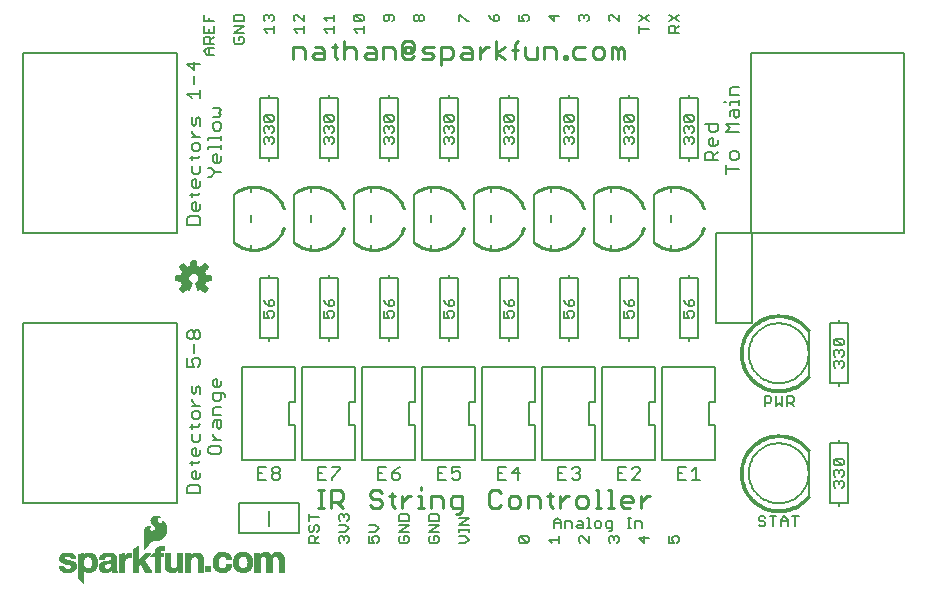
<source format=gto>
G75*
G70*
%OFA0B0*%
%FSLAX24Y24*%
%IPPOS*%
%LPD*%
%AMOC8*
5,1,8,0,0,1.08239X$1,22.5*
%
%ADD10C,0.0110*%
%ADD11C,0.0080*%
%ADD12C,0.0060*%
%ADD13C,0.0010*%
%ADD14R,0.0195X0.0191*%
%ADD15C,0.0059*%
D10*
X015907Y003015D02*
X016104Y003015D01*
X016006Y003015D02*
X016006Y003606D01*
X016104Y003606D02*
X015907Y003606D01*
X016337Y003606D02*
X016632Y003606D01*
X016731Y003507D01*
X016731Y003310D01*
X016632Y003212D01*
X016337Y003212D01*
X016534Y003212D02*
X016731Y003015D01*
X016337Y003015D02*
X016337Y003606D01*
X017626Y003507D02*
X017626Y003409D01*
X017725Y003310D01*
X017921Y003310D01*
X018020Y003212D01*
X018020Y003113D01*
X017921Y003015D01*
X017725Y003015D01*
X017626Y003113D01*
X017626Y003507D02*
X017725Y003606D01*
X017921Y003606D01*
X018020Y003507D01*
X018271Y003409D02*
X018468Y003409D01*
X018369Y003507D02*
X018369Y003113D01*
X018468Y003015D01*
X018700Y003015D02*
X018700Y003409D01*
X018700Y003212D02*
X018897Y003409D01*
X018996Y003409D01*
X019238Y003409D02*
X019336Y003409D01*
X019336Y003015D01*
X019238Y003015D02*
X019434Y003015D01*
X019667Y003015D02*
X019667Y003409D01*
X019962Y003409D01*
X020061Y003310D01*
X020061Y003015D01*
X020312Y003113D02*
X020410Y003015D01*
X020705Y003015D01*
X020705Y002917D02*
X020705Y003409D01*
X020410Y003409D01*
X020312Y003310D01*
X020312Y003113D01*
X020509Y002818D02*
X020607Y002818D01*
X020705Y002917D01*
X021601Y003113D02*
X021699Y003015D01*
X021896Y003015D01*
X021995Y003113D01*
X022245Y003113D02*
X022344Y003015D01*
X022541Y003015D01*
X022639Y003113D01*
X022639Y003310D01*
X022541Y003409D01*
X022344Y003409D01*
X022245Y003310D01*
X022245Y003113D01*
X021995Y003507D02*
X021896Y003606D01*
X021699Y003606D01*
X021601Y003507D01*
X021601Y003113D01*
X022890Y003015D02*
X022890Y003409D01*
X023185Y003409D01*
X023284Y003310D01*
X023284Y003015D01*
X023633Y003113D02*
X023731Y003015D01*
X023633Y003113D02*
X023633Y003507D01*
X023535Y003409D02*
X023731Y003409D01*
X023964Y003409D02*
X023964Y003015D01*
X023964Y003212D02*
X024161Y003409D01*
X024259Y003409D01*
X024501Y003310D02*
X024501Y003113D01*
X024600Y003015D01*
X024797Y003015D01*
X024895Y003113D01*
X024895Y003310D01*
X024797Y003409D01*
X024600Y003409D01*
X024501Y003310D01*
X025146Y003015D02*
X025343Y003015D01*
X025244Y003015D02*
X025244Y003606D01*
X025146Y003606D01*
X025576Y003606D02*
X025674Y003606D01*
X025674Y003015D01*
X025576Y003015D02*
X025772Y003015D01*
X026005Y003113D02*
X026005Y003310D01*
X026104Y003409D01*
X026301Y003409D01*
X026399Y003310D01*
X026399Y003212D01*
X026005Y003212D01*
X026005Y003113D02*
X026104Y003015D01*
X026301Y003015D01*
X026650Y003015D02*
X026650Y003409D01*
X026650Y003212D02*
X026847Y003409D01*
X026945Y003409D01*
X019336Y003606D02*
X019336Y003704D01*
X019999Y017768D02*
X019999Y018359D01*
X020294Y018359D01*
X020393Y018260D01*
X020393Y018063D01*
X020294Y017965D01*
X019999Y017965D01*
X019748Y018063D02*
X019650Y018162D01*
X019453Y018162D01*
X019354Y018260D01*
X019453Y018359D01*
X019748Y018359D01*
X019748Y018063D02*
X019650Y017965D01*
X019354Y017965D01*
X019103Y018063D02*
X019005Y017965D01*
X018808Y017965D01*
X018710Y018063D01*
X018710Y018457D01*
X018808Y018556D01*
X019005Y018556D01*
X019103Y018457D01*
X019103Y018260D01*
X019005Y018162D01*
X019005Y018359D01*
X018808Y018359D01*
X018808Y018162D01*
X019005Y018162D01*
X018459Y018260D02*
X018459Y017965D01*
X018065Y017965D02*
X018065Y018359D01*
X018361Y018359D01*
X018459Y018260D01*
X017814Y018260D02*
X017814Y017965D01*
X017519Y017965D01*
X017421Y018063D01*
X017519Y018162D01*
X017814Y018162D01*
X017814Y018260D02*
X017716Y018359D01*
X017519Y018359D01*
X017170Y018260D02*
X017170Y017965D01*
X016776Y017965D02*
X016776Y018556D01*
X016875Y018359D02*
X017071Y018359D01*
X017170Y018260D01*
X016875Y018359D02*
X016776Y018260D01*
X016543Y018359D02*
X016346Y018359D01*
X016445Y018457D02*
X016445Y018063D01*
X016543Y017965D01*
X016096Y017965D02*
X015800Y017965D01*
X015702Y018063D01*
X015800Y018162D01*
X016096Y018162D01*
X016096Y018260D02*
X016096Y017965D01*
X016096Y018260D02*
X015997Y018359D01*
X015800Y018359D01*
X015451Y018260D02*
X015451Y017965D01*
X015057Y017965D02*
X015057Y018359D01*
X015353Y018359D01*
X015451Y018260D01*
X020643Y018063D02*
X020742Y017965D01*
X021037Y017965D01*
X021037Y018260D01*
X020939Y018359D01*
X020742Y018359D01*
X020742Y018162D02*
X021037Y018162D01*
X021288Y018162D02*
X021485Y018359D01*
X021583Y018359D01*
X021288Y018359D02*
X021288Y017965D01*
X021825Y017965D02*
X021825Y018556D01*
X022120Y018359D02*
X021825Y018162D01*
X022120Y017965D01*
X022461Y017965D02*
X022461Y018457D01*
X022559Y018556D01*
X022559Y018260D02*
X022362Y018260D01*
X022792Y018359D02*
X022792Y018063D01*
X022890Y017965D01*
X023186Y017965D01*
X023186Y018359D01*
X023437Y018359D02*
X023732Y018359D01*
X023830Y018260D01*
X023830Y017965D01*
X024081Y017965D02*
X024081Y018063D01*
X024179Y018063D01*
X024179Y017965D01*
X024081Y017965D01*
X024403Y018063D02*
X024502Y017965D01*
X024797Y017965D01*
X025048Y018063D02*
X025146Y017965D01*
X025343Y017965D01*
X025442Y018063D01*
X025442Y018260D01*
X025343Y018359D01*
X025146Y018359D01*
X025048Y018260D01*
X025048Y018063D01*
X024797Y018359D02*
X024502Y018359D01*
X024403Y018260D01*
X024403Y018063D01*
X023437Y017965D02*
X023437Y018359D01*
X025692Y018359D02*
X025692Y017965D01*
X025889Y017965D02*
X025889Y018260D01*
X025988Y018359D01*
X026086Y018260D01*
X026086Y017965D01*
X025889Y018260D02*
X025791Y018359D01*
X025692Y018359D01*
X020742Y018162D02*
X020643Y018063D01*
D11*
X011189Y003160D02*
X006071Y003160D01*
X006071Y009160D01*
X011189Y009160D01*
X011189Y003160D01*
X011542Y003500D02*
X011542Y003710D01*
X011612Y003780D01*
X011892Y003780D01*
X011962Y003710D01*
X011962Y003500D01*
X011542Y003500D01*
X011752Y003960D02*
X011682Y004030D01*
X011682Y004171D01*
X011752Y004241D01*
X011822Y004241D01*
X011822Y003960D01*
X011892Y003960D02*
X011752Y003960D01*
X011892Y003960D02*
X011962Y004030D01*
X011962Y004171D01*
X011892Y004491D02*
X011962Y004561D01*
X011892Y004491D02*
X011612Y004491D01*
X011682Y004421D02*
X011682Y004561D01*
X011752Y004728D02*
X011682Y004798D01*
X011682Y004938D01*
X011752Y005008D01*
X011822Y005008D01*
X011822Y004728D01*
X011892Y004728D02*
X011752Y004728D01*
X011892Y004728D02*
X011962Y004798D01*
X011962Y004938D01*
X011892Y005188D02*
X011962Y005258D01*
X011962Y005468D01*
X011892Y005719D02*
X011962Y005789D01*
X011892Y005719D02*
X011612Y005719D01*
X011682Y005789D02*
X011682Y005648D01*
X011682Y005468D02*
X011682Y005258D01*
X011752Y005188D01*
X011892Y005188D01*
X012242Y005010D02*
X012242Y004870D01*
X012312Y004800D01*
X012592Y004800D01*
X012662Y004870D01*
X012662Y005010D01*
X012592Y005080D01*
X012312Y005080D01*
X012242Y005010D01*
X012382Y005260D02*
X012662Y005260D01*
X012522Y005260D02*
X012382Y005401D01*
X012382Y005471D01*
X012382Y005714D02*
X012382Y005854D01*
X012452Y005924D01*
X012662Y005924D01*
X012662Y005714D01*
X012592Y005644D01*
X012522Y005714D01*
X012522Y005924D01*
X012382Y006104D02*
X012382Y006315D01*
X012452Y006385D01*
X012662Y006385D01*
X012592Y006565D02*
X012662Y006635D01*
X012662Y006845D01*
X012732Y006845D02*
X012382Y006845D01*
X012382Y006635D01*
X012452Y006565D01*
X012592Y006565D01*
X012802Y006705D02*
X012802Y006775D01*
X012732Y006845D01*
X012592Y007025D02*
X012452Y007025D01*
X012382Y007095D01*
X012382Y007235D01*
X012452Y007305D01*
X012522Y007305D01*
X012522Y007025D01*
X012592Y007025D02*
X012662Y007095D01*
X012662Y007235D01*
X011962Y007010D02*
X011962Y006799D01*
X011822Y006870D02*
X011752Y006799D01*
X011682Y006870D01*
X011682Y007080D01*
X011822Y007010D02*
X011822Y006870D01*
X011822Y007010D02*
X011892Y007080D01*
X011962Y007010D01*
X011682Y006626D02*
X011682Y006556D01*
X011822Y006416D01*
X011962Y006416D02*
X011682Y006416D01*
X011752Y006236D02*
X011682Y006166D01*
X011682Y006025D01*
X011752Y005955D01*
X011892Y005955D01*
X011962Y006025D01*
X011962Y006166D01*
X011892Y006236D01*
X011752Y006236D01*
X012382Y006104D02*
X012662Y006104D01*
X014941Y005766D02*
X015138Y005766D01*
X015138Y004605D01*
X013367Y004605D01*
X013367Y007715D01*
X015138Y007715D01*
X015138Y006554D01*
X014941Y006554D01*
X014941Y005766D01*
X015367Y004605D02*
X015367Y007715D01*
X017138Y007715D01*
X017138Y006554D01*
X016941Y006554D01*
X016941Y005766D01*
X017138Y005766D01*
X017138Y004605D01*
X015367Y004605D01*
X015892Y004370D02*
X015892Y003950D01*
X016173Y003950D01*
X016353Y003950D02*
X016353Y004020D01*
X016633Y004300D01*
X016633Y004370D01*
X016353Y004370D01*
X016173Y004370D02*
X015892Y004370D01*
X015892Y004160D02*
X016032Y004160D01*
X017367Y004605D02*
X017367Y007715D01*
X019138Y007715D01*
X019138Y006554D01*
X018941Y006554D01*
X018941Y005766D01*
X019138Y005766D01*
X019138Y004605D01*
X017367Y004605D01*
X017892Y004370D02*
X017892Y003950D01*
X018173Y003950D01*
X018353Y004020D02*
X018423Y003950D01*
X018563Y003950D01*
X018633Y004020D01*
X018633Y004090D01*
X018563Y004160D01*
X018353Y004160D01*
X018353Y004020D01*
X018353Y004160D02*
X018493Y004300D01*
X018633Y004370D01*
X018173Y004370D02*
X017892Y004370D01*
X017892Y004160D02*
X018032Y004160D01*
X019367Y004605D02*
X019367Y007715D01*
X021138Y007715D01*
X021138Y006554D01*
X020941Y006554D01*
X020941Y005766D01*
X021138Y005766D01*
X021138Y004605D01*
X019367Y004605D01*
X019892Y004370D02*
X019892Y003950D01*
X020173Y003950D01*
X020353Y004020D02*
X020423Y003950D01*
X020563Y003950D01*
X020633Y004020D01*
X020633Y004160D01*
X020563Y004230D01*
X020493Y004230D01*
X020353Y004160D01*
X020353Y004370D01*
X020633Y004370D01*
X020173Y004370D02*
X019892Y004370D01*
X019892Y004160D02*
X020032Y004160D01*
X021367Y004605D02*
X021367Y007715D01*
X023138Y007715D01*
X023138Y006554D01*
X022941Y006554D01*
X022941Y005766D01*
X023138Y005766D01*
X023138Y004605D01*
X021367Y004605D01*
X021892Y004370D02*
X021892Y003950D01*
X022173Y003950D01*
X022032Y004160D02*
X021892Y004160D01*
X021892Y004370D02*
X022173Y004370D01*
X022353Y004160D02*
X022633Y004160D01*
X022563Y003950D02*
X022563Y004370D01*
X022353Y004160D01*
X023367Y004605D02*
X023367Y007715D01*
X025138Y007715D01*
X025138Y006554D01*
X024941Y006554D01*
X024941Y005766D01*
X025138Y005766D01*
X025138Y004605D01*
X023367Y004605D01*
X023892Y004370D02*
X023892Y003950D01*
X024173Y003950D01*
X024353Y004020D02*
X024423Y003950D01*
X024563Y003950D01*
X024633Y004020D01*
X024633Y004090D01*
X024563Y004160D01*
X024493Y004160D01*
X024563Y004160D02*
X024633Y004230D01*
X024633Y004300D01*
X024563Y004370D01*
X024423Y004370D01*
X024353Y004300D01*
X024173Y004370D02*
X023892Y004370D01*
X023892Y004160D02*
X024032Y004160D01*
X025367Y004605D02*
X025367Y007715D01*
X027138Y007715D01*
X027138Y006554D01*
X026941Y006554D01*
X026941Y005766D01*
X027138Y005766D01*
X027138Y004605D01*
X025367Y004605D01*
X025892Y004370D02*
X025892Y003950D01*
X026173Y003950D01*
X026353Y003950D02*
X026633Y004230D01*
X026633Y004300D01*
X026563Y004370D01*
X026423Y004370D01*
X026353Y004300D01*
X026173Y004370D02*
X025892Y004370D01*
X025892Y004160D02*
X026032Y004160D01*
X026353Y003950D02*
X026633Y003950D01*
X027367Y004605D02*
X027367Y007715D01*
X029138Y007715D01*
X029138Y006554D01*
X028941Y006554D01*
X028941Y005766D01*
X029138Y005766D01*
X029138Y004605D01*
X027367Y004605D01*
X027892Y004370D02*
X027892Y003950D01*
X028173Y003950D01*
X028353Y003950D02*
X028633Y003950D01*
X028493Y003950D02*
X028493Y004370D01*
X028353Y004230D01*
X028173Y004370D02*
X027892Y004370D01*
X027892Y004160D02*
X028032Y004160D01*
X032252Y003410D02*
X032252Y004910D01*
X032952Y005160D02*
X033252Y005160D01*
X033252Y005260D01*
X033252Y005160D02*
X033552Y005160D01*
X033552Y003160D01*
X033252Y003160D01*
X033252Y003060D01*
X033252Y003160D02*
X032952Y003160D01*
X032952Y005160D01*
X033252Y007060D02*
X033252Y007160D01*
X032952Y007160D01*
X032952Y009160D01*
X033252Y009160D01*
X033252Y009260D01*
X033252Y009160D02*
X033552Y009160D01*
X033552Y007160D01*
X033252Y007160D01*
X032252Y007410D02*
X032252Y008910D01*
X030352Y009160D02*
X029152Y009160D01*
X029152Y012160D01*
X030352Y012160D01*
X030352Y009160D01*
X028552Y008660D02*
X028252Y008660D01*
X028252Y008560D01*
X028252Y008660D02*
X027952Y008660D01*
X027952Y010660D01*
X028252Y010660D01*
X028252Y010760D01*
X028252Y010660D02*
X028552Y010660D01*
X028552Y008660D01*
X026552Y008660D02*
X026252Y008660D01*
X026252Y008560D01*
X026252Y008660D02*
X025952Y008660D01*
X025952Y010660D01*
X026252Y010660D01*
X026252Y010760D01*
X026252Y010660D02*
X026552Y010660D01*
X026552Y008660D01*
X024552Y008660D02*
X024252Y008660D01*
X024252Y008560D01*
X024252Y008660D02*
X023952Y008660D01*
X023952Y010660D01*
X024252Y010660D01*
X024252Y010760D01*
X024252Y010660D02*
X024552Y010660D01*
X024552Y008660D01*
X022552Y008660D02*
X022252Y008660D01*
X022252Y008560D01*
X022252Y008660D02*
X021952Y008660D01*
X021952Y010660D01*
X022252Y010660D01*
X022252Y010760D01*
X022252Y010660D02*
X022552Y010660D01*
X022552Y008660D01*
X020552Y008660D02*
X020252Y008660D01*
X020252Y008560D01*
X020252Y008660D02*
X019952Y008660D01*
X019952Y010660D01*
X020252Y010660D01*
X020252Y010760D01*
X020252Y010660D02*
X020552Y010660D01*
X020552Y008660D01*
X018552Y008660D02*
X018252Y008660D01*
X018252Y008560D01*
X018252Y008660D02*
X017952Y008660D01*
X017952Y010660D01*
X018252Y010660D01*
X018252Y010760D01*
X018252Y010660D02*
X018552Y010660D01*
X018552Y008660D01*
X016552Y008660D02*
X016252Y008660D01*
X016252Y008560D01*
X016252Y008660D02*
X015952Y008660D01*
X015952Y010660D01*
X016252Y010660D01*
X016252Y010760D01*
X016252Y010660D02*
X016552Y010660D01*
X016552Y008660D01*
X014552Y008660D02*
X014252Y008660D01*
X014252Y008560D01*
X014252Y008660D02*
X013952Y008660D01*
X013952Y010660D01*
X014252Y010660D01*
X014252Y010760D01*
X014252Y010660D02*
X014552Y010660D01*
X014552Y008660D01*
X011962Y008711D02*
X011892Y008641D01*
X011822Y008641D01*
X011752Y008711D01*
X011752Y008851D01*
X011822Y008921D01*
X011892Y008921D01*
X011962Y008851D01*
X011962Y008711D01*
X011752Y008711D02*
X011682Y008641D01*
X011612Y008641D01*
X011542Y008711D01*
X011542Y008851D01*
X011612Y008921D01*
X011682Y008921D01*
X011752Y008851D01*
X011752Y008461D02*
X011752Y008181D01*
X011752Y008001D02*
X011892Y008001D01*
X011962Y007930D01*
X011962Y007790D01*
X011892Y007720D01*
X011752Y007720D02*
X011682Y007860D01*
X011682Y007930D01*
X011752Y008001D01*
X011542Y008001D02*
X011542Y007720D01*
X011752Y007720D01*
X013892Y004370D02*
X013892Y003950D01*
X014173Y003950D01*
X014353Y004020D02*
X014353Y004090D01*
X014423Y004160D01*
X014563Y004160D01*
X014633Y004090D01*
X014633Y004020D01*
X014563Y003950D01*
X014423Y003950D01*
X014353Y004020D01*
X014423Y004160D02*
X014353Y004230D01*
X014353Y004300D01*
X014423Y004370D01*
X014563Y004370D01*
X014633Y004300D01*
X014633Y004230D01*
X014563Y004160D01*
X014173Y004370D02*
X013892Y004370D01*
X013892Y004160D02*
X014032Y004160D01*
X013252Y003160D02*
X013252Y002160D01*
X015252Y002160D01*
X015252Y003160D01*
X013252Y003160D01*
X014252Y002910D02*
X014252Y002410D01*
X013652Y011615D02*
X013652Y011773D01*
X013102Y011835D02*
X013102Y013485D01*
X013652Y013547D02*
X013652Y013705D01*
X012662Y014190D02*
X012452Y014190D01*
X012312Y014330D01*
X012242Y014330D01*
X012452Y014190D02*
X012312Y014050D01*
X012242Y014050D01*
X011962Y014208D02*
X011962Y014418D01*
X011962Y014208D02*
X011892Y014138D01*
X011752Y014138D01*
X011682Y014208D01*
X011682Y014418D01*
X011682Y014598D02*
X011682Y014739D01*
X011612Y014669D02*
X011892Y014669D01*
X011962Y014739D01*
X011892Y014905D02*
X011962Y014975D01*
X011962Y015116D01*
X011892Y015186D01*
X011752Y015186D01*
X011682Y015116D01*
X011682Y014975D01*
X011752Y014905D01*
X011892Y014905D01*
X012242Y014971D02*
X012242Y015041D01*
X012662Y015041D01*
X012662Y014971D02*
X012662Y015111D01*
X012662Y015278D02*
X012662Y015418D01*
X012662Y015348D02*
X012242Y015348D01*
X012242Y015278D01*
X011962Y015366D02*
X011682Y015366D01*
X011822Y015366D02*
X011682Y015506D01*
X011682Y015576D01*
X011752Y015749D02*
X011682Y015820D01*
X011682Y016030D01*
X011822Y015960D02*
X011892Y016030D01*
X011962Y015960D01*
X011962Y015749D01*
X011822Y015820D02*
X011752Y015749D01*
X011822Y015820D02*
X011822Y015960D01*
X012382Y016045D02*
X012592Y016045D01*
X012662Y016115D01*
X012592Y016185D01*
X012662Y016255D01*
X012592Y016325D01*
X012382Y016325D01*
X012452Y015865D02*
X012382Y015795D01*
X012382Y015655D01*
X012452Y015585D01*
X012592Y015585D01*
X012662Y015655D01*
X012662Y015795D01*
X012592Y015865D01*
X012452Y015865D01*
X011962Y016670D02*
X011962Y016951D01*
X011962Y016810D02*
X011542Y016810D01*
X011682Y016670D01*
X011752Y017131D02*
X011752Y017411D01*
X011752Y017591D02*
X011752Y017871D01*
X011962Y017801D02*
X011542Y017801D01*
X011752Y017591D01*
X011189Y018160D02*
X006071Y018160D01*
X006071Y012160D01*
X011189Y012160D01*
X011189Y018160D01*
X013952Y016660D02*
X014252Y016660D01*
X014252Y016760D01*
X014252Y016660D02*
X014552Y016660D01*
X014552Y014660D01*
X014252Y014660D01*
X014252Y014560D01*
X014252Y014660D02*
X013952Y014660D01*
X013952Y016660D01*
X015952Y016660D02*
X016252Y016660D01*
X016252Y016760D01*
X016252Y016660D02*
X016552Y016660D01*
X016552Y014660D01*
X016252Y014660D01*
X016252Y014560D01*
X016252Y014660D02*
X015952Y014660D01*
X015952Y016660D01*
X017952Y016660D02*
X018252Y016660D01*
X018252Y016760D01*
X018252Y016660D02*
X018552Y016660D01*
X018552Y014660D01*
X018252Y014660D01*
X018252Y014560D01*
X018252Y014660D02*
X017952Y014660D01*
X017952Y016660D01*
X019952Y016660D02*
X020252Y016660D01*
X020252Y016760D01*
X020252Y016660D02*
X020552Y016660D01*
X020552Y014660D01*
X020252Y014660D01*
X020252Y014560D01*
X020252Y014660D02*
X019952Y014660D01*
X019952Y016660D01*
X021952Y016660D02*
X022252Y016660D01*
X022252Y016760D01*
X022252Y016660D02*
X022552Y016660D01*
X022552Y014660D01*
X022252Y014660D01*
X022252Y014560D01*
X022252Y014660D02*
X021952Y014660D01*
X021952Y016660D01*
X023952Y016660D02*
X024252Y016660D01*
X024252Y016760D01*
X024252Y016660D02*
X024552Y016660D01*
X024552Y014660D01*
X024252Y014660D01*
X024252Y014560D01*
X024252Y014660D02*
X023952Y014660D01*
X023952Y016660D01*
X025952Y016660D02*
X026252Y016660D01*
X026252Y016760D01*
X026252Y016660D02*
X026552Y016660D01*
X026552Y014660D01*
X026252Y014660D01*
X026252Y014560D01*
X026252Y014660D02*
X025952Y014660D01*
X025952Y016660D01*
X027952Y016660D02*
X028252Y016660D01*
X028252Y016760D01*
X028252Y016660D02*
X028552Y016660D01*
X028552Y014660D01*
X028252Y014660D01*
X028252Y014560D01*
X028252Y014660D02*
X027952Y014660D01*
X027952Y016660D01*
X028792Y015801D02*
X029212Y015801D01*
X029212Y015591D01*
X029142Y015521D01*
X029002Y015521D01*
X028932Y015591D01*
X028932Y015801D01*
X029002Y015341D02*
X028932Y015271D01*
X028932Y015130D01*
X029002Y015060D01*
X029142Y015060D01*
X029212Y015130D01*
X029212Y015271D01*
X029072Y015341D02*
X029072Y015060D01*
X029002Y014880D02*
X028862Y014880D01*
X028792Y014810D01*
X028792Y014600D01*
X029212Y014600D01*
X029072Y014600D02*
X029072Y014810D01*
X029002Y014880D01*
X029072Y014740D02*
X029212Y014880D01*
X029632Y014821D02*
X029632Y014680D01*
X029702Y014610D01*
X029842Y014610D01*
X029912Y014680D01*
X029912Y014821D01*
X029842Y014891D01*
X029702Y014891D01*
X029632Y014821D01*
X029492Y014430D02*
X029492Y014150D01*
X029492Y014290D02*
X029912Y014290D01*
X029072Y015341D02*
X029002Y015341D01*
X029492Y015531D02*
X029632Y015671D01*
X029492Y015811D01*
X029912Y015811D01*
X029842Y015992D02*
X029772Y016062D01*
X029772Y016272D01*
X029702Y016272D02*
X029912Y016272D01*
X029912Y016062D01*
X029842Y015992D01*
X029632Y016062D02*
X029632Y016202D01*
X029702Y016272D01*
X029632Y016452D02*
X029632Y016522D01*
X029912Y016522D01*
X029912Y016452D02*
X029912Y016592D01*
X029912Y016759D02*
X029632Y016759D01*
X029632Y016969D01*
X029702Y017039D01*
X029912Y017039D01*
X029492Y016522D02*
X029422Y016522D01*
X029492Y015531D02*
X029912Y015531D01*
X027652Y013705D02*
X027652Y013547D01*
X027102Y013485D02*
X027102Y011835D01*
X027652Y011773D02*
X027652Y011615D01*
X027652Y012547D02*
X027652Y012773D01*
X025652Y012773D02*
X025652Y012547D01*
X025652Y011773D02*
X025652Y011615D01*
X025102Y011835D02*
X025102Y013485D01*
X025652Y013547D02*
X025652Y013705D01*
X023652Y013705D02*
X023652Y013547D01*
X023102Y013485D02*
X023102Y011835D01*
X023652Y011773D02*
X023652Y011615D01*
X023652Y012547D02*
X023652Y012773D01*
X021652Y012773D02*
X021652Y012547D01*
X021652Y011773D02*
X021652Y011615D01*
X021102Y011835D02*
X021102Y013485D01*
X021652Y013547D02*
X021652Y013705D01*
X019652Y013705D02*
X019652Y013547D01*
X019102Y013485D02*
X019102Y011835D01*
X019652Y011773D02*
X019652Y011615D01*
X019652Y012547D02*
X019652Y012773D01*
X017652Y012773D02*
X017652Y012547D01*
X017652Y011773D02*
X017652Y011615D01*
X017102Y011835D02*
X017102Y013485D01*
X017652Y013547D02*
X017652Y013705D01*
X015652Y013705D02*
X015652Y013547D01*
X015102Y013485D02*
X015102Y011835D01*
X015652Y011773D02*
X015652Y011615D01*
X015652Y012547D02*
X015652Y012773D01*
X013652Y012773D02*
X013652Y012547D01*
X011962Y012450D02*
X011962Y012660D01*
X011892Y012730D01*
X011612Y012730D01*
X011542Y012660D01*
X011542Y012450D01*
X011962Y012450D01*
X011892Y012910D02*
X011752Y012910D01*
X011682Y012980D01*
X011682Y013121D01*
X011752Y013191D01*
X011822Y013191D01*
X011822Y012910D01*
X011892Y012910D02*
X011962Y012980D01*
X011962Y013121D01*
X011682Y013371D02*
X011682Y013511D01*
X011612Y013441D02*
X011892Y013441D01*
X011962Y013511D01*
X011892Y013678D02*
X011752Y013678D01*
X011682Y013748D01*
X011682Y013888D01*
X011752Y013958D01*
X011822Y013958D01*
X011822Y013678D01*
X011892Y013678D02*
X011962Y013748D01*
X011962Y013888D01*
X012452Y014510D02*
X012382Y014580D01*
X012382Y014721D01*
X012452Y014791D01*
X012522Y014791D01*
X012522Y014510D01*
X012592Y014510D02*
X012452Y014510D01*
X012592Y014510D02*
X012662Y014580D01*
X012662Y014721D01*
X030315Y012160D02*
X035433Y012160D01*
X035433Y018160D01*
X030315Y018160D01*
X030315Y012160D01*
D12*
X028366Y009949D02*
X028309Y009949D01*
X028252Y009892D01*
X028252Y009722D01*
X028366Y009722D01*
X028422Y009778D01*
X028422Y009892D01*
X028366Y009949D01*
X028139Y009835D02*
X028252Y009722D01*
X028252Y009580D02*
X028366Y009580D01*
X028422Y009524D01*
X028422Y009410D01*
X028366Y009353D01*
X028252Y009353D02*
X028196Y009467D01*
X028196Y009524D01*
X028252Y009580D01*
X028082Y009580D02*
X028082Y009353D01*
X028252Y009353D01*
X028139Y009835D02*
X028082Y009949D01*
X026422Y009892D02*
X026366Y009949D01*
X026309Y009949D01*
X026252Y009892D01*
X026252Y009722D01*
X026366Y009722D01*
X026422Y009778D01*
X026422Y009892D01*
X026252Y009722D02*
X026139Y009835D01*
X026082Y009949D01*
X026082Y009580D02*
X026082Y009353D01*
X026252Y009353D01*
X026196Y009467D01*
X026196Y009524D01*
X026252Y009580D01*
X026366Y009580D01*
X026422Y009524D01*
X026422Y009410D01*
X026366Y009353D01*
X024422Y009410D02*
X024366Y009353D01*
X024422Y009410D02*
X024422Y009524D01*
X024366Y009580D01*
X024252Y009580D01*
X024196Y009524D01*
X024196Y009467D01*
X024252Y009353D01*
X024082Y009353D01*
X024082Y009580D01*
X024252Y009722D02*
X024252Y009892D01*
X024309Y009949D01*
X024366Y009949D01*
X024422Y009892D01*
X024422Y009778D01*
X024366Y009722D01*
X024252Y009722D01*
X024139Y009835D01*
X024082Y009949D01*
X022422Y009892D02*
X022366Y009949D01*
X022309Y009949D01*
X022252Y009892D01*
X022252Y009722D01*
X022366Y009722D01*
X022422Y009778D01*
X022422Y009892D01*
X022252Y009722D02*
X022139Y009835D01*
X022082Y009949D01*
X022082Y009580D02*
X022082Y009353D01*
X022252Y009353D01*
X022196Y009467D01*
X022196Y009524D01*
X022252Y009580D01*
X022366Y009580D01*
X022422Y009524D01*
X022422Y009410D01*
X022366Y009353D01*
X020422Y009410D02*
X020366Y009353D01*
X020422Y009410D02*
X020422Y009524D01*
X020366Y009580D01*
X020252Y009580D01*
X020196Y009524D01*
X020196Y009467D01*
X020252Y009353D01*
X020082Y009353D01*
X020082Y009580D01*
X020252Y009722D02*
X020252Y009892D01*
X020309Y009949D01*
X020366Y009949D01*
X020422Y009892D01*
X020422Y009778D01*
X020366Y009722D01*
X020252Y009722D01*
X020139Y009835D01*
X020082Y009949D01*
X018422Y009892D02*
X018366Y009949D01*
X018309Y009949D01*
X018252Y009892D01*
X018252Y009722D01*
X018366Y009722D01*
X018422Y009778D01*
X018422Y009892D01*
X018252Y009722D02*
X018139Y009835D01*
X018082Y009949D01*
X018082Y009580D02*
X018082Y009353D01*
X018252Y009353D01*
X018196Y009467D01*
X018196Y009524D01*
X018252Y009580D01*
X018366Y009580D01*
X018422Y009524D01*
X018422Y009410D01*
X018366Y009353D01*
X016422Y009410D02*
X016366Y009353D01*
X016422Y009410D02*
X016422Y009524D01*
X016366Y009580D01*
X016252Y009580D01*
X016196Y009524D01*
X016196Y009467D01*
X016252Y009353D01*
X016082Y009353D01*
X016082Y009580D01*
X016252Y009722D02*
X016139Y009835D01*
X016082Y009949D01*
X016252Y009892D02*
X016252Y009722D01*
X016366Y009722D01*
X016422Y009778D01*
X016422Y009892D01*
X016366Y009949D01*
X016309Y009949D01*
X016252Y009892D01*
X014422Y009892D02*
X014366Y009949D01*
X014309Y009949D01*
X014252Y009892D01*
X014252Y009722D01*
X014366Y009722D01*
X014422Y009778D01*
X014422Y009892D01*
X014252Y009722D02*
X014139Y009835D01*
X014082Y009949D01*
X014082Y009580D02*
X014082Y009353D01*
X014252Y009353D01*
X014196Y009467D01*
X014196Y009524D01*
X014252Y009580D01*
X014366Y009580D01*
X014422Y009524D01*
X014422Y009410D01*
X014366Y009353D01*
X014366Y015140D02*
X014422Y015197D01*
X014422Y015310D01*
X014366Y015367D01*
X014309Y015367D01*
X014252Y015310D01*
X014252Y015253D01*
X014252Y015310D02*
X014196Y015367D01*
X014139Y015367D01*
X014082Y015310D01*
X014082Y015197D01*
X014139Y015140D01*
X014139Y015508D02*
X014082Y015565D01*
X014082Y015678D01*
X014139Y015735D01*
X014196Y015735D01*
X014252Y015678D01*
X014309Y015735D01*
X014366Y015735D01*
X014422Y015678D01*
X014422Y015565D01*
X014366Y015508D01*
X014252Y015622D02*
X014252Y015678D01*
X014139Y015877D02*
X014082Y015933D01*
X014082Y016047D01*
X014139Y016103D01*
X014366Y015877D01*
X014422Y015933D01*
X014422Y016047D01*
X014366Y016103D01*
X014139Y016103D01*
X014139Y015877D02*
X014366Y015877D01*
X016082Y015933D02*
X016082Y016047D01*
X016139Y016103D01*
X016366Y015877D01*
X016422Y015933D01*
X016422Y016047D01*
X016366Y016103D01*
X016139Y016103D01*
X016082Y015933D02*
X016139Y015877D01*
X016366Y015877D01*
X016366Y015735D02*
X016422Y015678D01*
X016422Y015565D01*
X016366Y015508D01*
X016366Y015367D02*
X016422Y015310D01*
X016422Y015197D01*
X016366Y015140D01*
X016252Y015253D02*
X016252Y015310D01*
X016309Y015367D01*
X016366Y015367D01*
X016252Y015310D02*
X016196Y015367D01*
X016139Y015367D01*
X016082Y015310D01*
X016082Y015197D01*
X016139Y015140D01*
X016139Y015508D02*
X016082Y015565D01*
X016082Y015678D01*
X016139Y015735D01*
X016196Y015735D01*
X016252Y015678D01*
X016309Y015735D01*
X016366Y015735D01*
X016252Y015678D02*
X016252Y015622D01*
X018082Y015565D02*
X018082Y015678D01*
X018139Y015735D01*
X018196Y015735D01*
X018252Y015678D01*
X018309Y015735D01*
X018366Y015735D01*
X018422Y015678D01*
X018422Y015565D01*
X018366Y015508D01*
X018366Y015367D02*
X018422Y015310D01*
X018422Y015197D01*
X018366Y015140D01*
X018252Y015253D02*
X018252Y015310D01*
X018309Y015367D01*
X018366Y015367D01*
X018252Y015310D02*
X018196Y015367D01*
X018139Y015367D01*
X018082Y015310D01*
X018082Y015197D01*
X018139Y015140D01*
X018139Y015508D02*
X018082Y015565D01*
X018252Y015622D02*
X018252Y015678D01*
X018139Y015877D02*
X018082Y015933D01*
X018082Y016047D01*
X018139Y016103D01*
X018366Y015877D01*
X018422Y015933D01*
X018422Y016047D01*
X018366Y016103D01*
X018139Y016103D01*
X018139Y015877D02*
X018366Y015877D01*
X020082Y015933D02*
X020082Y016047D01*
X020139Y016103D01*
X020366Y015877D01*
X020422Y015933D01*
X020422Y016047D01*
X020366Y016103D01*
X020139Y016103D01*
X020082Y015933D02*
X020139Y015877D01*
X020366Y015877D01*
X020366Y015735D02*
X020422Y015678D01*
X020422Y015565D01*
X020366Y015508D01*
X020366Y015367D02*
X020422Y015310D01*
X020422Y015197D01*
X020366Y015140D01*
X020252Y015253D02*
X020252Y015310D01*
X020309Y015367D01*
X020366Y015367D01*
X020252Y015310D02*
X020196Y015367D01*
X020139Y015367D01*
X020082Y015310D01*
X020082Y015197D01*
X020139Y015140D01*
X020139Y015508D02*
X020082Y015565D01*
X020082Y015678D01*
X020139Y015735D01*
X020196Y015735D01*
X020252Y015678D01*
X020309Y015735D01*
X020366Y015735D01*
X020252Y015678D02*
X020252Y015622D01*
X022082Y015565D02*
X022082Y015678D01*
X022139Y015735D01*
X022196Y015735D01*
X022252Y015678D01*
X022309Y015735D01*
X022366Y015735D01*
X022422Y015678D01*
X022422Y015565D01*
X022366Y015508D01*
X022366Y015367D02*
X022422Y015310D01*
X022422Y015197D01*
X022366Y015140D01*
X022252Y015253D02*
X022252Y015310D01*
X022309Y015367D01*
X022366Y015367D01*
X022252Y015310D02*
X022196Y015367D01*
X022139Y015367D01*
X022082Y015310D01*
X022082Y015197D01*
X022139Y015140D01*
X022139Y015508D02*
X022082Y015565D01*
X022252Y015622D02*
X022252Y015678D01*
X022139Y015877D02*
X022082Y015933D01*
X022082Y016047D01*
X022139Y016103D01*
X022366Y015877D01*
X022422Y015933D01*
X022422Y016047D01*
X022366Y016103D01*
X022139Y016103D01*
X022139Y015877D02*
X022366Y015877D01*
X024082Y015933D02*
X024082Y016047D01*
X024139Y016103D01*
X024366Y015877D01*
X024422Y015933D01*
X024422Y016047D01*
X024366Y016103D01*
X024139Y016103D01*
X024082Y015933D02*
X024139Y015877D01*
X024366Y015877D01*
X024366Y015735D02*
X024309Y015735D01*
X024252Y015678D01*
X024252Y015622D01*
X024252Y015678D02*
X024196Y015735D01*
X024139Y015735D01*
X024082Y015678D01*
X024082Y015565D01*
X024139Y015508D01*
X024139Y015367D02*
X024196Y015367D01*
X024252Y015310D01*
X024309Y015367D01*
X024366Y015367D01*
X024422Y015310D01*
X024422Y015197D01*
X024366Y015140D01*
X024252Y015253D02*
X024252Y015310D01*
X024139Y015367D02*
X024082Y015310D01*
X024082Y015197D01*
X024139Y015140D01*
X024366Y015508D02*
X024422Y015565D01*
X024422Y015678D01*
X024366Y015735D01*
X026082Y015678D02*
X026082Y015565D01*
X026139Y015508D01*
X026139Y015367D02*
X026196Y015367D01*
X026252Y015310D01*
X026309Y015367D01*
X026366Y015367D01*
X026422Y015310D01*
X026422Y015197D01*
X026366Y015140D01*
X026252Y015253D02*
X026252Y015310D01*
X026139Y015367D02*
X026082Y015310D01*
X026082Y015197D01*
X026139Y015140D01*
X026366Y015508D02*
X026422Y015565D01*
X026422Y015678D01*
X026366Y015735D01*
X026309Y015735D01*
X026252Y015678D01*
X026252Y015622D01*
X026252Y015678D02*
X026196Y015735D01*
X026139Y015735D01*
X026082Y015678D01*
X026139Y015877D02*
X026082Y015933D01*
X026082Y016047D01*
X026139Y016103D01*
X026366Y015877D01*
X026422Y015933D01*
X026422Y016047D01*
X026366Y016103D01*
X026139Y016103D01*
X026139Y015877D02*
X026366Y015877D01*
X028082Y015933D02*
X028082Y016047D01*
X028139Y016103D01*
X028366Y015877D01*
X028422Y015933D01*
X028422Y016047D01*
X028366Y016103D01*
X028139Y016103D01*
X028082Y015933D02*
X028139Y015877D01*
X028366Y015877D01*
X028366Y015735D02*
X028422Y015678D01*
X028422Y015565D01*
X028366Y015508D01*
X028366Y015367D02*
X028422Y015310D01*
X028422Y015197D01*
X028366Y015140D01*
X028252Y015253D02*
X028252Y015310D01*
X028309Y015367D01*
X028366Y015367D01*
X028252Y015310D02*
X028196Y015367D01*
X028139Y015367D01*
X028082Y015310D01*
X028082Y015197D01*
X028139Y015140D01*
X028139Y015508D02*
X028082Y015565D01*
X028082Y015678D01*
X028139Y015735D01*
X028196Y015735D01*
X028252Y015678D01*
X028309Y015735D01*
X028366Y015735D01*
X028252Y015678D02*
X028252Y015622D01*
X027922Y018853D02*
X027582Y018853D01*
X027582Y019024D01*
X027639Y019080D01*
X027752Y019080D01*
X027809Y019024D01*
X027809Y018853D01*
X027809Y018967D02*
X027922Y019080D01*
X027922Y019222D02*
X027582Y019449D01*
X027582Y019222D02*
X027922Y019449D01*
X026922Y019449D02*
X026582Y019222D01*
X026582Y019080D02*
X026582Y018853D01*
X026582Y018967D02*
X026922Y018967D01*
X026922Y019222D02*
X026582Y019449D01*
X025922Y019449D02*
X025922Y019222D01*
X025696Y019449D01*
X025639Y019449D01*
X025582Y019392D01*
X025582Y019278D01*
X025639Y019222D01*
X024922Y019278D02*
X024866Y019222D01*
X024922Y019278D02*
X024922Y019392D01*
X024866Y019449D01*
X024809Y019449D01*
X024752Y019392D01*
X024752Y019335D01*
X024752Y019392D02*
X024696Y019449D01*
X024639Y019449D01*
X024582Y019392D01*
X024582Y019278D01*
X024639Y019222D01*
X023922Y019392D02*
X023582Y019392D01*
X023752Y019222D01*
X023752Y019449D01*
X022922Y019392D02*
X022922Y019278D01*
X022866Y019222D01*
X022752Y019222D02*
X022696Y019335D01*
X022696Y019392D01*
X022752Y019449D01*
X022866Y019449D01*
X022922Y019392D01*
X022752Y019222D02*
X022582Y019222D01*
X022582Y019449D01*
X021922Y019392D02*
X021866Y019449D01*
X021809Y019449D01*
X021752Y019392D01*
X021752Y019222D01*
X021866Y019222D01*
X021922Y019278D01*
X021922Y019392D01*
X021752Y019222D02*
X021639Y019335D01*
X021582Y019449D01*
X020922Y019222D02*
X020866Y019222D01*
X020639Y019449D01*
X020582Y019449D01*
X020582Y019222D01*
X019422Y019278D02*
X019366Y019222D01*
X019309Y019222D01*
X019252Y019278D01*
X019252Y019392D01*
X019309Y019449D01*
X019366Y019449D01*
X019422Y019392D01*
X019422Y019278D01*
X019252Y019278D02*
X019196Y019222D01*
X019139Y019222D01*
X019082Y019278D01*
X019082Y019392D01*
X019139Y019449D01*
X019196Y019449D01*
X019252Y019392D01*
X018422Y019392D02*
X018366Y019449D01*
X018139Y019449D01*
X018082Y019392D01*
X018082Y019278D01*
X018139Y019222D01*
X018196Y019222D01*
X018252Y019278D01*
X018252Y019449D01*
X018422Y019392D02*
X018422Y019278D01*
X018366Y019222D01*
X017422Y019278D02*
X017366Y019222D01*
X017139Y019449D01*
X017366Y019449D01*
X017422Y019392D01*
X017422Y019278D01*
X017366Y019222D02*
X017139Y019222D01*
X017082Y019278D01*
X017082Y019392D01*
X017139Y019449D01*
X017422Y019080D02*
X017422Y018853D01*
X017422Y018967D02*
X017082Y018967D01*
X017196Y018853D01*
X016422Y018853D02*
X016422Y019080D01*
X016422Y018967D02*
X016082Y018967D01*
X016196Y018853D01*
X016196Y019222D02*
X016082Y019335D01*
X016422Y019335D01*
X016422Y019222D02*
X016422Y019449D01*
X015422Y019449D02*
X015422Y019222D01*
X015196Y019449D01*
X015139Y019449D01*
X015082Y019392D01*
X015082Y019278D01*
X015139Y019222D01*
X015082Y018967D02*
X015422Y018967D01*
X015422Y019080D02*
X015422Y018853D01*
X015196Y018853D02*
X015082Y018967D01*
X014422Y018967D02*
X014082Y018967D01*
X014196Y018853D01*
X014422Y018853D02*
X014422Y019080D01*
X014366Y019222D02*
X014422Y019278D01*
X014422Y019392D01*
X014366Y019449D01*
X014309Y019449D01*
X014252Y019392D01*
X014252Y019335D01*
X014252Y019392D02*
X014196Y019449D01*
X014139Y019449D01*
X014082Y019392D01*
X014082Y019278D01*
X014139Y019222D01*
X013422Y019222D02*
X013422Y019392D01*
X013366Y019449D01*
X013139Y019449D01*
X013082Y019392D01*
X013082Y019222D01*
X013422Y019222D01*
X013422Y019080D02*
X013082Y019080D01*
X013082Y018853D02*
X013422Y019080D01*
X013422Y018853D02*
X013082Y018853D01*
X013139Y018712D02*
X013082Y018655D01*
X013082Y018542D01*
X013139Y018485D01*
X013366Y018485D01*
X013422Y018542D01*
X013422Y018655D01*
X013366Y018712D01*
X013252Y018712D01*
X013252Y018598D01*
X012422Y018485D02*
X012082Y018485D01*
X012082Y018655D01*
X012139Y018712D01*
X012252Y018712D01*
X012309Y018655D01*
X012309Y018485D01*
X012309Y018598D02*
X012422Y018712D01*
X012422Y018853D02*
X012082Y018853D01*
X012082Y019080D01*
X012082Y019222D02*
X012082Y019449D01*
X012252Y019335D02*
X012252Y019222D01*
X012422Y019222D02*
X012082Y019222D01*
X012252Y018967D02*
X012252Y018853D01*
X012422Y018853D02*
X012422Y019080D01*
X012422Y018344D02*
X012196Y018344D01*
X012082Y018230D01*
X012196Y018117D01*
X012422Y018117D01*
X012252Y018117D02*
X012252Y018344D01*
X030252Y008160D02*
X030254Y008223D01*
X030260Y008285D01*
X030270Y008347D01*
X030283Y008409D01*
X030301Y008469D01*
X030322Y008528D01*
X030347Y008586D01*
X030376Y008642D01*
X030408Y008696D01*
X030443Y008748D01*
X030481Y008797D01*
X030523Y008845D01*
X030567Y008889D01*
X030615Y008931D01*
X030664Y008969D01*
X030716Y009004D01*
X030770Y009036D01*
X030826Y009065D01*
X030884Y009090D01*
X030943Y009111D01*
X031003Y009129D01*
X031065Y009142D01*
X031127Y009152D01*
X031189Y009158D01*
X031252Y009160D01*
X031315Y009158D01*
X031377Y009152D01*
X031439Y009142D01*
X031501Y009129D01*
X031561Y009111D01*
X031620Y009090D01*
X031678Y009065D01*
X031734Y009036D01*
X031788Y009004D01*
X031840Y008969D01*
X031889Y008931D01*
X031937Y008889D01*
X031981Y008845D01*
X032023Y008797D01*
X032061Y008748D01*
X032096Y008696D01*
X032128Y008642D01*
X032157Y008586D01*
X032182Y008528D01*
X032203Y008469D01*
X032221Y008409D01*
X032234Y008347D01*
X032244Y008285D01*
X032250Y008223D01*
X032252Y008160D01*
X032250Y008097D01*
X032244Y008035D01*
X032234Y007973D01*
X032221Y007911D01*
X032203Y007851D01*
X032182Y007792D01*
X032157Y007734D01*
X032128Y007678D01*
X032096Y007624D01*
X032061Y007572D01*
X032023Y007523D01*
X031981Y007475D01*
X031937Y007431D01*
X031889Y007389D01*
X031840Y007351D01*
X031788Y007316D01*
X031734Y007284D01*
X031678Y007255D01*
X031620Y007230D01*
X031561Y007209D01*
X031501Y007191D01*
X031439Y007178D01*
X031377Y007168D01*
X031315Y007162D01*
X031252Y007160D01*
X031189Y007162D01*
X031127Y007168D01*
X031065Y007178D01*
X031003Y007191D01*
X030943Y007209D01*
X030884Y007230D01*
X030826Y007255D01*
X030770Y007284D01*
X030716Y007316D01*
X030664Y007351D01*
X030615Y007389D01*
X030567Y007431D01*
X030523Y007475D01*
X030481Y007523D01*
X030443Y007572D01*
X030408Y007624D01*
X030376Y007678D01*
X030347Y007734D01*
X030322Y007792D01*
X030301Y007851D01*
X030283Y007911D01*
X030270Y007973D01*
X030260Y008035D01*
X030254Y008097D01*
X030252Y008160D01*
X030782Y006730D02*
X030953Y006730D01*
X031009Y006674D01*
X031009Y006560D01*
X030953Y006503D01*
X030782Y006503D01*
X030782Y006390D02*
X030782Y006730D01*
X031151Y006730D02*
X031151Y006390D01*
X031264Y006503D01*
X031378Y006390D01*
X031378Y006730D01*
X031519Y006730D02*
X031689Y006730D01*
X031746Y006674D01*
X031746Y006560D01*
X031689Y006503D01*
X031519Y006503D01*
X031519Y006390D02*
X031519Y006730D01*
X031632Y006503D02*
X031746Y006390D01*
X033082Y007742D02*
X033082Y007855D01*
X033139Y007912D01*
X033196Y007912D01*
X033252Y007855D01*
X033309Y007912D01*
X033366Y007912D01*
X033422Y007855D01*
X033422Y007742D01*
X033366Y007685D01*
X033252Y007798D02*
X033252Y007855D01*
X033139Y007685D02*
X033082Y007742D01*
X033139Y008053D02*
X033082Y008110D01*
X033082Y008224D01*
X033139Y008280D01*
X033196Y008280D01*
X033252Y008224D01*
X033309Y008280D01*
X033366Y008280D01*
X033422Y008224D01*
X033422Y008110D01*
X033366Y008053D01*
X033252Y008167D02*
X033252Y008224D01*
X033139Y008422D02*
X033082Y008478D01*
X033082Y008592D01*
X033139Y008649D01*
X033366Y008422D01*
X033422Y008478D01*
X033422Y008592D01*
X033366Y008649D01*
X033139Y008649D01*
X033139Y008422D02*
X033366Y008422D01*
X033366Y004649D02*
X033139Y004649D01*
X033366Y004422D01*
X033422Y004478D01*
X033422Y004592D01*
X033366Y004649D01*
X033139Y004649D02*
X033082Y004592D01*
X033082Y004478D01*
X033139Y004422D01*
X033366Y004422D01*
X033366Y004280D02*
X033422Y004224D01*
X033422Y004110D01*
X033366Y004053D01*
X033366Y003912D02*
X033422Y003855D01*
X033422Y003742D01*
X033366Y003685D01*
X033252Y003798D02*
X033252Y003855D01*
X033309Y003912D01*
X033366Y003912D01*
X033252Y003855D02*
X033196Y003912D01*
X033139Y003912D01*
X033082Y003855D01*
X033082Y003742D01*
X033139Y003685D01*
X033139Y004053D02*
X033082Y004110D01*
X033082Y004224D01*
X033139Y004280D01*
X033196Y004280D01*
X033252Y004224D01*
X033309Y004280D01*
X033366Y004280D01*
X033252Y004224D02*
X033252Y004167D01*
X030252Y004160D02*
X030254Y004223D01*
X030260Y004285D01*
X030270Y004347D01*
X030283Y004409D01*
X030301Y004469D01*
X030322Y004528D01*
X030347Y004586D01*
X030376Y004642D01*
X030408Y004696D01*
X030443Y004748D01*
X030481Y004797D01*
X030523Y004845D01*
X030567Y004889D01*
X030615Y004931D01*
X030664Y004969D01*
X030716Y005004D01*
X030770Y005036D01*
X030826Y005065D01*
X030884Y005090D01*
X030943Y005111D01*
X031003Y005129D01*
X031065Y005142D01*
X031127Y005152D01*
X031189Y005158D01*
X031252Y005160D01*
X031315Y005158D01*
X031377Y005152D01*
X031439Y005142D01*
X031501Y005129D01*
X031561Y005111D01*
X031620Y005090D01*
X031678Y005065D01*
X031734Y005036D01*
X031788Y005004D01*
X031840Y004969D01*
X031889Y004931D01*
X031937Y004889D01*
X031981Y004845D01*
X032023Y004797D01*
X032061Y004748D01*
X032096Y004696D01*
X032128Y004642D01*
X032157Y004586D01*
X032182Y004528D01*
X032203Y004469D01*
X032221Y004409D01*
X032234Y004347D01*
X032244Y004285D01*
X032250Y004223D01*
X032252Y004160D01*
X032250Y004097D01*
X032244Y004035D01*
X032234Y003973D01*
X032221Y003911D01*
X032203Y003851D01*
X032182Y003792D01*
X032157Y003734D01*
X032128Y003678D01*
X032096Y003624D01*
X032061Y003572D01*
X032023Y003523D01*
X031981Y003475D01*
X031937Y003431D01*
X031889Y003389D01*
X031840Y003351D01*
X031788Y003316D01*
X031734Y003284D01*
X031678Y003255D01*
X031620Y003230D01*
X031561Y003209D01*
X031501Y003191D01*
X031439Y003178D01*
X031377Y003168D01*
X031315Y003162D01*
X031252Y003160D01*
X031189Y003162D01*
X031127Y003168D01*
X031065Y003178D01*
X031003Y003191D01*
X030943Y003209D01*
X030884Y003230D01*
X030826Y003255D01*
X030770Y003284D01*
X030716Y003316D01*
X030664Y003351D01*
X030615Y003389D01*
X030567Y003431D01*
X030523Y003475D01*
X030481Y003523D01*
X030443Y003572D01*
X030408Y003624D01*
X030376Y003678D01*
X030347Y003734D01*
X030322Y003792D01*
X030301Y003851D01*
X030283Y003911D01*
X030270Y003973D01*
X030260Y004035D01*
X030254Y004097D01*
X030252Y004160D01*
X030639Y002730D02*
X030582Y002674D01*
X030582Y002617D01*
X030639Y002560D01*
X030753Y002560D01*
X030809Y002503D01*
X030809Y002447D01*
X030753Y002390D01*
X030639Y002390D01*
X030582Y002447D01*
X030639Y002730D02*
X030753Y002730D01*
X030809Y002674D01*
X030951Y002730D02*
X031178Y002730D01*
X031064Y002730D02*
X031064Y002390D01*
X031319Y002390D02*
X031319Y002617D01*
X031432Y002730D01*
X031546Y002617D01*
X031546Y002390D01*
X031546Y002560D02*
X031319Y002560D01*
X031687Y002730D02*
X031914Y002730D01*
X031801Y002730D02*
X031801Y002390D01*
X027922Y002005D02*
X027922Y001892D01*
X027866Y001835D01*
X027752Y001835D02*
X027696Y001948D01*
X027696Y002005D01*
X027752Y002062D01*
X027866Y002062D01*
X027922Y002005D01*
X027752Y001835D02*
X027582Y001835D01*
X027582Y002062D01*
X026922Y002005D02*
X026582Y002005D01*
X026752Y001835D01*
X026752Y002062D01*
X026691Y002335D02*
X026691Y002505D01*
X026634Y002562D01*
X026464Y002562D01*
X026464Y002335D01*
X026332Y002335D02*
X026219Y002335D01*
X026275Y002335D02*
X026275Y002675D01*
X026219Y002675D02*
X026332Y002675D01*
X025709Y002562D02*
X025709Y002278D01*
X025652Y002222D01*
X025595Y002222D01*
X025539Y002335D02*
X025709Y002335D01*
X025539Y002335D02*
X025482Y002392D01*
X025482Y002505D01*
X025539Y002562D01*
X025709Y002562D01*
X025340Y002505D02*
X025284Y002562D01*
X025170Y002562D01*
X025114Y002505D01*
X025114Y002392D01*
X025170Y002335D01*
X025284Y002335D01*
X025340Y002392D01*
X025340Y002505D01*
X024981Y002335D02*
X024868Y002335D01*
X024925Y002335D02*
X024925Y002675D01*
X024868Y002675D01*
X024727Y002505D02*
X024727Y002335D01*
X024556Y002335D01*
X024500Y002392D01*
X024556Y002448D01*
X024727Y002448D01*
X024727Y002505D02*
X024670Y002562D01*
X024556Y002562D01*
X024358Y002505D02*
X024358Y002335D01*
X024358Y002505D02*
X024302Y002562D01*
X024131Y002562D01*
X024131Y002335D01*
X023990Y002335D02*
X023990Y002562D01*
X023877Y002675D01*
X023763Y002562D01*
X023763Y002335D01*
X023763Y002505D02*
X023990Y002505D01*
X023922Y002062D02*
X023922Y001835D01*
X023922Y001948D02*
X023582Y001948D01*
X023696Y001835D01*
X022922Y001892D02*
X022866Y001835D01*
X022639Y002062D01*
X022866Y002062D01*
X022922Y002005D01*
X022922Y001892D01*
X022866Y001835D02*
X022639Y001835D01*
X022582Y001892D01*
X022582Y002005D01*
X022639Y002062D01*
X020922Y001948D02*
X020809Y002062D01*
X020582Y002062D01*
X020582Y002203D02*
X020582Y002317D01*
X020582Y002260D02*
X020922Y002260D01*
X020922Y002203D02*
X020922Y002317D01*
X020922Y002449D02*
X020582Y002449D01*
X020922Y002676D01*
X020582Y002676D01*
X019922Y002747D02*
X019922Y002577D01*
X019582Y002577D01*
X019582Y002747D01*
X019639Y002803D01*
X019866Y002803D01*
X019922Y002747D01*
X019922Y002435D02*
X019582Y002435D01*
X019582Y002208D02*
X019922Y002435D01*
X019922Y002208D02*
X019582Y002208D01*
X019639Y002067D02*
X019582Y002010D01*
X019582Y001897D01*
X019639Y001840D01*
X019866Y001840D01*
X019922Y001897D01*
X019922Y002010D01*
X019866Y002067D01*
X019752Y002067D01*
X019752Y001953D01*
X020582Y001835D02*
X020809Y001835D01*
X020922Y001948D01*
X018922Y001897D02*
X018922Y002010D01*
X018866Y002067D01*
X018752Y002067D01*
X018752Y001953D01*
X018639Y001840D02*
X018866Y001840D01*
X018922Y001897D01*
X018639Y001840D02*
X018582Y001897D01*
X018582Y002010D01*
X018639Y002067D01*
X018582Y002208D02*
X018922Y002435D01*
X018582Y002435D01*
X018582Y002577D02*
X018582Y002747D01*
X018639Y002803D01*
X018866Y002803D01*
X018922Y002747D01*
X018922Y002577D01*
X018582Y002577D01*
X018582Y002208D02*
X018922Y002208D01*
X017922Y002322D02*
X017809Y002435D01*
X017582Y002435D01*
X017582Y002208D02*
X017809Y002208D01*
X017922Y002322D01*
X017866Y002067D02*
X017752Y002067D01*
X017696Y002010D01*
X017696Y001953D01*
X017752Y001840D01*
X017582Y001840D01*
X017582Y002067D01*
X017866Y002067D02*
X017922Y002010D01*
X017922Y001897D01*
X017866Y001840D01*
X016922Y001897D02*
X016866Y001840D01*
X016922Y001897D02*
X016922Y002010D01*
X016866Y002067D01*
X016809Y002067D01*
X016752Y002010D01*
X016752Y001953D01*
X016752Y002010D02*
X016696Y002067D01*
X016639Y002067D01*
X016582Y002010D01*
X016582Y001897D01*
X016639Y001840D01*
X016582Y002208D02*
X016809Y002208D01*
X016922Y002322D01*
X016809Y002435D01*
X016582Y002435D01*
X016639Y002577D02*
X016582Y002633D01*
X016582Y002747D01*
X016639Y002803D01*
X016696Y002803D01*
X016752Y002747D01*
X016809Y002803D01*
X016866Y002803D01*
X016922Y002747D01*
X016922Y002633D01*
X016866Y002577D01*
X016752Y002690D02*
X016752Y002747D01*
X015922Y002690D02*
X015582Y002690D01*
X015582Y002577D02*
X015582Y002803D01*
X015639Y002435D02*
X015582Y002378D01*
X015582Y002265D01*
X015639Y002208D01*
X015696Y002208D01*
X015752Y002265D01*
X015752Y002378D01*
X015809Y002435D01*
X015866Y002435D01*
X015922Y002378D01*
X015922Y002265D01*
X015866Y002208D01*
X015922Y002067D02*
X015809Y001953D01*
X015809Y002010D02*
X015809Y001840D01*
X015922Y001840D02*
X015582Y001840D01*
X015582Y002010D01*
X015639Y002067D01*
X015752Y002067D01*
X015809Y002010D01*
X024582Y002005D02*
X024582Y001892D01*
X024639Y001835D01*
X024582Y002005D02*
X024639Y002062D01*
X024696Y002062D01*
X024922Y001835D01*
X024922Y002062D01*
X025582Y002005D02*
X025582Y001892D01*
X025639Y001835D01*
X025752Y001948D02*
X025752Y002005D01*
X025809Y002062D01*
X025866Y002062D01*
X025922Y002005D01*
X025922Y001892D01*
X025866Y001835D01*
X025752Y002005D02*
X025696Y002062D01*
X025639Y002062D01*
X025582Y002005D01*
D13*
X032284Y004940D02*
X032212Y004886D01*
X032213Y004887D02*
X032170Y004940D01*
X032125Y004991D01*
X032076Y005039D01*
X032025Y005084D01*
X031971Y005127D01*
X031915Y005166D01*
X031857Y005202D01*
X031797Y005235D01*
X031736Y005264D01*
X031672Y005289D01*
X031608Y005311D01*
X031542Y005330D01*
X031475Y005344D01*
X031408Y005355D01*
X031340Y005362D01*
X031272Y005365D01*
X031203Y005364D01*
X031135Y005359D01*
X031067Y005351D01*
X031000Y005338D01*
X030934Y005322D01*
X030869Y005302D01*
X030804Y005279D01*
X030742Y005252D01*
X030681Y005221D01*
X030622Y005187D01*
X030564Y005150D01*
X030509Y005109D01*
X030457Y005065D01*
X030407Y005019D01*
X030360Y004970D01*
X030315Y004918D01*
X030274Y004864D01*
X030235Y004807D01*
X030200Y004748D01*
X030169Y004688D01*
X030141Y004626D01*
X030116Y004562D01*
X030095Y004497D01*
X030078Y004431D01*
X030064Y004364D01*
X030055Y004296D01*
X030049Y004228D01*
X030047Y004160D01*
X030049Y004092D01*
X030055Y004024D01*
X030064Y003956D01*
X030078Y003889D01*
X030095Y003823D01*
X030116Y003758D01*
X030141Y003694D01*
X030169Y003632D01*
X030200Y003572D01*
X030235Y003513D01*
X030274Y003456D01*
X030315Y003402D01*
X030360Y003350D01*
X030407Y003301D01*
X030457Y003255D01*
X030509Y003211D01*
X030564Y003170D01*
X030622Y003133D01*
X030681Y003099D01*
X030742Y003068D01*
X030804Y003041D01*
X030869Y003018D01*
X030934Y002998D01*
X031000Y002982D01*
X031067Y002969D01*
X031135Y002961D01*
X031203Y002956D01*
X031272Y002955D01*
X031340Y002958D01*
X031408Y002965D01*
X031475Y002976D01*
X031542Y002990D01*
X031608Y003009D01*
X031672Y003031D01*
X031736Y003056D01*
X031797Y003085D01*
X031857Y003118D01*
X031915Y003154D01*
X031971Y003193D01*
X032025Y003236D01*
X032076Y003281D01*
X032125Y003329D01*
X032170Y003380D01*
X032213Y003433D01*
X032284Y003380D01*
X032285Y003379D01*
X032241Y003324D01*
X032193Y003271D01*
X032143Y003220D01*
X032090Y003173D01*
X032035Y003129D01*
X031977Y003087D01*
X031917Y003049D01*
X031856Y003014D01*
X031792Y002983D01*
X031727Y002955D01*
X031660Y002931D01*
X031592Y002910D01*
X031523Y002894D01*
X031453Y002881D01*
X031383Y002872D01*
X031312Y002866D01*
X031241Y002865D01*
X031170Y002868D01*
X031099Y002874D01*
X031029Y002884D01*
X030960Y002898D01*
X030891Y002916D01*
X030823Y002938D01*
X030757Y002963D01*
X030692Y002992D01*
X030629Y003025D01*
X030568Y003061D01*
X030509Y003100D01*
X030452Y003142D01*
X030397Y003187D01*
X030345Y003236D01*
X030296Y003287D01*
X030249Y003340D01*
X030206Y003397D01*
X030166Y003455D01*
X030129Y003516D01*
X030095Y003578D01*
X030065Y003642D01*
X030038Y003708D01*
X030015Y003775D01*
X029996Y003844D01*
X029981Y003913D01*
X029969Y003983D01*
X029961Y004054D01*
X029957Y004125D01*
X029957Y004195D01*
X029961Y004266D01*
X029969Y004337D01*
X029981Y004407D01*
X029996Y004476D01*
X030015Y004545D01*
X030038Y004612D01*
X030065Y004678D01*
X030095Y004742D01*
X030129Y004804D01*
X030166Y004865D01*
X030206Y004923D01*
X030249Y004980D01*
X030296Y005033D01*
X030345Y005084D01*
X030397Y005133D01*
X030452Y005178D01*
X030509Y005220D01*
X030568Y005259D01*
X030629Y005295D01*
X030692Y005328D01*
X030757Y005357D01*
X030823Y005382D01*
X030891Y005404D01*
X030960Y005422D01*
X031029Y005436D01*
X031099Y005446D01*
X031170Y005452D01*
X031241Y005455D01*
X031312Y005454D01*
X031383Y005448D01*
X031453Y005439D01*
X031523Y005426D01*
X031592Y005410D01*
X031660Y005389D01*
X031727Y005365D01*
X031792Y005337D01*
X031856Y005306D01*
X031917Y005271D01*
X031977Y005233D01*
X032035Y005191D01*
X032090Y005147D01*
X032143Y005100D01*
X032193Y005049D01*
X032241Y004996D01*
X032285Y004941D01*
X032278Y004936D01*
X032233Y004991D01*
X032186Y005044D01*
X032135Y005095D01*
X032082Y005142D01*
X032026Y005187D01*
X031968Y005228D01*
X031908Y005266D01*
X031846Y005301D01*
X031782Y005332D01*
X031716Y005359D01*
X031649Y005383D01*
X031580Y005403D01*
X031511Y005420D01*
X031441Y005432D01*
X031370Y005441D01*
X031299Y005445D01*
X031228Y005446D01*
X031157Y005442D01*
X031086Y005435D01*
X031015Y005424D01*
X030946Y005409D01*
X030877Y005390D01*
X030809Y005367D01*
X030743Y005341D01*
X030678Y005311D01*
X030616Y005277D01*
X030555Y005241D01*
X030496Y005200D01*
X030439Y005157D01*
X030385Y005110D01*
X030334Y005061D01*
X030286Y005008D01*
X030240Y004954D01*
X030198Y004896D01*
X030159Y004837D01*
X030123Y004775D01*
X030090Y004712D01*
X030062Y004647D01*
X030036Y004580D01*
X030015Y004512D01*
X029997Y004443D01*
X029984Y004373D01*
X029974Y004302D01*
X029968Y004231D01*
X029966Y004160D01*
X029968Y004089D01*
X029974Y004018D01*
X029984Y003947D01*
X029997Y003877D01*
X030015Y003808D01*
X030036Y003740D01*
X030062Y003673D01*
X030090Y003608D01*
X030123Y003545D01*
X030159Y003483D01*
X030198Y003424D01*
X030240Y003366D01*
X030286Y003312D01*
X030334Y003259D01*
X030385Y003210D01*
X030439Y003163D01*
X030496Y003120D01*
X030555Y003079D01*
X030616Y003043D01*
X030678Y003009D01*
X030743Y002979D01*
X030809Y002953D01*
X030877Y002930D01*
X030946Y002911D01*
X031015Y002896D01*
X031086Y002885D01*
X031157Y002878D01*
X031228Y002874D01*
X031299Y002875D01*
X031370Y002879D01*
X031441Y002888D01*
X031511Y002900D01*
X031580Y002917D01*
X031649Y002937D01*
X031716Y002961D01*
X031782Y002988D01*
X031846Y003019D01*
X031908Y003054D01*
X031968Y003092D01*
X032026Y003133D01*
X032082Y003178D01*
X032135Y003225D01*
X032186Y003276D01*
X032233Y003329D01*
X032278Y003384D01*
X032271Y003390D01*
X032226Y003335D01*
X032179Y003282D01*
X032129Y003232D01*
X032076Y003185D01*
X032021Y003141D01*
X031963Y003099D01*
X031904Y003062D01*
X031842Y003027D01*
X031778Y002996D01*
X031713Y002969D01*
X031646Y002945D01*
X031578Y002925D01*
X031509Y002909D01*
X031440Y002897D01*
X031369Y002888D01*
X031299Y002884D01*
X031228Y002883D01*
X031157Y002887D01*
X031087Y002894D01*
X031017Y002905D01*
X030948Y002920D01*
X030880Y002939D01*
X030812Y002961D01*
X030747Y002987D01*
X030682Y003017D01*
X030620Y003050D01*
X030560Y003087D01*
X030501Y003127D01*
X030445Y003170D01*
X030391Y003216D01*
X030341Y003266D01*
X030292Y003317D01*
X030247Y003372D01*
X030205Y003429D01*
X030166Y003488D01*
X030131Y003549D01*
X030098Y003612D01*
X030070Y003677D01*
X030045Y003743D01*
X030024Y003811D01*
X030006Y003879D01*
X029993Y003949D01*
X029983Y004019D01*
X029977Y004089D01*
X029975Y004160D01*
X029977Y004231D01*
X029983Y004301D01*
X029993Y004371D01*
X030006Y004441D01*
X030024Y004509D01*
X030045Y004577D01*
X030070Y004643D01*
X030098Y004708D01*
X030131Y004771D01*
X030166Y004832D01*
X030205Y004891D01*
X030247Y004948D01*
X030292Y005003D01*
X030341Y005054D01*
X030391Y005104D01*
X030445Y005150D01*
X030501Y005193D01*
X030560Y005233D01*
X030620Y005270D01*
X030682Y005303D01*
X030747Y005333D01*
X030812Y005359D01*
X030880Y005381D01*
X030948Y005400D01*
X031017Y005415D01*
X031087Y005426D01*
X031157Y005433D01*
X031228Y005437D01*
X031299Y005436D01*
X031369Y005432D01*
X031440Y005423D01*
X031509Y005411D01*
X031578Y005395D01*
X031646Y005375D01*
X031713Y005351D01*
X031778Y005324D01*
X031842Y005293D01*
X031904Y005258D01*
X031963Y005221D01*
X032021Y005179D01*
X032076Y005135D01*
X032129Y005088D01*
X032179Y005038D01*
X032226Y004985D01*
X032271Y004930D01*
X032263Y004925D01*
X032219Y004980D01*
X032171Y005033D01*
X032121Y005083D01*
X032068Y005131D01*
X032012Y005175D01*
X031954Y005216D01*
X031894Y005253D01*
X031832Y005288D01*
X031768Y005318D01*
X031702Y005345D01*
X031635Y005369D01*
X031567Y005388D01*
X031497Y005404D01*
X031427Y005416D01*
X031357Y005424D01*
X031286Y005428D01*
X031215Y005427D01*
X031144Y005423D01*
X031073Y005415D01*
X031003Y005403D01*
X030934Y005387D01*
X030866Y005368D01*
X030798Y005344D01*
X030733Y005317D01*
X030669Y005286D01*
X030607Y005252D01*
X030547Y005214D01*
X030489Y005172D01*
X030433Y005128D01*
X030380Y005081D01*
X030330Y005030D01*
X030283Y004977D01*
X030238Y004922D01*
X030197Y004864D01*
X030160Y004804D01*
X030125Y004741D01*
X030094Y004677D01*
X030067Y004612D01*
X030044Y004545D01*
X030024Y004476D01*
X030008Y004407D01*
X029996Y004337D01*
X029988Y004266D01*
X029984Y004196D01*
X029984Y004124D01*
X029988Y004054D01*
X029996Y003983D01*
X030008Y003913D01*
X030024Y003844D01*
X030044Y003775D01*
X030067Y003708D01*
X030094Y003643D01*
X030125Y003579D01*
X030160Y003516D01*
X030197Y003456D01*
X030238Y003398D01*
X030283Y003343D01*
X030330Y003290D01*
X030380Y003239D01*
X030433Y003192D01*
X030489Y003148D01*
X030547Y003106D01*
X030607Y003068D01*
X030669Y003034D01*
X030733Y003003D01*
X030798Y002976D01*
X030866Y002952D01*
X030934Y002933D01*
X031003Y002917D01*
X031073Y002905D01*
X031144Y002897D01*
X031215Y002893D01*
X031286Y002892D01*
X031357Y002896D01*
X031427Y002904D01*
X031497Y002916D01*
X031567Y002932D01*
X031635Y002951D01*
X031702Y002975D01*
X031768Y003002D01*
X031832Y003032D01*
X031894Y003067D01*
X031954Y003104D01*
X032012Y003145D01*
X032068Y003189D01*
X032121Y003237D01*
X032171Y003287D01*
X032219Y003340D01*
X032263Y003395D01*
X032256Y003401D01*
X032212Y003346D01*
X032165Y003293D01*
X032115Y003243D01*
X032062Y003196D01*
X032007Y003152D01*
X031949Y003112D01*
X031890Y003074D01*
X031828Y003040D01*
X031764Y003010D01*
X031699Y002983D01*
X031632Y002960D01*
X031564Y002940D01*
X031496Y002925D01*
X031426Y002913D01*
X031356Y002905D01*
X031285Y002901D01*
X031215Y002902D01*
X031144Y002906D01*
X031074Y002914D01*
X031005Y002926D01*
X030936Y002941D01*
X030868Y002961D01*
X030802Y002984D01*
X030737Y003011D01*
X030673Y003042D01*
X030611Y003076D01*
X030552Y003114D01*
X030494Y003155D01*
X030439Y003199D01*
X030386Y003246D01*
X030337Y003296D01*
X030290Y003348D01*
X030246Y003404D01*
X030205Y003461D01*
X030167Y003521D01*
X030133Y003583D01*
X030103Y003646D01*
X030076Y003711D01*
X030052Y003778D01*
X030033Y003846D01*
X030017Y003915D01*
X030005Y003984D01*
X029997Y004054D01*
X029993Y004125D01*
X029993Y004195D01*
X029997Y004266D01*
X030005Y004336D01*
X030017Y004405D01*
X030033Y004474D01*
X030052Y004542D01*
X030076Y004609D01*
X030103Y004674D01*
X030133Y004737D01*
X030167Y004799D01*
X030205Y004859D01*
X030246Y004916D01*
X030290Y004972D01*
X030337Y005024D01*
X030386Y005074D01*
X030439Y005121D01*
X030494Y005165D01*
X030552Y005206D01*
X030611Y005244D01*
X030673Y005278D01*
X030737Y005309D01*
X030802Y005336D01*
X030868Y005359D01*
X030936Y005379D01*
X031005Y005394D01*
X031074Y005406D01*
X031144Y005414D01*
X031215Y005418D01*
X031285Y005419D01*
X031356Y005415D01*
X031426Y005407D01*
X031496Y005395D01*
X031564Y005380D01*
X031632Y005360D01*
X031699Y005337D01*
X031764Y005310D01*
X031828Y005280D01*
X031890Y005246D01*
X031949Y005208D01*
X032007Y005168D01*
X032062Y005124D01*
X032115Y005077D01*
X032165Y005027D01*
X032212Y004974D01*
X032256Y004919D01*
X032249Y004914D01*
X032205Y004969D01*
X032158Y005021D01*
X032109Y005070D01*
X032056Y005117D01*
X032002Y005160D01*
X031944Y005201D01*
X031885Y005238D01*
X031824Y005272D01*
X031760Y005302D01*
X031696Y005329D01*
X031629Y005352D01*
X031562Y005371D01*
X031494Y005386D01*
X031425Y005398D01*
X031355Y005406D01*
X031285Y005410D01*
X031215Y005409D01*
X031145Y005405D01*
X031076Y005397D01*
X031007Y005386D01*
X030938Y005370D01*
X030871Y005351D01*
X030805Y005327D01*
X030740Y005300D01*
X030677Y005270D01*
X030616Y005236D01*
X030557Y005199D01*
X030499Y005158D01*
X030445Y005114D01*
X030393Y005068D01*
X030343Y005018D01*
X030296Y004966D01*
X030253Y004911D01*
X030212Y004854D01*
X030175Y004795D01*
X030141Y004733D01*
X030111Y004670D01*
X030084Y004605D01*
X030061Y004539D01*
X030042Y004472D01*
X030026Y004404D01*
X030014Y004335D01*
X030006Y004265D01*
X030002Y004195D01*
X030002Y004125D01*
X030006Y004055D01*
X030014Y003985D01*
X030026Y003916D01*
X030042Y003848D01*
X030061Y003781D01*
X030084Y003715D01*
X030111Y003650D01*
X030141Y003587D01*
X030175Y003525D01*
X030212Y003466D01*
X030253Y003409D01*
X030296Y003354D01*
X030343Y003302D01*
X030393Y003252D01*
X030445Y003206D01*
X030499Y003162D01*
X030557Y003121D01*
X030616Y003084D01*
X030677Y003050D01*
X030740Y003020D01*
X030805Y002993D01*
X030871Y002969D01*
X030938Y002950D01*
X031007Y002934D01*
X031076Y002923D01*
X031145Y002915D01*
X031215Y002911D01*
X031285Y002910D01*
X031355Y002914D01*
X031425Y002922D01*
X031494Y002934D01*
X031562Y002949D01*
X031629Y002968D01*
X031696Y002991D01*
X031760Y003018D01*
X031824Y003048D01*
X031885Y003082D01*
X031944Y003119D01*
X032002Y003160D01*
X032056Y003203D01*
X032109Y003250D01*
X032158Y003299D01*
X032205Y003351D01*
X032249Y003406D01*
X032242Y003411D01*
X032198Y003357D01*
X032152Y003305D01*
X032103Y003256D01*
X032051Y003210D01*
X031996Y003167D01*
X031939Y003127D01*
X031880Y003090D01*
X031819Y003056D01*
X031757Y003026D01*
X031692Y003000D01*
X031627Y002977D01*
X031560Y002958D01*
X031492Y002942D01*
X031423Y002931D01*
X031354Y002923D01*
X031285Y002919D01*
X031215Y002920D01*
X031146Y002924D01*
X031077Y002931D01*
X031008Y002943D01*
X030941Y002959D01*
X030874Y002978D01*
X030808Y003001D01*
X030744Y003028D01*
X030681Y003058D01*
X030620Y003092D01*
X030562Y003129D01*
X030505Y003169D01*
X030451Y003212D01*
X030399Y003259D01*
X030350Y003308D01*
X030303Y003360D01*
X030260Y003414D01*
X030220Y003471D01*
X030183Y003530D01*
X030149Y003591D01*
X030119Y003654D01*
X030092Y003718D01*
X030069Y003783D01*
X030050Y003850D01*
X030035Y003918D01*
X030023Y003987D01*
X030015Y004056D01*
X030011Y004125D01*
X030011Y004195D01*
X030015Y004264D01*
X030023Y004333D01*
X030035Y004402D01*
X030050Y004470D01*
X030069Y004537D01*
X030092Y004602D01*
X030119Y004666D01*
X030149Y004729D01*
X030183Y004790D01*
X030220Y004849D01*
X030260Y004906D01*
X030303Y004960D01*
X030350Y005012D01*
X030399Y005061D01*
X030451Y005108D01*
X030505Y005151D01*
X030562Y005191D01*
X030620Y005228D01*
X030681Y005262D01*
X030744Y005292D01*
X030808Y005319D01*
X030874Y005342D01*
X030941Y005361D01*
X031008Y005377D01*
X031077Y005389D01*
X031146Y005396D01*
X031215Y005400D01*
X031285Y005401D01*
X031354Y005397D01*
X031423Y005389D01*
X031492Y005378D01*
X031560Y005362D01*
X031627Y005343D01*
X031692Y005320D01*
X031757Y005294D01*
X031819Y005264D01*
X031880Y005230D01*
X031939Y005193D01*
X031996Y005153D01*
X032051Y005110D01*
X032103Y005064D01*
X032152Y005015D01*
X032198Y004963D01*
X032242Y004909D01*
X032235Y004903D01*
X032191Y004957D01*
X032145Y005008D01*
X032096Y005057D01*
X032045Y005103D01*
X031991Y005146D01*
X031934Y005186D01*
X031876Y005222D01*
X031815Y005256D01*
X031753Y005286D01*
X031689Y005312D01*
X031624Y005334D01*
X031558Y005353D01*
X031490Y005369D01*
X031422Y005380D01*
X031354Y005388D01*
X031285Y005392D01*
X031216Y005391D01*
X031147Y005387D01*
X031078Y005380D01*
X031010Y005368D01*
X030943Y005353D01*
X030876Y005333D01*
X030811Y005310D01*
X030748Y005284D01*
X030685Y005254D01*
X030625Y005221D01*
X030567Y005184D01*
X030510Y005144D01*
X030456Y005101D01*
X030405Y005055D01*
X030356Y005006D01*
X030310Y004954D01*
X030267Y004900D01*
X030227Y004844D01*
X030191Y004785D01*
X030157Y004725D01*
X030127Y004663D01*
X030101Y004599D01*
X030078Y004534D01*
X030059Y004467D01*
X030044Y004400D01*
X030032Y004332D01*
X030024Y004263D01*
X030020Y004195D01*
X030020Y004125D01*
X030024Y004057D01*
X030032Y003988D01*
X030044Y003920D01*
X030059Y003853D01*
X030078Y003786D01*
X030101Y003721D01*
X030127Y003657D01*
X030157Y003595D01*
X030191Y003535D01*
X030227Y003476D01*
X030267Y003420D01*
X030310Y003366D01*
X030356Y003314D01*
X030405Y003265D01*
X030456Y003219D01*
X030510Y003176D01*
X030567Y003136D01*
X030625Y003099D01*
X030685Y003066D01*
X030748Y003036D01*
X030811Y003010D01*
X030876Y002987D01*
X030943Y002967D01*
X031010Y002952D01*
X031078Y002940D01*
X031147Y002933D01*
X031216Y002929D01*
X031285Y002928D01*
X031354Y002932D01*
X031422Y002940D01*
X031490Y002951D01*
X031558Y002967D01*
X031624Y002986D01*
X031689Y003008D01*
X031753Y003034D01*
X031815Y003064D01*
X031876Y003098D01*
X031934Y003134D01*
X031991Y003174D01*
X032045Y003217D01*
X032096Y003263D01*
X032145Y003312D01*
X032191Y003363D01*
X032235Y003417D01*
X032227Y003422D01*
X032184Y003368D01*
X032138Y003317D01*
X032088Y003268D01*
X032037Y003222D01*
X031982Y003179D01*
X031925Y003139D01*
X031867Y003103D01*
X031806Y003069D01*
X031743Y003040D01*
X031679Y003014D01*
X031613Y002992D01*
X031546Y002973D01*
X031479Y002958D01*
X031410Y002947D01*
X031341Y002940D01*
X031272Y002937D01*
X031203Y002938D01*
X031133Y002943D01*
X031065Y002951D01*
X030997Y002964D01*
X030929Y002980D01*
X030863Y003001D01*
X030798Y003024D01*
X030734Y003052D01*
X030672Y003083D01*
X030612Y003118D01*
X030554Y003156D01*
X030498Y003197D01*
X030445Y003241D01*
X030394Y003288D01*
X030346Y003338D01*
X030301Y003391D01*
X030259Y003446D01*
X030220Y003503D01*
X030185Y003563D01*
X030153Y003624D01*
X030124Y003687D01*
X030099Y003752D01*
X030078Y003818D01*
X030060Y003885D01*
X030047Y003953D01*
X030037Y004022D01*
X030031Y004091D01*
X030029Y004160D01*
X030031Y004229D01*
X030037Y004298D01*
X030047Y004367D01*
X030060Y004435D01*
X030078Y004502D01*
X030099Y004568D01*
X030124Y004633D01*
X030153Y004696D01*
X030185Y004757D01*
X030220Y004817D01*
X030259Y004874D01*
X030301Y004929D01*
X030346Y004982D01*
X030394Y005032D01*
X030445Y005079D01*
X030498Y005123D01*
X030554Y005164D01*
X030612Y005202D01*
X030672Y005237D01*
X030734Y005268D01*
X030798Y005296D01*
X030863Y005319D01*
X030929Y005340D01*
X030997Y005356D01*
X031065Y005369D01*
X031133Y005377D01*
X031203Y005382D01*
X031272Y005383D01*
X031341Y005380D01*
X031410Y005373D01*
X031479Y005362D01*
X031546Y005347D01*
X031613Y005328D01*
X031679Y005306D01*
X031743Y005280D01*
X031806Y005251D01*
X031867Y005217D01*
X031925Y005181D01*
X031982Y005141D01*
X032037Y005098D01*
X032088Y005052D01*
X032138Y005003D01*
X032184Y004952D01*
X032227Y004898D01*
X032220Y004892D01*
X032177Y004946D01*
X032131Y004997D01*
X032082Y005046D01*
X032031Y005091D01*
X031977Y005134D01*
X031920Y005173D01*
X031862Y005210D01*
X031802Y005243D01*
X031739Y005272D01*
X031676Y005298D01*
X031610Y005320D01*
X031544Y005338D01*
X031477Y005353D01*
X031409Y005364D01*
X031340Y005371D01*
X031272Y005374D01*
X031203Y005373D01*
X031134Y005368D01*
X031066Y005360D01*
X030998Y005347D01*
X030932Y005331D01*
X030866Y005311D01*
X030801Y005287D01*
X030738Y005260D01*
X030677Y005229D01*
X030617Y005195D01*
X030559Y005157D01*
X030504Y005116D01*
X030451Y005072D01*
X030401Y005025D01*
X030353Y004976D01*
X030308Y004924D01*
X030266Y004869D01*
X030228Y004812D01*
X030193Y004753D01*
X030161Y004692D01*
X030132Y004629D01*
X030108Y004565D01*
X030086Y004499D01*
X030069Y004433D01*
X030056Y004365D01*
X030046Y004297D01*
X030040Y004229D01*
X030038Y004160D01*
X030040Y004091D01*
X030046Y004023D01*
X030056Y003955D01*
X030069Y003887D01*
X030086Y003821D01*
X030108Y003755D01*
X030132Y003691D01*
X030161Y003628D01*
X030193Y003567D01*
X030228Y003508D01*
X030266Y003451D01*
X030308Y003396D01*
X030353Y003344D01*
X030401Y003295D01*
X030451Y003248D01*
X030504Y003204D01*
X030559Y003163D01*
X030617Y003125D01*
X030677Y003091D01*
X030738Y003060D01*
X030801Y003033D01*
X030866Y003009D01*
X030932Y002989D01*
X030998Y002973D01*
X031066Y002960D01*
X031134Y002952D01*
X031203Y002947D01*
X031272Y002946D01*
X031340Y002949D01*
X031409Y002956D01*
X031477Y002967D01*
X031544Y002982D01*
X031610Y003000D01*
X031676Y003022D01*
X031739Y003048D01*
X031802Y003077D01*
X031862Y003110D01*
X031920Y003147D01*
X031977Y003186D01*
X032031Y003229D01*
X032082Y003274D01*
X032131Y003323D01*
X032177Y003374D01*
X032220Y003428D01*
X032284Y008940D02*
X032212Y008886D01*
X032213Y008887D02*
X032170Y008940D01*
X032125Y008991D01*
X032076Y009039D01*
X032025Y009084D01*
X031971Y009127D01*
X031915Y009166D01*
X031857Y009202D01*
X031797Y009235D01*
X031736Y009264D01*
X031672Y009289D01*
X031608Y009311D01*
X031542Y009330D01*
X031475Y009344D01*
X031408Y009355D01*
X031340Y009362D01*
X031272Y009365D01*
X031203Y009364D01*
X031135Y009359D01*
X031067Y009351D01*
X031000Y009338D01*
X030934Y009322D01*
X030869Y009302D01*
X030804Y009279D01*
X030742Y009252D01*
X030681Y009221D01*
X030622Y009187D01*
X030564Y009150D01*
X030509Y009109D01*
X030457Y009065D01*
X030407Y009019D01*
X030360Y008970D01*
X030315Y008918D01*
X030274Y008864D01*
X030235Y008807D01*
X030200Y008748D01*
X030169Y008688D01*
X030141Y008626D01*
X030116Y008562D01*
X030095Y008497D01*
X030078Y008431D01*
X030064Y008364D01*
X030055Y008296D01*
X030049Y008228D01*
X030047Y008160D01*
X030049Y008092D01*
X030055Y008024D01*
X030064Y007956D01*
X030078Y007889D01*
X030095Y007823D01*
X030116Y007758D01*
X030141Y007694D01*
X030169Y007632D01*
X030200Y007572D01*
X030235Y007513D01*
X030274Y007456D01*
X030315Y007402D01*
X030360Y007350D01*
X030407Y007301D01*
X030457Y007255D01*
X030509Y007211D01*
X030564Y007170D01*
X030622Y007133D01*
X030681Y007099D01*
X030742Y007068D01*
X030804Y007041D01*
X030869Y007018D01*
X030934Y006998D01*
X031000Y006982D01*
X031067Y006969D01*
X031135Y006961D01*
X031203Y006956D01*
X031272Y006955D01*
X031340Y006958D01*
X031408Y006965D01*
X031475Y006976D01*
X031542Y006990D01*
X031608Y007009D01*
X031672Y007031D01*
X031736Y007056D01*
X031797Y007085D01*
X031857Y007118D01*
X031915Y007154D01*
X031971Y007193D01*
X032025Y007236D01*
X032076Y007281D01*
X032125Y007329D01*
X032170Y007380D01*
X032213Y007433D01*
X032284Y007380D01*
X032285Y007379D01*
X032241Y007324D01*
X032193Y007271D01*
X032143Y007220D01*
X032090Y007173D01*
X032035Y007129D01*
X031977Y007087D01*
X031917Y007049D01*
X031856Y007014D01*
X031792Y006983D01*
X031727Y006955D01*
X031660Y006931D01*
X031592Y006910D01*
X031523Y006894D01*
X031453Y006881D01*
X031383Y006872D01*
X031312Y006866D01*
X031241Y006865D01*
X031170Y006868D01*
X031099Y006874D01*
X031029Y006884D01*
X030960Y006898D01*
X030891Y006916D01*
X030823Y006938D01*
X030757Y006963D01*
X030692Y006992D01*
X030629Y007025D01*
X030568Y007061D01*
X030509Y007100D01*
X030452Y007142D01*
X030397Y007187D01*
X030345Y007236D01*
X030296Y007287D01*
X030249Y007340D01*
X030206Y007397D01*
X030166Y007455D01*
X030129Y007516D01*
X030095Y007578D01*
X030065Y007642D01*
X030038Y007708D01*
X030015Y007775D01*
X029996Y007844D01*
X029981Y007913D01*
X029969Y007983D01*
X029961Y008054D01*
X029957Y008125D01*
X029957Y008195D01*
X029961Y008266D01*
X029969Y008337D01*
X029981Y008407D01*
X029996Y008476D01*
X030015Y008545D01*
X030038Y008612D01*
X030065Y008678D01*
X030095Y008742D01*
X030129Y008804D01*
X030166Y008865D01*
X030206Y008923D01*
X030249Y008980D01*
X030296Y009033D01*
X030345Y009084D01*
X030397Y009133D01*
X030452Y009178D01*
X030509Y009220D01*
X030568Y009259D01*
X030629Y009295D01*
X030692Y009328D01*
X030757Y009357D01*
X030823Y009382D01*
X030891Y009404D01*
X030960Y009422D01*
X031029Y009436D01*
X031099Y009446D01*
X031170Y009452D01*
X031241Y009455D01*
X031312Y009454D01*
X031383Y009448D01*
X031453Y009439D01*
X031523Y009426D01*
X031592Y009410D01*
X031660Y009389D01*
X031727Y009365D01*
X031792Y009337D01*
X031856Y009306D01*
X031917Y009271D01*
X031977Y009233D01*
X032035Y009191D01*
X032090Y009147D01*
X032143Y009100D01*
X032193Y009049D01*
X032241Y008996D01*
X032285Y008941D01*
X032278Y008936D01*
X032233Y008991D01*
X032186Y009044D01*
X032135Y009095D01*
X032082Y009142D01*
X032026Y009187D01*
X031968Y009228D01*
X031908Y009266D01*
X031846Y009301D01*
X031782Y009332D01*
X031716Y009359D01*
X031649Y009383D01*
X031580Y009403D01*
X031511Y009420D01*
X031441Y009432D01*
X031370Y009441D01*
X031299Y009445D01*
X031228Y009446D01*
X031157Y009442D01*
X031086Y009435D01*
X031015Y009424D01*
X030946Y009409D01*
X030877Y009390D01*
X030809Y009367D01*
X030743Y009341D01*
X030678Y009311D01*
X030616Y009277D01*
X030555Y009241D01*
X030496Y009200D01*
X030439Y009157D01*
X030385Y009110D01*
X030334Y009061D01*
X030286Y009008D01*
X030240Y008954D01*
X030198Y008896D01*
X030159Y008837D01*
X030123Y008775D01*
X030090Y008712D01*
X030062Y008647D01*
X030036Y008580D01*
X030015Y008512D01*
X029997Y008443D01*
X029984Y008373D01*
X029974Y008302D01*
X029968Y008231D01*
X029966Y008160D01*
X029968Y008089D01*
X029974Y008018D01*
X029984Y007947D01*
X029997Y007877D01*
X030015Y007808D01*
X030036Y007740D01*
X030062Y007673D01*
X030090Y007608D01*
X030123Y007545D01*
X030159Y007483D01*
X030198Y007424D01*
X030240Y007366D01*
X030286Y007312D01*
X030334Y007259D01*
X030385Y007210D01*
X030439Y007163D01*
X030496Y007120D01*
X030555Y007079D01*
X030616Y007043D01*
X030678Y007009D01*
X030743Y006979D01*
X030809Y006953D01*
X030877Y006930D01*
X030946Y006911D01*
X031015Y006896D01*
X031086Y006885D01*
X031157Y006878D01*
X031228Y006874D01*
X031299Y006875D01*
X031370Y006879D01*
X031441Y006888D01*
X031511Y006900D01*
X031580Y006917D01*
X031649Y006937D01*
X031716Y006961D01*
X031782Y006988D01*
X031846Y007019D01*
X031908Y007054D01*
X031968Y007092D01*
X032026Y007133D01*
X032082Y007178D01*
X032135Y007225D01*
X032186Y007276D01*
X032233Y007329D01*
X032278Y007384D01*
X032271Y007390D01*
X032226Y007335D01*
X032179Y007282D01*
X032129Y007232D01*
X032076Y007185D01*
X032021Y007141D01*
X031963Y007099D01*
X031904Y007062D01*
X031842Y007027D01*
X031778Y006996D01*
X031713Y006969D01*
X031646Y006945D01*
X031578Y006925D01*
X031509Y006909D01*
X031440Y006897D01*
X031369Y006888D01*
X031299Y006884D01*
X031228Y006883D01*
X031157Y006887D01*
X031087Y006894D01*
X031017Y006905D01*
X030948Y006920D01*
X030880Y006939D01*
X030812Y006961D01*
X030747Y006987D01*
X030682Y007017D01*
X030620Y007050D01*
X030560Y007087D01*
X030501Y007127D01*
X030445Y007170D01*
X030391Y007216D01*
X030341Y007266D01*
X030292Y007317D01*
X030247Y007372D01*
X030205Y007429D01*
X030166Y007488D01*
X030131Y007549D01*
X030098Y007612D01*
X030070Y007677D01*
X030045Y007743D01*
X030024Y007811D01*
X030006Y007879D01*
X029993Y007949D01*
X029983Y008019D01*
X029977Y008089D01*
X029975Y008160D01*
X029977Y008231D01*
X029983Y008301D01*
X029993Y008371D01*
X030006Y008441D01*
X030024Y008509D01*
X030045Y008577D01*
X030070Y008643D01*
X030098Y008708D01*
X030131Y008771D01*
X030166Y008832D01*
X030205Y008891D01*
X030247Y008948D01*
X030292Y009003D01*
X030341Y009054D01*
X030391Y009104D01*
X030445Y009150D01*
X030501Y009193D01*
X030560Y009233D01*
X030620Y009270D01*
X030682Y009303D01*
X030747Y009333D01*
X030812Y009359D01*
X030880Y009381D01*
X030948Y009400D01*
X031017Y009415D01*
X031087Y009426D01*
X031157Y009433D01*
X031228Y009437D01*
X031299Y009436D01*
X031369Y009432D01*
X031440Y009423D01*
X031509Y009411D01*
X031578Y009395D01*
X031646Y009375D01*
X031713Y009351D01*
X031778Y009324D01*
X031842Y009293D01*
X031904Y009258D01*
X031963Y009221D01*
X032021Y009179D01*
X032076Y009135D01*
X032129Y009088D01*
X032179Y009038D01*
X032226Y008985D01*
X032271Y008930D01*
X032263Y008925D01*
X032219Y008980D01*
X032171Y009033D01*
X032121Y009083D01*
X032068Y009131D01*
X032012Y009175D01*
X031954Y009216D01*
X031894Y009253D01*
X031832Y009288D01*
X031768Y009318D01*
X031702Y009345D01*
X031635Y009369D01*
X031567Y009388D01*
X031497Y009404D01*
X031427Y009416D01*
X031357Y009424D01*
X031286Y009428D01*
X031215Y009427D01*
X031144Y009423D01*
X031073Y009415D01*
X031003Y009403D01*
X030934Y009387D01*
X030866Y009368D01*
X030798Y009344D01*
X030733Y009317D01*
X030669Y009286D01*
X030607Y009252D01*
X030547Y009214D01*
X030489Y009172D01*
X030433Y009128D01*
X030380Y009081D01*
X030330Y009030D01*
X030283Y008977D01*
X030238Y008922D01*
X030197Y008864D01*
X030160Y008804D01*
X030125Y008741D01*
X030094Y008677D01*
X030067Y008612D01*
X030044Y008545D01*
X030024Y008476D01*
X030008Y008407D01*
X029996Y008337D01*
X029988Y008266D01*
X029984Y008196D01*
X029984Y008124D01*
X029988Y008054D01*
X029996Y007983D01*
X030008Y007913D01*
X030024Y007844D01*
X030044Y007775D01*
X030067Y007708D01*
X030094Y007643D01*
X030125Y007579D01*
X030160Y007516D01*
X030197Y007456D01*
X030238Y007398D01*
X030283Y007343D01*
X030330Y007290D01*
X030380Y007239D01*
X030433Y007192D01*
X030489Y007148D01*
X030547Y007106D01*
X030607Y007068D01*
X030669Y007034D01*
X030733Y007003D01*
X030798Y006976D01*
X030866Y006952D01*
X030934Y006933D01*
X031003Y006917D01*
X031073Y006905D01*
X031144Y006897D01*
X031215Y006893D01*
X031286Y006892D01*
X031357Y006896D01*
X031427Y006904D01*
X031497Y006916D01*
X031567Y006932D01*
X031635Y006951D01*
X031702Y006975D01*
X031768Y007002D01*
X031832Y007032D01*
X031894Y007067D01*
X031954Y007104D01*
X032012Y007145D01*
X032068Y007189D01*
X032121Y007237D01*
X032171Y007287D01*
X032219Y007340D01*
X032263Y007395D01*
X032256Y007401D01*
X032212Y007346D01*
X032165Y007293D01*
X032115Y007243D01*
X032062Y007196D01*
X032007Y007152D01*
X031949Y007112D01*
X031890Y007074D01*
X031828Y007040D01*
X031764Y007010D01*
X031699Y006983D01*
X031632Y006960D01*
X031564Y006940D01*
X031496Y006925D01*
X031426Y006913D01*
X031356Y006905D01*
X031285Y006901D01*
X031215Y006902D01*
X031144Y006906D01*
X031074Y006914D01*
X031005Y006926D01*
X030936Y006941D01*
X030868Y006961D01*
X030802Y006984D01*
X030737Y007011D01*
X030673Y007042D01*
X030611Y007076D01*
X030552Y007114D01*
X030494Y007155D01*
X030439Y007199D01*
X030386Y007246D01*
X030337Y007296D01*
X030290Y007348D01*
X030246Y007404D01*
X030205Y007461D01*
X030167Y007521D01*
X030133Y007583D01*
X030103Y007646D01*
X030076Y007711D01*
X030052Y007778D01*
X030033Y007846D01*
X030017Y007915D01*
X030005Y007984D01*
X029997Y008054D01*
X029993Y008125D01*
X029993Y008195D01*
X029997Y008266D01*
X030005Y008336D01*
X030017Y008405D01*
X030033Y008474D01*
X030052Y008542D01*
X030076Y008609D01*
X030103Y008674D01*
X030133Y008737D01*
X030167Y008799D01*
X030205Y008859D01*
X030246Y008916D01*
X030290Y008972D01*
X030337Y009024D01*
X030386Y009074D01*
X030439Y009121D01*
X030494Y009165D01*
X030552Y009206D01*
X030611Y009244D01*
X030673Y009278D01*
X030737Y009309D01*
X030802Y009336D01*
X030868Y009359D01*
X030936Y009379D01*
X031005Y009394D01*
X031074Y009406D01*
X031144Y009414D01*
X031215Y009418D01*
X031285Y009419D01*
X031356Y009415D01*
X031426Y009407D01*
X031496Y009395D01*
X031564Y009380D01*
X031632Y009360D01*
X031699Y009337D01*
X031764Y009310D01*
X031828Y009280D01*
X031890Y009246D01*
X031949Y009208D01*
X032007Y009168D01*
X032062Y009124D01*
X032115Y009077D01*
X032165Y009027D01*
X032212Y008974D01*
X032256Y008919D01*
X032249Y008914D01*
X032205Y008969D01*
X032158Y009021D01*
X032109Y009070D01*
X032056Y009117D01*
X032002Y009160D01*
X031944Y009201D01*
X031885Y009238D01*
X031824Y009272D01*
X031760Y009302D01*
X031696Y009329D01*
X031629Y009352D01*
X031562Y009371D01*
X031494Y009386D01*
X031425Y009398D01*
X031355Y009406D01*
X031285Y009410D01*
X031215Y009409D01*
X031145Y009405D01*
X031076Y009397D01*
X031007Y009386D01*
X030938Y009370D01*
X030871Y009351D01*
X030805Y009327D01*
X030740Y009300D01*
X030677Y009270D01*
X030616Y009236D01*
X030557Y009199D01*
X030499Y009158D01*
X030445Y009114D01*
X030393Y009068D01*
X030343Y009018D01*
X030296Y008966D01*
X030253Y008911D01*
X030212Y008854D01*
X030175Y008795D01*
X030141Y008733D01*
X030111Y008670D01*
X030084Y008605D01*
X030061Y008539D01*
X030042Y008472D01*
X030026Y008404D01*
X030014Y008335D01*
X030006Y008265D01*
X030002Y008195D01*
X030002Y008125D01*
X030006Y008055D01*
X030014Y007985D01*
X030026Y007916D01*
X030042Y007848D01*
X030061Y007781D01*
X030084Y007715D01*
X030111Y007650D01*
X030141Y007587D01*
X030175Y007525D01*
X030212Y007466D01*
X030253Y007409D01*
X030296Y007354D01*
X030343Y007302D01*
X030393Y007252D01*
X030445Y007206D01*
X030499Y007162D01*
X030557Y007121D01*
X030616Y007084D01*
X030677Y007050D01*
X030740Y007020D01*
X030805Y006993D01*
X030871Y006969D01*
X030938Y006950D01*
X031007Y006934D01*
X031076Y006923D01*
X031145Y006915D01*
X031215Y006911D01*
X031285Y006910D01*
X031355Y006914D01*
X031425Y006922D01*
X031494Y006934D01*
X031562Y006949D01*
X031629Y006968D01*
X031696Y006991D01*
X031760Y007018D01*
X031824Y007048D01*
X031885Y007082D01*
X031944Y007119D01*
X032002Y007160D01*
X032056Y007203D01*
X032109Y007250D01*
X032158Y007299D01*
X032205Y007351D01*
X032249Y007406D01*
X032242Y007411D01*
X032198Y007357D01*
X032152Y007305D01*
X032103Y007256D01*
X032051Y007210D01*
X031996Y007167D01*
X031939Y007127D01*
X031880Y007090D01*
X031819Y007056D01*
X031757Y007026D01*
X031692Y007000D01*
X031627Y006977D01*
X031560Y006958D01*
X031492Y006942D01*
X031423Y006931D01*
X031354Y006923D01*
X031285Y006919D01*
X031215Y006920D01*
X031146Y006924D01*
X031077Y006931D01*
X031008Y006943D01*
X030941Y006959D01*
X030874Y006978D01*
X030808Y007001D01*
X030744Y007028D01*
X030681Y007058D01*
X030620Y007092D01*
X030562Y007129D01*
X030505Y007169D01*
X030451Y007212D01*
X030399Y007259D01*
X030350Y007308D01*
X030303Y007360D01*
X030260Y007414D01*
X030220Y007471D01*
X030183Y007530D01*
X030149Y007591D01*
X030119Y007654D01*
X030092Y007718D01*
X030069Y007783D01*
X030050Y007850D01*
X030035Y007918D01*
X030023Y007987D01*
X030015Y008056D01*
X030011Y008125D01*
X030011Y008195D01*
X030015Y008264D01*
X030023Y008333D01*
X030035Y008402D01*
X030050Y008470D01*
X030069Y008537D01*
X030092Y008602D01*
X030119Y008666D01*
X030149Y008729D01*
X030183Y008790D01*
X030220Y008849D01*
X030260Y008906D01*
X030303Y008960D01*
X030350Y009012D01*
X030399Y009061D01*
X030451Y009108D01*
X030505Y009151D01*
X030562Y009191D01*
X030620Y009228D01*
X030681Y009262D01*
X030744Y009292D01*
X030808Y009319D01*
X030874Y009342D01*
X030941Y009361D01*
X031008Y009377D01*
X031077Y009389D01*
X031146Y009396D01*
X031215Y009400D01*
X031285Y009401D01*
X031354Y009397D01*
X031423Y009389D01*
X031492Y009378D01*
X031560Y009362D01*
X031627Y009343D01*
X031692Y009320D01*
X031757Y009294D01*
X031819Y009264D01*
X031880Y009230D01*
X031939Y009193D01*
X031996Y009153D01*
X032051Y009110D01*
X032103Y009064D01*
X032152Y009015D01*
X032198Y008963D01*
X032242Y008909D01*
X032235Y008903D01*
X032191Y008957D01*
X032145Y009008D01*
X032096Y009057D01*
X032045Y009103D01*
X031991Y009146D01*
X031934Y009186D01*
X031876Y009222D01*
X031815Y009256D01*
X031753Y009286D01*
X031689Y009312D01*
X031624Y009334D01*
X031558Y009353D01*
X031490Y009369D01*
X031422Y009380D01*
X031354Y009388D01*
X031285Y009392D01*
X031216Y009391D01*
X031147Y009387D01*
X031078Y009380D01*
X031010Y009368D01*
X030943Y009353D01*
X030876Y009333D01*
X030811Y009310D01*
X030748Y009284D01*
X030685Y009254D01*
X030625Y009221D01*
X030567Y009184D01*
X030510Y009144D01*
X030456Y009101D01*
X030405Y009055D01*
X030356Y009006D01*
X030310Y008954D01*
X030267Y008900D01*
X030227Y008844D01*
X030191Y008785D01*
X030157Y008725D01*
X030127Y008663D01*
X030101Y008599D01*
X030078Y008534D01*
X030059Y008467D01*
X030044Y008400D01*
X030032Y008332D01*
X030024Y008263D01*
X030020Y008195D01*
X030020Y008125D01*
X030024Y008057D01*
X030032Y007988D01*
X030044Y007920D01*
X030059Y007853D01*
X030078Y007786D01*
X030101Y007721D01*
X030127Y007657D01*
X030157Y007595D01*
X030191Y007535D01*
X030227Y007476D01*
X030267Y007420D01*
X030310Y007366D01*
X030356Y007314D01*
X030405Y007265D01*
X030456Y007219D01*
X030510Y007176D01*
X030567Y007136D01*
X030625Y007099D01*
X030685Y007066D01*
X030748Y007036D01*
X030811Y007010D01*
X030876Y006987D01*
X030943Y006967D01*
X031010Y006952D01*
X031078Y006940D01*
X031147Y006933D01*
X031216Y006929D01*
X031285Y006928D01*
X031354Y006932D01*
X031422Y006940D01*
X031490Y006951D01*
X031558Y006967D01*
X031624Y006986D01*
X031689Y007008D01*
X031753Y007034D01*
X031815Y007064D01*
X031876Y007098D01*
X031934Y007134D01*
X031991Y007174D01*
X032045Y007217D01*
X032096Y007263D01*
X032145Y007312D01*
X032191Y007363D01*
X032235Y007417D01*
X032227Y007422D01*
X032184Y007368D01*
X032138Y007317D01*
X032088Y007268D01*
X032037Y007222D01*
X031982Y007179D01*
X031925Y007139D01*
X031867Y007103D01*
X031806Y007069D01*
X031743Y007040D01*
X031679Y007014D01*
X031613Y006992D01*
X031546Y006973D01*
X031479Y006958D01*
X031410Y006947D01*
X031341Y006940D01*
X031272Y006937D01*
X031203Y006938D01*
X031133Y006943D01*
X031065Y006951D01*
X030997Y006964D01*
X030929Y006980D01*
X030863Y007001D01*
X030798Y007024D01*
X030734Y007052D01*
X030672Y007083D01*
X030612Y007118D01*
X030554Y007156D01*
X030498Y007197D01*
X030445Y007241D01*
X030394Y007288D01*
X030346Y007338D01*
X030301Y007391D01*
X030259Y007446D01*
X030220Y007503D01*
X030185Y007563D01*
X030153Y007624D01*
X030124Y007687D01*
X030099Y007752D01*
X030078Y007818D01*
X030060Y007885D01*
X030047Y007953D01*
X030037Y008022D01*
X030031Y008091D01*
X030029Y008160D01*
X030031Y008229D01*
X030037Y008298D01*
X030047Y008367D01*
X030060Y008435D01*
X030078Y008502D01*
X030099Y008568D01*
X030124Y008633D01*
X030153Y008696D01*
X030185Y008757D01*
X030220Y008817D01*
X030259Y008874D01*
X030301Y008929D01*
X030346Y008982D01*
X030394Y009032D01*
X030445Y009079D01*
X030498Y009123D01*
X030554Y009164D01*
X030612Y009202D01*
X030672Y009237D01*
X030734Y009268D01*
X030798Y009296D01*
X030863Y009319D01*
X030929Y009340D01*
X030997Y009356D01*
X031065Y009369D01*
X031133Y009377D01*
X031203Y009382D01*
X031272Y009383D01*
X031341Y009380D01*
X031410Y009373D01*
X031479Y009362D01*
X031546Y009347D01*
X031613Y009328D01*
X031679Y009306D01*
X031743Y009280D01*
X031806Y009251D01*
X031867Y009217D01*
X031925Y009181D01*
X031982Y009141D01*
X032037Y009098D01*
X032088Y009052D01*
X032138Y009003D01*
X032184Y008952D01*
X032227Y008898D01*
X032220Y008892D01*
X032177Y008946D01*
X032131Y008997D01*
X032082Y009046D01*
X032031Y009091D01*
X031977Y009134D01*
X031920Y009173D01*
X031862Y009210D01*
X031802Y009243D01*
X031739Y009272D01*
X031676Y009298D01*
X031610Y009320D01*
X031544Y009338D01*
X031477Y009353D01*
X031409Y009364D01*
X031340Y009371D01*
X031272Y009374D01*
X031203Y009373D01*
X031134Y009368D01*
X031066Y009360D01*
X030998Y009347D01*
X030932Y009331D01*
X030866Y009311D01*
X030801Y009287D01*
X030738Y009260D01*
X030677Y009229D01*
X030617Y009195D01*
X030559Y009157D01*
X030504Y009116D01*
X030451Y009072D01*
X030401Y009025D01*
X030353Y008976D01*
X030308Y008924D01*
X030266Y008869D01*
X030228Y008812D01*
X030193Y008753D01*
X030161Y008692D01*
X030132Y008629D01*
X030108Y008565D01*
X030086Y008499D01*
X030069Y008433D01*
X030056Y008365D01*
X030046Y008297D01*
X030040Y008229D01*
X030038Y008160D01*
X030040Y008091D01*
X030046Y008023D01*
X030056Y007955D01*
X030069Y007887D01*
X030086Y007821D01*
X030108Y007755D01*
X030132Y007691D01*
X030161Y007628D01*
X030193Y007567D01*
X030228Y007508D01*
X030266Y007451D01*
X030308Y007396D01*
X030353Y007344D01*
X030401Y007295D01*
X030451Y007248D01*
X030504Y007204D01*
X030559Y007163D01*
X030617Y007125D01*
X030677Y007091D01*
X030738Y007060D01*
X030801Y007033D01*
X030866Y007009D01*
X030932Y006989D01*
X030998Y006973D01*
X031066Y006960D01*
X031134Y006952D01*
X031203Y006947D01*
X031272Y006946D01*
X031340Y006949D01*
X031409Y006956D01*
X031477Y006967D01*
X031544Y006982D01*
X031610Y007000D01*
X031676Y007022D01*
X031739Y007048D01*
X031802Y007077D01*
X031862Y007110D01*
X031920Y007147D01*
X031977Y007186D01*
X032031Y007229D01*
X032082Y007274D01*
X032131Y007323D01*
X032177Y007374D01*
X032220Y007428D01*
X028787Y012984D02*
X028720Y012964D01*
X028700Y013022D01*
X028677Y013078D01*
X028650Y013133D01*
X028620Y013186D01*
X028586Y013238D01*
X028550Y013287D01*
X028511Y013334D01*
X028469Y013378D01*
X028424Y013420D01*
X028377Y013460D01*
X028328Y013496D01*
X028277Y013529D01*
X028223Y013559D01*
X028168Y013586D01*
X028112Y013609D01*
X028054Y013629D01*
X027995Y013645D01*
X027935Y013658D01*
X027875Y013668D01*
X027814Y013673D01*
X027753Y013675D01*
X027691Y013673D01*
X027630Y013668D01*
X027570Y013659D01*
X027510Y013646D01*
X027451Y013629D01*
X027393Y013610D01*
X027337Y013586D01*
X027282Y013559D01*
X027228Y013530D01*
X027177Y013496D01*
X027128Y013460D01*
X027085Y013515D01*
X027084Y013515D01*
X027137Y013554D01*
X027192Y013589D01*
X027249Y013621D01*
X027308Y013650D01*
X027368Y013675D01*
X027430Y013696D01*
X027493Y013714D01*
X027557Y013727D01*
X027622Y013737D01*
X027687Y013743D01*
X027753Y013745D01*
X027818Y013743D01*
X027883Y013737D01*
X027948Y013727D01*
X028012Y013713D01*
X028075Y013696D01*
X028137Y013675D01*
X028197Y013650D01*
X028256Y013621D01*
X028313Y013589D01*
X028368Y013553D01*
X028421Y013515D01*
X028471Y013473D01*
X028518Y013428D01*
X028563Y013380D01*
X028605Y013330D01*
X028644Y013277D01*
X028680Y013223D01*
X028712Y013166D01*
X028741Y013107D01*
X028766Y013046D01*
X028787Y012985D01*
X028779Y012982D01*
X028757Y013043D01*
X028732Y013103D01*
X028704Y013161D01*
X028672Y013218D01*
X028637Y013272D01*
X028598Y013325D01*
X028557Y013374D01*
X028512Y013422D01*
X028465Y013466D01*
X028415Y013507D01*
X028363Y013546D01*
X028308Y013581D01*
X028252Y013613D01*
X028193Y013641D01*
X028133Y013666D01*
X028072Y013687D01*
X028010Y013705D01*
X027946Y013718D01*
X027882Y013728D01*
X027817Y013734D01*
X027753Y013736D01*
X027688Y013734D01*
X027623Y013728D01*
X027559Y013719D01*
X027495Y013705D01*
X027433Y013688D01*
X027372Y013667D01*
X027312Y013642D01*
X027253Y013613D01*
X027197Y013582D01*
X027142Y013547D01*
X027090Y013508D01*
X027095Y013501D01*
X027147Y013539D01*
X027201Y013574D01*
X027257Y013605D01*
X027315Y013634D01*
X027375Y013658D01*
X027436Y013679D01*
X027498Y013696D01*
X027561Y013710D01*
X027624Y013719D01*
X027688Y013725D01*
X027753Y013727D01*
X027817Y013725D01*
X027881Y013719D01*
X027944Y013709D01*
X028007Y013696D01*
X028069Y013679D01*
X028130Y013658D01*
X028190Y013633D01*
X028247Y013605D01*
X028304Y013573D01*
X028358Y013539D01*
X028409Y013500D01*
X028459Y013459D01*
X028506Y013415D01*
X028550Y013368D01*
X028591Y013319D01*
X028629Y013267D01*
X028664Y013213D01*
X028696Y013157D01*
X028724Y013100D01*
X028749Y013040D01*
X028770Y012979D01*
X028761Y012977D01*
X028741Y013037D01*
X028716Y013096D01*
X028688Y013153D01*
X028657Y013209D01*
X028622Y013262D01*
X028584Y013314D01*
X028543Y013362D01*
X028499Y013409D01*
X028453Y013453D01*
X028404Y013493D01*
X028352Y013531D01*
X028299Y013566D01*
X028243Y013597D01*
X028186Y013625D01*
X028127Y013649D01*
X028067Y013670D01*
X028005Y013687D01*
X027943Y013701D01*
X027880Y013710D01*
X027816Y013716D01*
X027753Y013718D01*
X027689Y013716D01*
X027625Y013710D01*
X027562Y013701D01*
X027500Y013688D01*
X027438Y013670D01*
X027378Y013650D01*
X027319Y013625D01*
X027262Y013598D01*
X027206Y013566D01*
X027152Y013532D01*
X027101Y013494D01*
X027107Y013487D01*
X027158Y013524D01*
X027211Y013559D01*
X027266Y013590D01*
X027323Y013617D01*
X027381Y013641D01*
X027441Y013662D01*
X027502Y013679D01*
X027564Y013692D01*
X027626Y013701D01*
X027689Y013707D01*
X027753Y013709D01*
X027816Y013707D01*
X027879Y013701D01*
X027941Y013692D01*
X028003Y013679D01*
X028064Y013662D01*
X028124Y013641D01*
X028182Y013617D01*
X028239Y013589D01*
X028294Y013558D01*
X028347Y013524D01*
X028398Y013486D01*
X028447Y013446D01*
X028493Y013403D01*
X028536Y013357D01*
X028577Y013308D01*
X028614Y013257D01*
X028649Y013204D01*
X028680Y013149D01*
X028708Y013092D01*
X028732Y013034D01*
X028753Y012974D01*
X028744Y012971D01*
X028724Y013031D01*
X028700Y013088D01*
X028672Y013145D01*
X028641Y013199D01*
X028607Y013252D01*
X028570Y013302D01*
X028530Y013351D01*
X028487Y013396D01*
X028441Y013439D01*
X028393Y013479D01*
X028342Y013516D01*
X028290Y013550D01*
X028235Y013581D01*
X028179Y013609D01*
X028121Y013632D01*
X028061Y013653D01*
X028001Y013670D01*
X027940Y013683D01*
X027878Y013692D01*
X027815Y013698D01*
X027753Y013700D01*
X027690Y013698D01*
X027627Y013693D01*
X027565Y013683D01*
X027504Y013670D01*
X027444Y013653D01*
X027384Y013633D01*
X027326Y013609D01*
X027270Y013582D01*
X027215Y013551D01*
X027163Y013517D01*
X027112Y013480D01*
X027118Y013473D01*
X027168Y013510D01*
X027220Y013543D01*
X027274Y013574D01*
X027330Y013601D01*
X027388Y013624D01*
X027446Y013645D01*
X027506Y013661D01*
X027567Y013674D01*
X027629Y013684D01*
X027690Y013689D01*
X027753Y013691D01*
X027815Y013689D01*
X027877Y013683D01*
X027938Y013674D01*
X027999Y013661D01*
X028059Y013644D01*
X028117Y013624D01*
X028175Y013600D01*
X028231Y013573D01*
X028285Y013543D01*
X028337Y013509D01*
X028387Y013472D01*
X028435Y013432D01*
X028480Y013390D01*
X028523Y013345D01*
X028563Y013297D01*
X028600Y013247D01*
X028633Y013195D01*
X028664Y013141D01*
X028691Y013085D01*
X028715Y013027D01*
X028736Y012969D01*
X028727Y012966D01*
X028707Y013024D01*
X028683Y013081D01*
X028656Y013136D01*
X028626Y013190D01*
X028592Y013242D01*
X028556Y013291D01*
X028516Y013339D01*
X028474Y013383D01*
X028429Y013426D01*
X028382Y013465D01*
X028332Y013501D01*
X028280Y013535D01*
X028227Y013565D01*
X028171Y013592D01*
X028114Y013616D01*
X028056Y013636D01*
X027997Y013652D01*
X027936Y013665D01*
X027876Y013675D01*
X027814Y013680D01*
X027753Y013682D01*
X027691Y013680D01*
X027630Y013675D01*
X027569Y013665D01*
X027508Y013653D01*
X027449Y013636D01*
X027391Y013616D01*
X027334Y013593D01*
X027278Y013566D01*
X027225Y013536D01*
X027173Y013502D01*
X027123Y013466D01*
X027085Y011805D02*
X027128Y011860D01*
X027177Y011824D01*
X027228Y011790D01*
X027282Y011761D01*
X027337Y011734D01*
X027393Y011710D01*
X027451Y011691D01*
X027510Y011674D01*
X027570Y011661D01*
X027630Y011652D01*
X027691Y011647D01*
X027753Y011645D01*
X027814Y011647D01*
X027875Y011652D01*
X027935Y011662D01*
X027995Y011675D01*
X028054Y011691D01*
X028112Y011711D01*
X028168Y011734D01*
X028223Y011761D01*
X028277Y011791D01*
X028328Y011824D01*
X028377Y011860D01*
X028424Y011900D01*
X028469Y011941D01*
X028511Y011986D01*
X028550Y012033D01*
X028586Y012082D01*
X028620Y012133D01*
X028650Y012187D01*
X028677Y012242D01*
X028700Y012298D01*
X028720Y012356D01*
X028787Y012336D01*
X028787Y012335D01*
X028766Y012274D01*
X028741Y012213D01*
X028712Y012154D01*
X028680Y012097D01*
X028644Y012043D01*
X028605Y011990D01*
X028563Y011940D01*
X028518Y011892D01*
X028471Y011847D01*
X028421Y011805D01*
X028368Y011767D01*
X028313Y011731D01*
X028256Y011699D01*
X028197Y011670D01*
X028137Y011645D01*
X028075Y011624D01*
X028012Y011607D01*
X027948Y011593D01*
X027883Y011583D01*
X027818Y011577D01*
X027752Y011575D01*
X027687Y011577D01*
X027622Y011583D01*
X027557Y011593D01*
X027493Y011606D01*
X027430Y011624D01*
X027368Y011645D01*
X027308Y011670D01*
X027249Y011699D01*
X027192Y011731D01*
X027137Y011766D01*
X027084Y011805D01*
X027090Y011812D01*
X027142Y011774D01*
X027197Y011738D01*
X027253Y011707D01*
X027312Y011678D01*
X027372Y011653D01*
X027433Y011632D01*
X027495Y011615D01*
X027559Y011601D01*
X027623Y011592D01*
X027688Y011586D01*
X027753Y011584D01*
X027817Y011586D01*
X027882Y011592D01*
X027946Y011602D01*
X028010Y011615D01*
X028072Y011633D01*
X028133Y011654D01*
X028193Y011679D01*
X028252Y011707D01*
X028308Y011739D01*
X028363Y011774D01*
X028415Y011812D01*
X028465Y011854D01*
X028512Y011898D01*
X028557Y011946D01*
X028598Y011995D01*
X028637Y012048D01*
X028672Y012102D01*
X028704Y012159D01*
X028732Y012217D01*
X028757Y012277D01*
X028779Y012338D01*
X028770Y012341D01*
X028749Y012280D01*
X028724Y012220D01*
X028696Y012163D01*
X028664Y012107D01*
X028629Y012053D01*
X028591Y012001D01*
X028550Y011952D01*
X028506Y011905D01*
X028459Y011861D01*
X028409Y011820D01*
X028358Y011781D01*
X028304Y011747D01*
X028247Y011715D01*
X028190Y011687D01*
X028130Y011662D01*
X028069Y011641D01*
X028007Y011624D01*
X027944Y011611D01*
X027881Y011601D01*
X027817Y011595D01*
X027753Y011593D01*
X027688Y011595D01*
X027624Y011601D01*
X027561Y011610D01*
X027498Y011624D01*
X027436Y011641D01*
X027375Y011662D01*
X027315Y011686D01*
X027257Y011715D01*
X027201Y011746D01*
X027147Y011781D01*
X027095Y011819D01*
X027101Y011826D01*
X027152Y011788D01*
X027206Y011754D01*
X027262Y011722D01*
X027319Y011695D01*
X027378Y011670D01*
X027438Y011650D01*
X027500Y011633D01*
X027562Y011619D01*
X027625Y011610D01*
X027689Y011604D01*
X027753Y011602D01*
X027816Y011604D01*
X027880Y011610D01*
X027943Y011619D01*
X028005Y011633D01*
X028067Y011650D01*
X028127Y011671D01*
X028186Y011695D01*
X028243Y011723D01*
X028299Y011754D01*
X028352Y011789D01*
X028404Y011827D01*
X028453Y011867D01*
X028499Y011911D01*
X028543Y011958D01*
X028584Y012006D01*
X028622Y012058D01*
X028657Y012111D01*
X028688Y012167D01*
X028716Y012224D01*
X028741Y012283D01*
X028761Y012343D01*
X028753Y012346D01*
X028732Y012286D01*
X028708Y012228D01*
X028680Y012171D01*
X028649Y012116D01*
X028614Y012063D01*
X028577Y012012D01*
X028536Y011963D01*
X028493Y011917D01*
X028447Y011874D01*
X028398Y011834D01*
X028347Y011796D01*
X028294Y011762D01*
X028239Y011731D01*
X028182Y011703D01*
X028124Y011679D01*
X028064Y011658D01*
X028003Y011641D01*
X027941Y011628D01*
X027879Y011619D01*
X027816Y011613D01*
X027753Y011611D01*
X027689Y011613D01*
X027626Y011619D01*
X027564Y011628D01*
X027502Y011641D01*
X027441Y011658D01*
X027381Y011679D01*
X027323Y011703D01*
X027266Y011730D01*
X027211Y011761D01*
X027158Y011796D01*
X027107Y011833D01*
X027112Y011840D01*
X027163Y011803D01*
X027215Y011769D01*
X027270Y011738D01*
X027326Y011711D01*
X027384Y011687D01*
X027444Y011667D01*
X027504Y011650D01*
X027565Y011637D01*
X027627Y011627D01*
X027690Y011622D01*
X027753Y011620D01*
X027815Y011622D01*
X027878Y011628D01*
X027940Y011637D01*
X028001Y011650D01*
X028061Y011667D01*
X028121Y011688D01*
X028179Y011711D01*
X028235Y011739D01*
X028290Y011770D01*
X028342Y011804D01*
X028393Y011841D01*
X028441Y011881D01*
X028487Y011924D01*
X028530Y011969D01*
X028570Y012018D01*
X028607Y012068D01*
X028641Y012121D01*
X028672Y012175D01*
X028700Y012231D01*
X028724Y012289D01*
X028744Y012349D01*
X028736Y012351D01*
X028715Y012293D01*
X028691Y012235D01*
X028664Y012179D01*
X028633Y012125D01*
X028600Y012073D01*
X028563Y012023D01*
X028523Y011975D01*
X028480Y011930D01*
X028435Y011888D01*
X028387Y011848D01*
X028337Y011811D01*
X028285Y011777D01*
X028231Y011747D01*
X028175Y011720D01*
X028117Y011696D01*
X028059Y011676D01*
X027999Y011659D01*
X027938Y011646D01*
X027877Y011637D01*
X027815Y011631D01*
X027753Y011629D01*
X027690Y011631D01*
X027629Y011636D01*
X027567Y011646D01*
X027506Y011659D01*
X027446Y011675D01*
X027388Y011696D01*
X027330Y011719D01*
X027274Y011746D01*
X027220Y011777D01*
X027168Y011810D01*
X027118Y011847D01*
X027123Y011854D01*
X027173Y011818D01*
X027225Y011785D01*
X027278Y011754D01*
X027334Y011727D01*
X027391Y011704D01*
X027449Y011684D01*
X027508Y011667D01*
X027569Y011655D01*
X027630Y011645D01*
X027691Y011640D01*
X027753Y011638D01*
X027814Y011640D01*
X027875Y011645D01*
X027936Y011655D01*
X027997Y011668D01*
X028056Y011684D01*
X028114Y011704D01*
X028171Y011728D01*
X028227Y011755D01*
X028280Y011785D01*
X028332Y011818D01*
X028382Y011855D01*
X028429Y011894D01*
X028474Y011937D01*
X028516Y011981D01*
X028556Y012029D01*
X028592Y012078D01*
X028626Y012130D01*
X028656Y012184D01*
X028683Y012239D01*
X028707Y012296D01*
X028727Y012354D01*
X026787Y012984D02*
X026720Y012964D01*
X026700Y013022D01*
X026677Y013078D01*
X026650Y013133D01*
X026620Y013186D01*
X026586Y013238D01*
X026550Y013287D01*
X026511Y013334D01*
X026469Y013378D01*
X026424Y013420D01*
X026377Y013460D01*
X026328Y013496D01*
X026277Y013529D01*
X026223Y013559D01*
X026168Y013586D01*
X026112Y013609D01*
X026054Y013629D01*
X025995Y013645D01*
X025935Y013658D01*
X025875Y013668D01*
X025814Y013673D01*
X025753Y013675D01*
X025691Y013673D01*
X025630Y013668D01*
X025570Y013659D01*
X025510Y013646D01*
X025451Y013629D01*
X025393Y013610D01*
X025337Y013586D01*
X025282Y013559D01*
X025228Y013530D01*
X025177Y013496D01*
X025128Y013460D01*
X025085Y013515D01*
X025084Y013515D01*
X025137Y013554D01*
X025192Y013589D01*
X025249Y013621D01*
X025308Y013650D01*
X025368Y013675D01*
X025430Y013696D01*
X025493Y013714D01*
X025557Y013727D01*
X025622Y013737D01*
X025687Y013743D01*
X025753Y013745D01*
X025818Y013743D01*
X025883Y013737D01*
X025948Y013727D01*
X026012Y013713D01*
X026075Y013696D01*
X026137Y013675D01*
X026197Y013650D01*
X026256Y013621D01*
X026313Y013589D01*
X026368Y013553D01*
X026421Y013515D01*
X026471Y013473D01*
X026518Y013428D01*
X026563Y013380D01*
X026605Y013330D01*
X026644Y013277D01*
X026680Y013223D01*
X026712Y013166D01*
X026741Y013107D01*
X026766Y013046D01*
X026787Y012985D01*
X026779Y012982D01*
X026757Y013043D01*
X026732Y013103D01*
X026704Y013161D01*
X026672Y013218D01*
X026637Y013272D01*
X026598Y013325D01*
X026557Y013374D01*
X026512Y013422D01*
X026465Y013466D01*
X026415Y013507D01*
X026363Y013546D01*
X026308Y013581D01*
X026252Y013613D01*
X026193Y013641D01*
X026133Y013666D01*
X026072Y013687D01*
X026010Y013705D01*
X025946Y013718D01*
X025882Y013728D01*
X025817Y013734D01*
X025753Y013736D01*
X025688Y013734D01*
X025623Y013728D01*
X025559Y013719D01*
X025495Y013705D01*
X025433Y013688D01*
X025372Y013667D01*
X025312Y013642D01*
X025253Y013613D01*
X025197Y013582D01*
X025142Y013547D01*
X025090Y013508D01*
X025095Y013501D01*
X025147Y013539D01*
X025201Y013574D01*
X025257Y013605D01*
X025315Y013634D01*
X025375Y013658D01*
X025436Y013679D01*
X025498Y013696D01*
X025561Y013710D01*
X025624Y013719D01*
X025688Y013725D01*
X025753Y013727D01*
X025817Y013725D01*
X025881Y013719D01*
X025944Y013709D01*
X026007Y013696D01*
X026069Y013679D01*
X026130Y013658D01*
X026190Y013633D01*
X026247Y013605D01*
X026304Y013573D01*
X026358Y013539D01*
X026409Y013500D01*
X026459Y013459D01*
X026506Y013415D01*
X026550Y013368D01*
X026591Y013319D01*
X026629Y013267D01*
X026664Y013213D01*
X026696Y013157D01*
X026724Y013100D01*
X026749Y013040D01*
X026770Y012979D01*
X026761Y012977D01*
X026741Y013037D01*
X026716Y013096D01*
X026688Y013153D01*
X026657Y013209D01*
X026622Y013262D01*
X026584Y013314D01*
X026543Y013362D01*
X026499Y013409D01*
X026453Y013453D01*
X026404Y013493D01*
X026352Y013531D01*
X026299Y013566D01*
X026243Y013597D01*
X026186Y013625D01*
X026127Y013649D01*
X026067Y013670D01*
X026005Y013687D01*
X025943Y013701D01*
X025880Y013710D01*
X025816Y013716D01*
X025753Y013718D01*
X025689Y013716D01*
X025625Y013710D01*
X025562Y013701D01*
X025500Y013688D01*
X025438Y013670D01*
X025378Y013650D01*
X025319Y013625D01*
X025262Y013598D01*
X025206Y013566D01*
X025152Y013532D01*
X025101Y013494D01*
X025107Y013487D01*
X025158Y013524D01*
X025211Y013559D01*
X025266Y013590D01*
X025323Y013617D01*
X025381Y013641D01*
X025441Y013662D01*
X025502Y013679D01*
X025564Y013692D01*
X025626Y013701D01*
X025689Y013707D01*
X025753Y013709D01*
X025816Y013707D01*
X025879Y013701D01*
X025941Y013692D01*
X026003Y013679D01*
X026064Y013662D01*
X026124Y013641D01*
X026182Y013617D01*
X026239Y013589D01*
X026294Y013558D01*
X026347Y013524D01*
X026398Y013486D01*
X026447Y013446D01*
X026493Y013403D01*
X026536Y013357D01*
X026577Y013308D01*
X026614Y013257D01*
X026649Y013204D01*
X026680Y013149D01*
X026708Y013092D01*
X026732Y013034D01*
X026753Y012974D01*
X026744Y012971D01*
X026724Y013031D01*
X026700Y013088D01*
X026672Y013145D01*
X026641Y013199D01*
X026607Y013252D01*
X026570Y013302D01*
X026530Y013351D01*
X026487Y013396D01*
X026441Y013439D01*
X026393Y013479D01*
X026342Y013516D01*
X026290Y013550D01*
X026235Y013581D01*
X026179Y013609D01*
X026121Y013632D01*
X026061Y013653D01*
X026001Y013670D01*
X025940Y013683D01*
X025878Y013692D01*
X025815Y013698D01*
X025753Y013700D01*
X025690Y013698D01*
X025627Y013693D01*
X025565Y013683D01*
X025504Y013670D01*
X025444Y013653D01*
X025384Y013633D01*
X025326Y013609D01*
X025270Y013582D01*
X025215Y013551D01*
X025163Y013517D01*
X025112Y013480D01*
X025118Y013473D01*
X025168Y013510D01*
X025220Y013543D01*
X025274Y013574D01*
X025330Y013601D01*
X025388Y013624D01*
X025446Y013645D01*
X025506Y013661D01*
X025567Y013674D01*
X025629Y013684D01*
X025690Y013689D01*
X025753Y013691D01*
X025815Y013689D01*
X025877Y013683D01*
X025938Y013674D01*
X025999Y013661D01*
X026059Y013644D01*
X026117Y013624D01*
X026175Y013600D01*
X026231Y013573D01*
X026285Y013543D01*
X026337Y013509D01*
X026387Y013472D01*
X026435Y013432D01*
X026480Y013390D01*
X026523Y013345D01*
X026563Y013297D01*
X026600Y013247D01*
X026633Y013195D01*
X026664Y013141D01*
X026691Y013085D01*
X026715Y013027D01*
X026736Y012969D01*
X026727Y012966D01*
X026707Y013024D01*
X026683Y013081D01*
X026656Y013136D01*
X026626Y013190D01*
X026592Y013242D01*
X026556Y013291D01*
X026516Y013339D01*
X026474Y013383D01*
X026429Y013426D01*
X026382Y013465D01*
X026332Y013501D01*
X026280Y013535D01*
X026227Y013565D01*
X026171Y013592D01*
X026114Y013616D01*
X026056Y013636D01*
X025997Y013652D01*
X025936Y013665D01*
X025876Y013675D01*
X025814Y013680D01*
X025753Y013682D01*
X025691Y013680D01*
X025630Y013675D01*
X025569Y013665D01*
X025508Y013653D01*
X025449Y013636D01*
X025391Y013616D01*
X025334Y013593D01*
X025278Y013566D01*
X025225Y013536D01*
X025173Y013502D01*
X025123Y013466D01*
X025085Y011805D02*
X025128Y011860D01*
X025177Y011824D01*
X025228Y011790D01*
X025282Y011761D01*
X025337Y011734D01*
X025393Y011710D01*
X025451Y011691D01*
X025510Y011674D01*
X025570Y011661D01*
X025630Y011652D01*
X025691Y011647D01*
X025753Y011645D01*
X025814Y011647D01*
X025875Y011652D01*
X025935Y011662D01*
X025995Y011675D01*
X026054Y011691D01*
X026112Y011711D01*
X026168Y011734D01*
X026223Y011761D01*
X026277Y011791D01*
X026328Y011824D01*
X026377Y011860D01*
X026424Y011900D01*
X026469Y011941D01*
X026511Y011986D01*
X026550Y012033D01*
X026586Y012082D01*
X026620Y012133D01*
X026650Y012187D01*
X026677Y012242D01*
X026700Y012298D01*
X026720Y012356D01*
X026787Y012336D01*
X026787Y012335D01*
X026766Y012274D01*
X026741Y012213D01*
X026712Y012154D01*
X026680Y012097D01*
X026644Y012043D01*
X026605Y011990D01*
X026563Y011940D01*
X026518Y011892D01*
X026471Y011847D01*
X026421Y011805D01*
X026368Y011767D01*
X026313Y011731D01*
X026256Y011699D01*
X026197Y011670D01*
X026137Y011645D01*
X026075Y011624D01*
X026012Y011607D01*
X025948Y011593D01*
X025883Y011583D01*
X025818Y011577D01*
X025752Y011575D01*
X025687Y011577D01*
X025622Y011583D01*
X025557Y011593D01*
X025493Y011606D01*
X025430Y011624D01*
X025368Y011645D01*
X025308Y011670D01*
X025249Y011699D01*
X025192Y011731D01*
X025137Y011766D01*
X025084Y011805D01*
X025090Y011812D01*
X025142Y011774D01*
X025197Y011738D01*
X025253Y011707D01*
X025312Y011678D01*
X025372Y011653D01*
X025433Y011632D01*
X025495Y011615D01*
X025559Y011601D01*
X025623Y011592D01*
X025688Y011586D01*
X025753Y011584D01*
X025817Y011586D01*
X025882Y011592D01*
X025946Y011602D01*
X026010Y011615D01*
X026072Y011633D01*
X026133Y011654D01*
X026193Y011679D01*
X026252Y011707D01*
X026308Y011739D01*
X026363Y011774D01*
X026415Y011812D01*
X026465Y011854D01*
X026512Y011898D01*
X026557Y011946D01*
X026598Y011995D01*
X026637Y012048D01*
X026672Y012102D01*
X026704Y012159D01*
X026732Y012217D01*
X026757Y012277D01*
X026779Y012338D01*
X026770Y012341D01*
X026749Y012280D01*
X026724Y012220D01*
X026696Y012163D01*
X026664Y012107D01*
X026629Y012053D01*
X026591Y012001D01*
X026550Y011952D01*
X026506Y011905D01*
X026459Y011861D01*
X026409Y011820D01*
X026358Y011781D01*
X026304Y011747D01*
X026247Y011715D01*
X026190Y011687D01*
X026130Y011662D01*
X026069Y011641D01*
X026007Y011624D01*
X025944Y011611D01*
X025881Y011601D01*
X025817Y011595D01*
X025753Y011593D01*
X025688Y011595D01*
X025624Y011601D01*
X025561Y011610D01*
X025498Y011624D01*
X025436Y011641D01*
X025375Y011662D01*
X025315Y011686D01*
X025257Y011715D01*
X025201Y011746D01*
X025147Y011781D01*
X025095Y011819D01*
X025101Y011826D01*
X025152Y011788D01*
X025206Y011754D01*
X025262Y011722D01*
X025319Y011695D01*
X025378Y011670D01*
X025438Y011650D01*
X025500Y011633D01*
X025562Y011619D01*
X025625Y011610D01*
X025689Y011604D01*
X025753Y011602D01*
X025816Y011604D01*
X025880Y011610D01*
X025943Y011619D01*
X026005Y011633D01*
X026067Y011650D01*
X026127Y011671D01*
X026186Y011695D01*
X026243Y011723D01*
X026299Y011754D01*
X026352Y011789D01*
X026404Y011827D01*
X026453Y011867D01*
X026499Y011911D01*
X026543Y011958D01*
X026584Y012006D01*
X026622Y012058D01*
X026657Y012111D01*
X026688Y012167D01*
X026716Y012224D01*
X026741Y012283D01*
X026761Y012343D01*
X026753Y012346D01*
X026732Y012286D01*
X026708Y012228D01*
X026680Y012171D01*
X026649Y012116D01*
X026614Y012063D01*
X026577Y012012D01*
X026536Y011963D01*
X026493Y011917D01*
X026447Y011874D01*
X026398Y011834D01*
X026347Y011796D01*
X026294Y011762D01*
X026239Y011731D01*
X026182Y011703D01*
X026124Y011679D01*
X026064Y011658D01*
X026003Y011641D01*
X025941Y011628D01*
X025879Y011619D01*
X025816Y011613D01*
X025753Y011611D01*
X025689Y011613D01*
X025626Y011619D01*
X025564Y011628D01*
X025502Y011641D01*
X025441Y011658D01*
X025381Y011679D01*
X025323Y011703D01*
X025266Y011730D01*
X025211Y011761D01*
X025158Y011796D01*
X025107Y011833D01*
X025112Y011840D01*
X025163Y011803D01*
X025215Y011769D01*
X025270Y011738D01*
X025326Y011711D01*
X025384Y011687D01*
X025444Y011667D01*
X025504Y011650D01*
X025565Y011637D01*
X025627Y011627D01*
X025690Y011622D01*
X025753Y011620D01*
X025815Y011622D01*
X025878Y011628D01*
X025940Y011637D01*
X026001Y011650D01*
X026061Y011667D01*
X026121Y011688D01*
X026179Y011711D01*
X026235Y011739D01*
X026290Y011770D01*
X026342Y011804D01*
X026393Y011841D01*
X026441Y011881D01*
X026487Y011924D01*
X026530Y011969D01*
X026570Y012018D01*
X026607Y012068D01*
X026641Y012121D01*
X026672Y012175D01*
X026700Y012231D01*
X026724Y012289D01*
X026744Y012349D01*
X026736Y012351D01*
X026715Y012293D01*
X026691Y012235D01*
X026664Y012179D01*
X026633Y012125D01*
X026600Y012073D01*
X026563Y012023D01*
X026523Y011975D01*
X026480Y011930D01*
X026435Y011888D01*
X026387Y011848D01*
X026337Y011811D01*
X026285Y011777D01*
X026231Y011747D01*
X026175Y011720D01*
X026117Y011696D01*
X026059Y011676D01*
X025999Y011659D01*
X025938Y011646D01*
X025877Y011637D01*
X025815Y011631D01*
X025753Y011629D01*
X025690Y011631D01*
X025629Y011636D01*
X025567Y011646D01*
X025506Y011659D01*
X025446Y011675D01*
X025388Y011696D01*
X025330Y011719D01*
X025274Y011746D01*
X025220Y011777D01*
X025168Y011810D01*
X025118Y011847D01*
X025123Y011854D01*
X025173Y011818D01*
X025225Y011785D01*
X025278Y011754D01*
X025334Y011727D01*
X025391Y011704D01*
X025449Y011684D01*
X025508Y011667D01*
X025569Y011655D01*
X025630Y011645D01*
X025691Y011640D01*
X025753Y011638D01*
X025814Y011640D01*
X025875Y011645D01*
X025936Y011655D01*
X025997Y011668D01*
X026056Y011684D01*
X026114Y011704D01*
X026171Y011728D01*
X026227Y011755D01*
X026280Y011785D01*
X026332Y011818D01*
X026382Y011855D01*
X026429Y011894D01*
X026474Y011937D01*
X026516Y011981D01*
X026556Y012029D01*
X026592Y012078D01*
X026626Y012130D01*
X026656Y012184D01*
X026683Y012239D01*
X026707Y012296D01*
X026727Y012354D01*
X024787Y012984D02*
X024720Y012964D01*
X024700Y013022D01*
X024677Y013078D01*
X024650Y013133D01*
X024620Y013186D01*
X024586Y013238D01*
X024550Y013287D01*
X024511Y013334D01*
X024469Y013378D01*
X024424Y013420D01*
X024377Y013460D01*
X024328Y013496D01*
X024277Y013529D01*
X024223Y013559D01*
X024168Y013586D01*
X024112Y013609D01*
X024054Y013629D01*
X023995Y013645D01*
X023935Y013658D01*
X023875Y013668D01*
X023814Y013673D01*
X023753Y013675D01*
X023691Y013673D01*
X023630Y013668D01*
X023570Y013659D01*
X023510Y013646D01*
X023451Y013629D01*
X023393Y013610D01*
X023337Y013586D01*
X023282Y013559D01*
X023228Y013530D01*
X023177Y013496D01*
X023128Y013460D01*
X023085Y013515D01*
X023084Y013515D01*
X023137Y013554D01*
X023192Y013589D01*
X023249Y013621D01*
X023308Y013650D01*
X023368Y013675D01*
X023430Y013696D01*
X023493Y013714D01*
X023557Y013727D01*
X023622Y013737D01*
X023687Y013743D01*
X023753Y013745D01*
X023818Y013743D01*
X023883Y013737D01*
X023948Y013727D01*
X024012Y013713D01*
X024075Y013696D01*
X024137Y013675D01*
X024197Y013650D01*
X024256Y013621D01*
X024313Y013589D01*
X024368Y013553D01*
X024421Y013515D01*
X024471Y013473D01*
X024518Y013428D01*
X024563Y013380D01*
X024605Y013330D01*
X024644Y013277D01*
X024680Y013223D01*
X024712Y013166D01*
X024741Y013107D01*
X024766Y013046D01*
X024787Y012985D01*
X024779Y012982D01*
X024757Y013043D01*
X024732Y013103D01*
X024704Y013161D01*
X024672Y013218D01*
X024637Y013272D01*
X024598Y013325D01*
X024557Y013374D01*
X024512Y013422D01*
X024465Y013466D01*
X024415Y013507D01*
X024363Y013546D01*
X024308Y013581D01*
X024252Y013613D01*
X024193Y013641D01*
X024133Y013666D01*
X024072Y013687D01*
X024010Y013705D01*
X023946Y013718D01*
X023882Y013728D01*
X023817Y013734D01*
X023753Y013736D01*
X023688Y013734D01*
X023623Y013728D01*
X023559Y013719D01*
X023495Y013705D01*
X023433Y013688D01*
X023372Y013667D01*
X023312Y013642D01*
X023253Y013613D01*
X023197Y013582D01*
X023142Y013547D01*
X023090Y013508D01*
X023095Y013501D01*
X023147Y013539D01*
X023201Y013574D01*
X023257Y013605D01*
X023315Y013634D01*
X023375Y013658D01*
X023436Y013679D01*
X023498Y013696D01*
X023561Y013710D01*
X023624Y013719D01*
X023688Y013725D01*
X023753Y013727D01*
X023817Y013725D01*
X023881Y013719D01*
X023944Y013709D01*
X024007Y013696D01*
X024069Y013679D01*
X024130Y013658D01*
X024190Y013633D01*
X024247Y013605D01*
X024304Y013573D01*
X024358Y013539D01*
X024409Y013500D01*
X024459Y013459D01*
X024506Y013415D01*
X024550Y013368D01*
X024591Y013319D01*
X024629Y013267D01*
X024664Y013213D01*
X024696Y013157D01*
X024724Y013100D01*
X024749Y013040D01*
X024770Y012979D01*
X024761Y012977D01*
X024741Y013037D01*
X024716Y013096D01*
X024688Y013153D01*
X024657Y013209D01*
X024622Y013262D01*
X024584Y013314D01*
X024543Y013362D01*
X024499Y013409D01*
X024453Y013453D01*
X024404Y013493D01*
X024352Y013531D01*
X024299Y013566D01*
X024243Y013597D01*
X024186Y013625D01*
X024127Y013649D01*
X024067Y013670D01*
X024005Y013687D01*
X023943Y013701D01*
X023880Y013710D01*
X023816Y013716D01*
X023753Y013718D01*
X023689Y013716D01*
X023625Y013710D01*
X023562Y013701D01*
X023500Y013688D01*
X023438Y013670D01*
X023378Y013650D01*
X023319Y013625D01*
X023262Y013598D01*
X023206Y013566D01*
X023152Y013532D01*
X023101Y013494D01*
X023107Y013487D01*
X023158Y013524D01*
X023211Y013559D01*
X023266Y013590D01*
X023323Y013617D01*
X023381Y013641D01*
X023441Y013662D01*
X023502Y013679D01*
X023564Y013692D01*
X023626Y013701D01*
X023689Y013707D01*
X023753Y013709D01*
X023816Y013707D01*
X023879Y013701D01*
X023941Y013692D01*
X024003Y013679D01*
X024064Y013662D01*
X024124Y013641D01*
X024182Y013617D01*
X024239Y013589D01*
X024294Y013558D01*
X024347Y013524D01*
X024398Y013486D01*
X024447Y013446D01*
X024493Y013403D01*
X024536Y013357D01*
X024577Y013308D01*
X024614Y013257D01*
X024649Y013204D01*
X024680Y013149D01*
X024708Y013092D01*
X024732Y013034D01*
X024753Y012974D01*
X024744Y012971D01*
X024724Y013031D01*
X024700Y013088D01*
X024672Y013145D01*
X024641Y013199D01*
X024607Y013252D01*
X024570Y013302D01*
X024530Y013351D01*
X024487Y013396D01*
X024441Y013439D01*
X024393Y013479D01*
X024342Y013516D01*
X024290Y013550D01*
X024235Y013581D01*
X024179Y013609D01*
X024121Y013632D01*
X024061Y013653D01*
X024001Y013670D01*
X023940Y013683D01*
X023878Y013692D01*
X023815Y013698D01*
X023753Y013700D01*
X023690Y013698D01*
X023627Y013693D01*
X023565Y013683D01*
X023504Y013670D01*
X023444Y013653D01*
X023384Y013633D01*
X023326Y013609D01*
X023270Y013582D01*
X023215Y013551D01*
X023163Y013517D01*
X023112Y013480D01*
X023118Y013473D01*
X023168Y013510D01*
X023220Y013543D01*
X023274Y013574D01*
X023330Y013601D01*
X023388Y013624D01*
X023446Y013645D01*
X023506Y013661D01*
X023567Y013674D01*
X023629Y013684D01*
X023690Y013689D01*
X023753Y013691D01*
X023815Y013689D01*
X023877Y013683D01*
X023938Y013674D01*
X023999Y013661D01*
X024059Y013644D01*
X024117Y013624D01*
X024175Y013600D01*
X024231Y013573D01*
X024285Y013543D01*
X024337Y013509D01*
X024387Y013472D01*
X024435Y013432D01*
X024480Y013390D01*
X024523Y013345D01*
X024563Y013297D01*
X024600Y013247D01*
X024633Y013195D01*
X024664Y013141D01*
X024691Y013085D01*
X024715Y013027D01*
X024736Y012969D01*
X024727Y012966D01*
X024707Y013024D01*
X024683Y013081D01*
X024656Y013136D01*
X024626Y013190D01*
X024592Y013242D01*
X024556Y013291D01*
X024516Y013339D01*
X024474Y013383D01*
X024429Y013426D01*
X024382Y013465D01*
X024332Y013501D01*
X024280Y013535D01*
X024227Y013565D01*
X024171Y013592D01*
X024114Y013616D01*
X024056Y013636D01*
X023997Y013652D01*
X023936Y013665D01*
X023876Y013675D01*
X023814Y013680D01*
X023753Y013682D01*
X023691Y013680D01*
X023630Y013675D01*
X023569Y013665D01*
X023508Y013653D01*
X023449Y013636D01*
X023391Y013616D01*
X023334Y013593D01*
X023278Y013566D01*
X023225Y013536D01*
X023173Y013502D01*
X023123Y013466D01*
X023085Y011805D02*
X023128Y011860D01*
X023177Y011824D01*
X023228Y011790D01*
X023282Y011761D01*
X023337Y011734D01*
X023393Y011710D01*
X023451Y011691D01*
X023510Y011674D01*
X023570Y011661D01*
X023630Y011652D01*
X023691Y011647D01*
X023753Y011645D01*
X023814Y011647D01*
X023875Y011652D01*
X023935Y011662D01*
X023995Y011675D01*
X024054Y011691D01*
X024112Y011711D01*
X024168Y011734D01*
X024223Y011761D01*
X024277Y011791D01*
X024328Y011824D01*
X024377Y011860D01*
X024424Y011900D01*
X024469Y011941D01*
X024511Y011986D01*
X024550Y012033D01*
X024586Y012082D01*
X024620Y012133D01*
X024650Y012187D01*
X024677Y012242D01*
X024700Y012298D01*
X024720Y012356D01*
X024787Y012336D01*
X024787Y012335D01*
X024766Y012274D01*
X024741Y012213D01*
X024712Y012154D01*
X024680Y012097D01*
X024644Y012043D01*
X024605Y011990D01*
X024563Y011940D01*
X024518Y011892D01*
X024471Y011847D01*
X024421Y011805D01*
X024368Y011767D01*
X024313Y011731D01*
X024256Y011699D01*
X024197Y011670D01*
X024137Y011645D01*
X024075Y011624D01*
X024012Y011607D01*
X023948Y011593D01*
X023883Y011583D01*
X023818Y011577D01*
X023752Y011575D01*
X023687Y011577D01*
X023622Y011583D01*
X023557Y011593D01*
X023493Y011606D01*
X023430Y011624D01*
X023368Y011645D01*
X023308Y011670D01*
X023249Y011699D01*
X023192Y011731D01*
X023137Y011766D01*
X023084Y011805D01*
X023090Y011812D01*
X023142Y011774D01*
X023197Y011738D01*
X023253Y011707D01*
X023312Y011678D01*
X023372Y011653D01*
X023433Y011632D01*
X023495Y011615D01*
X023559Y011601D01*
X023623Y011592D01*
X023688Y011586D01*
X023753Y011584D01*
X023817Y011586D01*
X023882Y011592D01*
X023946Y011602D01*
X024010Y011615D01*
X024072Y011633D01*
X024133Y011654D01*
X024193Y011679D01*
X024252Y011707D01*
X024308Y011739D01*
X024363Y011774D01*
X024415Y011812D01*
X024465Y011854D01*
X024512Y011898D01*
X024557Y011946D01*
X024598Y011995D01*
X024637Y012048D01*
X024672Y012102D01*
X024704Y012159D01*
X024732Y012217D01*
X024757Y012277D01*
X024779Y012338D01*
X024770Y012341D01*
X024749Y012280D01*
X024724Y012220D01*
X024696Y012163D01*
X024664Y012107D01*
X024629Y012053D01*
X024591Y012001D01*
X024550Y011952D01*
X024506Y011905D01*
X024459Y011861D01*
X024409Y011820D01*
X024358Y011781D01*
X024304Y011747D01*
X024247Y011715D01*
X024190Y011687D01*
X024130Y011662D01*
X024069Y011641D01*
X024007Y011624D01*
X023944Y011611D01*
X023881Y011601D01*
X023817Y011595D01*
X023753Y011593D01*
X023688Y011595D01*
X023624Y011601D01*
X023561Y011610D01*
X023498Y011624D01*
X023436Y011641D01*
X023375Y011662D01*
X023315Y011686D01*
X023257Y011715D01*
X023201Y011746D01*
X023147Y011781D01*
X023095Y011819D01*
X023101Y011826D01*
X023152Y011788D01*
X023206Y011754D01*
X023262Y011722D01*
X023319Y011695D01*
X023378Y011670D01*
X023438Y011650D01*
X023500Y011633D01*
X023562Y011619D01*
X023625Y011610D01*
X023689Y011604D01*
X023753Y011602D01*
X023816Y011604D01*
X023880Y011610D01*
X023943Y011619D01*
X024005Y011633D01*
X024067Y011650D01*
X024127Y011671D01*
X024186Y011695D01*
X024243Y011723D01*
X024299Y011754D01*
X024352Y011789D01*
X024404Y011827D01*
X024453Y011867D01*
X024499Y011911D01*
X024543Y011958D01*
X024584Y012006D01*
X024622Y012058D01*
X024657Y012111D01*
X024688Y012167D01*
X024716Y012224D01*
X024741Y012283D01*
X024761Y012343D01*
X024753Y012346D01*
X024732Y012286D01*
X024708Y012228D01*
X024680Y012171D01*
X024649Y012116D01*
X024614Y012063D01*
X024577Y012012D01*
X024536Y011963D01*
X024493Y011917D01*
X024447Y011874D01*
X024398Y011834D01*
X024347Y011796D01*
X024294Y011762D01*
X024239Y011731D01*
X024182Y011703D01*
X024124Y011679D01*
X024064Y011658D01*
X024003Y011641D01*
X023941Y011628D01*
X023879Y011619D01*
X023816Y011613D01*
X023753Y011611D01*
X023689Y011613D01*
X023626Y011619D01*
X023564Y011628D01*
X023502Y011641D01*
X023441Y011658D01*
X023381Y011679D01*
X023323Y011703D01*
X023266Y011730D01*
X023211Y011761D01*
X023158Y011796D01*
X023107Y011833D01*
X023112Y011840D01*
X023163Y011803D01*
X023215Y011769D01*
X023270Y011738D01*
X023326Y011711D01*
X023384Y011687D01*
X023444Y011667D01*
X023504Y011650D01*
X023565Y011637D01*
X023627Y011627D01*
X023690Y011622D01*
X023753Y011620D01*
X023815Y011622D01*
X023878Y011628D01*
X023940Y011637D01*
X024001Y011650D01*
X024061Y011667D01*
X024121Y011688D01*
X024179Y011711D01*
X024235Y011739D01*
X024290Y011770D01*
X024342Y011804D01*
X024393Y011841D01*
X024441Y011881D01*
X024487Y011924D01*
X024530Y011969D01*
X024570Y012018D01*
X024607Y012068D01*
X024641Y012121D01*
X024672Y012175D01*
X024700Y012231D01*
X024724Y012289D01*
X024744Y012349D01*
X024736Y012351D01*
X024715Y012293D01*
X024691Y012235D01*
X024664Y012179D01*
X024633Y012125D01*
X024600Y012073D01*
X024563Y012023D01*
X024523Y011975D01*
X024480Y011930D01*
X024435Y011888D01*
X024387Y011848D01*
X024337Y011811D01*
X024285Y011777D01*
X024231Y011747D01*
X024175Y011720D01*
X024117Y011696D01*
X024059Y011676D01*
X023999Y011659D01*
X023938Y011646D01*
X023877Y011637D01*
X023815Y011631D01*
X023753Y011629D01*
X023690Y011631D01*
X023629Y011636D01*
X023567Y011646D01*
X023506Y011659D01*
X023446Y011675D01*
X023388Y011696D01*
X023330Y011719D01*
X023274Y011746D01*
X023220Y011777D01*
X023168Y011810D01*
X023118Y011847D01*
X023123Y011854D01*
X023173Y011818D01*
X023225Y011785D01*
X023278Y011754D01*
X023334Y011727D01*
X023391Y011704D01*
X023449Y011684D01*
X023508Y011667D01*
X023569Y011655D01*
X023630Y011645D01*
X023691Y011640D01*
X023753Y011638D01*
X023814Y011640D01*
X023875Y011645D01*
X023936Y011655D01*
X023997Y011668D01*
X024056Y011684D01*
X024114Y011704D01*
X024171Y011728D01*
X024227Y011755D01*
X024280Y011785D01*
X024332Y011818D01*
X024382Y011855D01*
X024429Y011894D01*
X024474Y011937D01*
X024516Y011981D01*
X024556Y012029D01*
X024592Y012078D01*
X024626Y012130D01*
X024656Y012184D01*
X024683Y012239D01*
X024707Y012296D01*
X024727Y012354D01*
X022787Y012984D02*
X022720Y012964D01*
X022700Y013022D01*
X022677Y013078D01*
X022650Y013133D01*
X022620Y013186D01*
X022586Y013238D01*
X022550Y013287D01*
X022511Y013334D01*
X022469Y013378D01*
X022424Y013420D01*
X022377Y013460D01*
X022328Y013496D01*
X022277Y013529D01*
X022223Y013559D01*
X022168Y013586D01*
X022112Y013609D01*
X022054Y013629D01*
X021995Y013645D01*
X021935Y013658D01*
X021875Y013668D01*
X021814Y013673D01*
X021753Y013675D01*
X021691Y013673D01*
X021630Y013668D01*
X021570Y013659D01*
X021510Y013646D01*
X021451Y013629D01*
X021393Y013610D01*
X021337Y013586D01*
X021282Y013559D01*
X021228Y013530D01*
X021177Y013496D01*
X021128Y013460D01*
X021085Y013515D01*
X021084Y013515D01*
X021137Y013554D01*
X021192Y013589D01*
X021249Y013621D01*
X021308Y013650D01*
X021368Y013675D01*
X021430Y013696D01*
X021493Y013714D01*
X021557Y013727D01*
X021622Y013737D01*
X021687Y013743D01*
X021753Y013745D01*
X021818Y013743D01*
X021883Y013737D01*
X021948Y013727D01*
X022012Y013713D01*
X022075Y013696D01*
X022137Y013675D01*
X022197Y013650D01*
X022256Y013621D01*
X022313Y013589D01*
X022368Y013553D01*
X022421Y013515D01*
X022471Y013473D01*
X022518Y013428D01*
X022563Y013380D01*
X022605Y013330D01*
X022644Y013277D01*
X022680Y013223D01*
X022712Y013166D01*
X022741Y013107D01*
X022766Y013046D01*
X022787Y012985D01*
X022779Y012982D01*
X022757Y013043D01*
X022732Y013103D01*
X022704Y013161D01*
X022672Y013218D01*
X022637Y013272D01*
X022598Y013325D01*
X022557Y013374D01*
X022512Y013422D01*
X022465Y013466D01*
X022415Y013507D01*
X022363Y013546D01*
X022308Y013581D01*
X022252Y013613D01*
X022193Y013641D01*
X022133Y013666D01*
X022072Y013687D01*
X022010Y013705D01*
X021946Y013718D01*
X021882Y013728D01*
X021817Y013734D01*
X021753Y013736D01*
X021688Y013734D01*
X021623Y013728D01*
X021559Y013719D01*
X021495Y013705D01*
X021433Y013688D01*
X021372Y013667D01*
X021312Y013642D01*
X021253Y013613D01*
X021197Y013582D01*
X021142Y013547D01*
X021090Y013508D01*
X021095Y013501D01*
X021147Y013539D01*
X021201Y013574D01*
X021257Y013605D01*
X021315Y013634D01*
X021375Y013658D01*
X021436Y013679D01*
X021498Y013696D01*
X021561Y013710D01*
X021624Y013719D01*
X021688Y013725D01*
X021753Y013727D01*
X021817Y013725D01*
X021881Y013719D01*
X021944Y013709D01*
X022007Y013696D01*
X022069Y013679D01*
X022130Y013658D01*
X022190Y013633D01*
X022247Y013605D01*
X022304Y013573D01*
X022358Y013539D01*
X022409Y013500D01*
X022459Y013459D01*
X022506Y013415D01*
X022550Y013368D01*
X022591Y013319D01*
X022629Y013267D01*
X022664Y013213D01*
X022696Y013157D01*
X022724Y013100D01*
X022749Y013040D01*
X022770Y012979D01*
X022761Y012977D01*
X022741Y013037D01*
X022716Y013096D01*
X022688Y013153D01*
X022657Y013209D01*
X022622Y013262D01*
X022584Y013314D01*
X022543Y013362D01*
X022499Y013409D01*
X022453Y013453D01*
X022404Y013493D01*
X022352Y013531D01*
X022299Y013566D01*
X022243Y013597D01*
X022186Y013625D01*
X022127Y013649D01*
X022067Y013670D01*
X022005Y013687D01*
X021943Y013701D01*
X021880Y013710D01*
X021816Y013716D01*
X021753Y013718D01*
X021689Y013716D01*
X021625Y013710D01*
X021562Y013701D01*
X021500Y013688D01*
X021438Y013670D01*
X021378Y013650D01*
X021319Y013625D01*
X021262Y013598D01*
X021206Y013566D01*
X021152Y013532D01*
X021101Y013494D01*
X021107Y013487D01*
X021158Y013524D01*
X021211Y013559D01*
X021266Y013590D01*
X021323Y013617D01*
X021381Y013641D01*
X021441Y013662D01*
X021502Y013679D01*
X021564Y013692D01*
X021626Y013701D01*
X021689Y013707D01*
X021753Y013709D01*
X021816Y013707D01*
X021879Y013701D01*
X021941Y013692D01*
X022003Y013679D01*
X022064Y013662D01*
X022124Y013641D01*
X022182Y013617D01*
X022239Y013589D01*
X022294Y013558D01*
X022347Y013524D01*
X022398Y013486D01*
X022447Y013446D01*
X022493Y013403D01*
X022536Y013357D01*
X022577Y013308D01*
X022614Y013257D01*
X022649Y013204D01*
X022680Y013149D01*
X022708Y013092D01*
X022732Y013034D01*
X022753Y012974D01*
X022744Y012971D01*
X022724Y013031D01*
X022700Y013088D01*
X022672Y013145D01*
X022641Y013199D01*
X022607Y013252D01*
X022570Y013302D01*
X022530Y013351D01*
X022487Y013396D01*
X022441Y013439D01*
X022393Y013479D01*
X022342Y013516D01*
X022290Y013550D01*
X022235Y013581D01*
X022179Y013609D01*
X022121Y013632D01*
X022061Y013653D01*
X022001Y013670D01*
X021940Y013683D01*
X021878Y013692D01*
X021815Y013698D01*
X021753Y013700D01*
X021690Y013698D01*
X021627Y013693D01*
X021565Y013683D01*
X021504Y013670D01*
X021444Y013653D01*
X021384Y013633D01*
X021326Y013609D01*
X021270Y013582D01*
X021215Y013551D01*
X021163Y013517D01*
X021112Y013480D01*
X021118Y013473D01*
X021168Y013510D01*
X021220Y013543D01*
X021274Y013574D01*
X021330Y013601D01*
X021388Y013624D01*
X021446Y013645D01*
X021506Y013661D01*
X021567Y013674D01*
X021629Y013684D01*
X021690Y013689D01*
X021753Y013691D01*
X021815Y013689D01*
X021877Y013683D01*
X021938Y013674D01*
X021999Y013661D01*
X022059Y013644D01*
X022117Y013624D01*
X022175Y013600D01*
X022231Y013573D01*
X022285Y013543D01*
X022337Y013509D01*
X022387Y013472D01*
X022435Y013432D01*
X022480Y013390D01*
X022523Y013345D01*
X022563Y013297D01*
X022600Y013247D01*
X022633Y013195D01*
X022664Y013141D01*
X022691Y013085D01*
X022715Y013027D01*
X022736Y012969D01*
X022727Y012966D01*
X022707Y013024D01*
X022683Y013081D01*
X022656Y013136D01*
X022626Y013190D01*
X022592Y013242D01*
X022556Y013291D01*
X022516Y013339D01*
X022474Y013383D01*
X022429Y013426D01*
X022382Y013465D01*
X022332Y013501D01*
X022280Y013535D01*
X022227Y013565D01*
X022171Y013592D01*
X022114Y013616D01*
X022056Y013636D01*
X021997Y013652D01*
X021936Y013665D01*
X021876Y013675D01*
X021814Y013680D01*
X021753Y013682D01*
X021691Y013680D01*
X021630Y013675D01*
X021569Y013665D01*
X021508Y013653D01*
X021449Y013636D01*
X021391Y013616D01*
X021334Y013593D01*
X021278Y013566D01*
X021225Y013536D01*
X021173Y013502D01*
X021123Y013466D01*
X021085Y011805D02*
X021128Y011860D01*
X021177Y011824D01*
X021228Y011790D01*
X021282Y011761D01*
X021337Y011734D01*
X021393Y011710D01*
X021451Y011691D01*
X021510Y011674D01*
X021570Y011661D01*
X021630Y011652D01*
X021691Y011647D01*
X021753Y011645D01*
X021814Y011647D01*
X021875Y011652D01*
X021935Y011662D01*
X021995Y011675D01*
X022054Y011691D01*
X022112Y011711D01*
X022168Y011734D01*
X022223Y011761D01*
X022277Y011791D01*
X022328Y011824D01*
X022377Y011860D01*
X022424Y011900D01*
X022469Y011941D01*
X022511Y011986D01*
X022550Y012033D01*
X022586Y012082D01*
X022620Y012133D01*
X022650Y012187D01*
X022677Y012242D01*
X022700Y012298D01*
X022720Y012356D01*
X022787Y012336D01*
X022787Y012335D01*
X022766Y012274D01*
X022741Y012213D01*
X022712Y012154D01*
X022680Y012097D01*
X022644Y012043D01*
X022605Y011990D01*
X022563Y011940D01*
X022518Y011892D01*
X022471Y011847D01*
X022421Y011805D01*
X022368Y011767D01*
X022313Y011731D01*
X022256Y011699D01*
X022197Y011670D01*
X022137Y011645D01*
X022075Y011624D01*
X022012Y011607D01*
X021948Y011593D01*
X021883Y011583D01*
X021818Y011577D01*
X021752Y011575D01*
X021687Y011577D01*
X021622Y011583D01*
X021557Y011593D01*
X021493Y011606D01*
X021430Y011624D01*
X021368Y011645D01*
X021308Y011670D01*
X021249Y011699D01*
X021192Y011731D01*
X021137Y011766D01*
X021084Y011805D01*
X021090Y011812D01*
X021142Y011774D01*
X021197Y011738D01*
X021253Y011707D01*
X021312Y011678D01*
X021372Y011653D01*
X021433Y011632D01*
X021495Y011615D01*
X021559Y011601D01*
X021623Y011592D01*
X021688Y011586D01*
X021753Y011584D01*
X021817Y011586D01*
X021882Y011592D01*
X021946Y011602D01*
X022010Y011615D01*
X022072Y011633D01*
X022133Y011654D01*
X022193Y011679D01*
X022252Y011707D01*
X022308Y011739D01*
X022363Y011774D01*
X022415Y011812D01*
X022465Y011854D01*
X022512Y011898D01*
X022557Y011946D01*
X022598Y011995D01*
X022637Y012048D01*
X022672Y012102D01*
X022704Y012159D01*
X022732Y012217D01*
X022757Y012277D01*
X022779Y012338D01*
X022770Y012341D01*
X022749Y012280D01*
X022724Y012220D01*
X022696Y012163D01*
X022664Y012107D01*
X022629Y012053D01*
X022591Y012001D01*
X022550Y011952D01*
X022506Y011905D01*
X022459Y011861D01*
X022409Y011820D01*
X022358Y011781D01*
X022304Y011747D01*
X022247Y011715D01*
X022190Y011687D01*
X022130Y011662D01*
X022069Y011641D01*
X022007Y011624D01*
X021944Y011611D01*
X021881Y011601D01*
X021817Y011595D01*
X021753Y011593D01*
X021688Y011595D01*
X021624Y011601D01*
X021561Y011610D01*
X021498Y011624D01*
X021436Y011641D01*
X021375Y011662D01*
X021315Y011686D01*
X021257Y011715D01*
X021201Y011746D01*
X021147Y011781D01*
X021095Y011819D01*
X021101Y011826D01*
X021152Y011788D01*
X021206Y011754D01*
X021262Y011722D01*
X021319Y011695D01*
X021378Y011670D01*
X021438Y011650D01*
X021500Y011633D01*
X021562Y011619D01*
X021625Y011610D01*
X021689Y011604D01*
X021753Y011602D01*
X021816Y011604D01*
X021880Y011610D01*
X021943Y011619D01*
X022005Y011633D01*
X022067Y011650D01*
X022127Y011671D01*
X022186Y011695D01*
X022243Y011723D01*
X022299Y011754D01*
X022352Y011789D01*
X022404Y011827D01*
X022453Y011867D01*
X022499Y011911D01*
X022543Y011958D01*
X022584Y012006D01*
X022622Y012058D01*
X022657Y012111D01*
X022688Y012167D01*
X022716Y012224D01*
X022741Y012283D01*
X022761Y012343D01*
X022753Y012346D01*
X022732Y012286D01*
X022708Y012228D01*
X022680Y012171D01*
X022649Y012116D01*
X022614Y012063D01*
X022577Y012012D01*
X022536Y011963D01*
X022493Y011917D01*
X022447Y011874D01*
X022398Y011834D01*
X022347Y011796D01*
X022294Y011762D01*
X022239Y011731D01*
X022182Y011703D01*
X022124Y011679D01*
X022064Y011658D01*
X022003Y011641D01*
X021941Y011628D01*
X021879Y011619D01*
X021816Y011613D01*
X021753Y011611D01*
X021689Y011613D01*
X021626Y011619D01*
X021564Y011628D01*
X021502Y011641D01*
X021441Y011658D01*
X021381Y011679D01*
X021323Y011703D01*
X021266Y011730D01*
X021211Y011761D01*
X021158Y011796D01*
X021107Y011833D01*
X021112Y011840D01*
X021163Y011803D01*
X021215Y011769D01*
X021270Y011738D01*
X021326Y011711D01*
X021384Y011687D01*
X021444Y011667D01*
X021504Y011650D01*
X021565Y011637D01*
X021627Y011627D01*
X021690Y011622D01*
X021753Y011620D01*
X021815Y011622D01*
X021878Y011628D01*
X021940Y011637D01*
X022001Y011650D01*
X022061Y011667D01*
X022121Y011688D01*
X022179Y011711D01*
X022235Y011739D01*
X022290Y011770D01*
X022342Y011804D01*
X022393Y011841D01*
X022441Y011881D01*
X022487Y011924D01*
X022530Y011969D01*
X022570Y012018D01*
X022607Y012068D01*
X022641Y012121D01*
X022672Y012175D01*
X022700Y012231D01*
X022724Y012289D01*
X022744Y012349D01*
X022736Y012351D01*
X022715Y012293D01*
X022691Y012235D01*
X022664Y012179D01*
X022633Y012125D01*
X022600Y012073D01*
X022563Y012023D01*
X022523Y011975D01*
X022480Y011930D01*
X022435Y011888D01*
X022387Y011848D01*
X022337Y011811D01*
X022285Y011777D01*
X022231Y011747D01*
X022175Y011720D01*
X022117Y011696D01*
X022059Y011676D01*
X021999Y011659D01*
X021938Y011646D01*
X021877Y011637D01*
X021815Y011631D01*
X021753Y011629D01*
X021690Y011631D01*
X021629Y011636D01*
X021567Y011646D01*
X021506Y011659D01*
X021446Y011675D01*
X021388Y011696D01*
X021330Y011719D01*
X021274Y011746D01*
X021220Y011777D01*
X021168Y011810D01*
X021118Y011847D01*
X021123Y011854D01*
X021173Y011818D01*
X021225Y011785D01*
X021278Y011754D01*
X021334Y011727D01*
X021391Y011704D01*
X021449Y011684D01*
X021508Y011667D01*
X021569Y011655D01*
X021630Y011645D01*
X021691Y011640D01*
X021753Y011638D01*
X021814Y011640D01*
X021875Y011645D01*
X021936Y011655D01*
X021997Y011668D01*
X022056Y011684D01*
X022114Y011704D01*
X022171Y011728D01*
X022227Y011755D01*
X022280Y011785D01*
X022332Y011818D01*
X022382Y011855D01*
X022429Y011894D01*
X022474Y011937D01*
X022516Y011981D01*
X022556Y012029D01*
X022592Y012078D01*
X022626Y012130D01*
X022656Y012184D01*
X022683Y012239D01*
X022707Y012296D01*
X022727Y012354D01*
X020787Y012984D02*
X020720Y012964D01*
X020700Y013022D01*
X020677Y013078D01*
X020650Y013133D01*
X020620Y013186D01*
X020586Y013238D01*
X020550Y013287D01*
X020511Y013334D01*
X020469Y013378D01*
X020424Y013420D01*
X020377Y013460D01*
X020328Y013496D01*
X020277Y013529D01*
X020223Y013559D01*
X020168Y013586D01*
X020112Y013609D01*
X020054Y013629D01*
X019995Y013645D01*
X019935Y013658D01*
X019875Y013668D01*
X019814Y013673D01*
X019753Y013675D01*
X019691Y013673D01*
X019630Y013668D01*
X019570Y013659D01*
X019510Y013646D01*
X019451Y013629D01*
X019393Y013610D01*
X019337Y013586D01*
X019282Y013559D01*
X019228Y013530D01*
X019177Y013496D01*
X019128Y013460D01*
X019085Y013515D01*
X019084Y013515D01*
X019137Y013554D01*
X019192Y013589D01*
X019249Y013621D01*
X019308Y013650D01*
X019368Y013675D01*
X019430Y013696D01*
X019493Y013714D01*
X019557Y013727D01*
X019622Y013737D01*
X019687Y013743D01*
X019753Y013745D01*
X019818Y013743D01*
X019883Y013737D01*
X019948Y013727D01*
X020012Y013713D01*
X020075Y013696D01*
X020137Y013675D01*
X020197Y013650D01*
X020256Y013621D01*
X020313Y013589D01*
X020368Y013553D01*
X020421Y013515D01*
X020471Y013473D01*
X020518Y013428D01*
X020563Y013380D01*
X020605Y013330D01*
X020644Y013277D01*
X020680Y013223D01*
X020712Y013166D01*
X020741Y013107D01*
X020766Y013046D01*
X020787Y012985D01*
X020779Y012982D01*
X020757Y013043D01*
X020732Y013103D01*
X020704Y013161D01*
X020672Y013218D01*
X020637Y013272D01*
X020598Y013325D01*
X020557Y013374D01*
X020512Y013422D01*
X020465Y013466D01*
X020415Y013507D01*
X020363Y013546D01*
X020308Y013581D01*
X020252Y013613D01*
X020193Y013641D01*
X020133Y013666D01*
X020072Y013687D01*
X020010Y013705D01*
X019946Y013718D01*
X019882Y013728D01*
X019817Y013734D01*
X019753Y013736D01*
X019688Y013734D01*
X019623Y013728D01*
X019559Y013719D01*
X019495Y013705D01*
X019433Y013688D01*
X019372Y013667D01*
X019312Y013642D01*
X019253Y013613D01*
X019197Y013582D01*
X019142Y013547D01*
X019090Y013508D01*
X019095Y013501D01*
X019147Y013539D01*
X019201Y013574D01*
X019257Y013605D01*
X019315Y013634D01*
X019375Y013658D01*
X019436Y013679D01*
X019498Y013696D01*
X019561Y013710D01*
X019624Y013719D01*
X019688Y013725D01*
X019753Y013727D01*
X019817Y013725D01*
X019881Y013719D01*
X019944Y013709D01*
X020007Y013696D01*
X020069Y013679D01*
X020130Y013658D01*
X020190Y013633D01*
X020247Y013605D01*
X020304Y013573D01*
X020358Y013539D01*
X020409Y013500D01*
X020459Y013459D01*
X020506Y013415D01*
X020550Y013368D01*
X020591Y013319D01*
X020629Y013267D01*
X020664Y013213D01*
X020696Y013157D01*
X020724Y013100D01*
X020749Y013040D01*
X020770Y012979D01*
X020761Y012977D01*
X020741Y013037D01*
X020716Y013096D01*
X020688Y013153D01*
X020657Y013209D01*
X020622Y013262D01*
X020584Y013314D01*
X020543Y013362D01*
X020499Y013409D01*
X020453Y013453D01*
X020404Y013493D01*
X020352Y013531D01*
X020299Y013566D01*
X020243Y013597D01*
X020186Y013625D01*
X020127Y013649D01*
X020067Y013670D01*
X020005Y013687D01*
X019943Y013701D01*
X019880Y013710D01*
X019816Y013716D01*
X019753Y013718D01*
X019689Y013716D01*
X019625Y013710D01*
X019562Y013701D01*
X019500Y013688D01*
X019438Y013670D01*
X019378Y013650D01*
X019319Y013625D01*
X019262Y013598D01*
X019206Y013566D01*
X019152Y013532D01*
X019101Y013494D01*
X019107Y013487D01*
X019158Y013524D01*
X019211Y013559D01*
X019266Y013590D01*
X019323Y013617D01*
X019381Y013641D01*
X019441Y013662D01*
X019502Y013679D01*
X019564Y013692D01*
X019626Y013701D01*
X019689Y013707D01*
X019753Y013709D01*
X019816Y013707D01*
X019879Y013701D01*
X019941Y013692D01*
X020003Y013679D01*
X020064Y013662D01*
X020124Y013641D01*
X020182Y013617D01*
X020239Y013589D01*
X020294Y013558D01*
X020347Y013524D01*
X020398Y013486D01*
X020447Y013446D01*
X020493Y013403D01*
X020536Y013357D01*
X020577Y013308D01*
X020614Y013257D01*
X020649Y013204D01*
X020680Y013149D01*
X020708Y013092D01*
X020732Y013034D01*
X020753Y012974D01*
X020744Y012971D01*
X020724Y013031D01*
X020700Y013088D01*
X020672Y013145D01*
X020641Y013199D01*
X020607Y013252D01*
X020570Y013302D01*
X020530Y013351D01*
X020487Y013396D01*
X020441Y013439D01*
X020393Y013479D01*
X020342Y013516D01*
X020290Y013550D01*
X020235Y013581D01*
X020179Y013609D01*
X020121Y013632D01*
X020061Y013653D01*
X020001Y013670D01*
X019940Y013683D01*
X019878Y013692D01*
X019815Y013698D01*
X019753Y013700D01*
X019690Y013698D01*
X019627Y013693D01*
X019565Y013683D01*
X019504Y013670D01*
X019444Y013653D01*
X019384Y013633D01*
X019326Y013609D01*
X019270Y013582D01*
X019215Y013551D01*
X019163Y013517D01*
X019112Y013480D01*
X019118Y013473D01*
X019168Y013510D01*
X019220Y013543D01*
X019274Y013574D01*
X019330Y013601D01*
X019388Y013624D01*
X019446Y013645D01*
X019506Y013661D01*
X019567Y013674D01*
X019629Y013684D01*
X019690Y013689D01*
X019753Y013691D01*
X019815Y013689D01*
X019877Y013683D01*
X019938Y013674D01*
X019999Y013661D01*
X020059Y013644D01*
X020117Y013624D01*
X020175Y013600D01*
X020231Y013573D01*
X020285Y013543D01*
X020337Y013509D01*
X020387Y013472D01*
X020435Y013432D01*
X020480Y013390D01*
X020523Y013345D01*
X020563Y013297D01*
X020600Y013247D01*
X020633Y013195D01*
X020664Y013141D01*
X020691Y013085D01*
X020715Y013027D01*
X020736Y012969D01*
X020727Y012966D01*
X020707Y013024D01*
X020683Y013081D01*
X020656Y013136D01*
X020626Y013190D01*
X020592Y013242D01*
X020556Y013291D01*
X020516Y013339D01*
X020474Y013383D01*
X020429Y013426D01*
X020382Y013465D01*
X020332Y013501D01*
X020280Y013535D01*
X020227Y013565D01*
X020171Y013592D01*
X020114Y013616D01*
X020056Y013636D01*
X019997Y013652D01*
X019936Y013665D01*
X019876Y013675D01*
X019814Y013680D01*
X019753Y013682D01*
X019691Y013680D01*
X019630Y013675D01*
X019569Y013665D01*
X019508Y013653D01*
X019449Y013636D01*
X019391Y013616D01*
X019334Y013593D01*
X019278Y013566D01*
X019225Y013536D01*
X019173Y013502D01*
X019123Y013466D01*
X019085Y011805D02*
X019128Y011860D01*
X019177Y011824D01*
X019228Y011790D01*
X019282Y011761D01*
X019337Y011734D01*
X019393Y011710D01*
X019451Y011691D01*
X019510Y011674D01*
X019570Y011661D01*
X019630Y011652D01*
X019691Y011647D01*
X019753Y011645D01*
X019814Y011647D01*
X019875Y011652D01*
X019935Y011662D01*
X019995Y011675D01*
X020054Y011691D01*
X020112Y011711D01*
X020168Y011734D01*
X020223Y011761D01*
X020277Y011791D01*
X020328Y011824D01*
X020377Y011860D01*
X020424Y011900D01*
X020469Y011941D01*
X020511Y011986D01*
X020550Y012033D01*
X020586Y012082D01*
X020620Y012133D01*
X020650Y012187D01*
X020677Y012242D01*
X020700Y012298D01*
X020720Y012356D01*
X020787Y012336D01*
X020787Y012335D01*
X020766Y012274D01*
X020741Y012213D01*
X020712Y012154D01*
X020680Y012097D01*
X020644Y012043D01*
X020605Y011990D01*
X020563Y011940D01*
X020518Y011892D01*
X020471Y011847D01*
X020421Y011805D01*
X020368Y011767D01*
X020313Y011731D01*
X020256Y011699D01*
X020197Y011670D01*
X020137Y011645D01*
X020075Y011624D01*
X020012Y011607D01*
X019948Y011593D01*
X019883Y011583D01*
X019818Y011577D01*
X019752Y011575D01*
X019687Y011577D01*
X019622Y011583D01*
X019557Y011593D01*
X019493Y011606D01*
X019430Y011624D01*
X019368Y011645D01*
X019308Y011670D01*
X019249Y011699D01*
X019192Y011731D01*
X019137Y011766D01*
X019084Y011805D01*
X019090Y011812D01*
X019142Y011774D01*
X019197Y011738D01*
X019253Y011707D01*
X019312Y011678D01*
X019372Y011653D01*
X019433Y011632D01*
X019495Y011615D01*
X019559Y011601D01*
X019623Y011592D01*
X019688Y011586D01*
X019753Y011584D01*
X019817Y011586D01*
X019882Y011592D01*
X019946Y011602D01*
X020010Y011615D01*
X020072Y011633D01*
X020133Y011654D01*
X020193Y011679D01*
X020252Y011707D01*
X020308Y011739D01*
X020363Y011774D01*
X020415Y011812D01*
X020465Y011854D01*
X020512Y011898D01*
X020557Y011946D01*
X020598Y011995D01*
X020637Y012048D01*
X020672Y012102D01*
X020704Y012159D01*
X020732Y012217D01*
X020757Y012277D01*
X020779Y012338D01*
X020770Y012341D01*
X020749Y012280D01*
X020724Y012220D01*
X020696Y012163D01*
X020664Y012107D01*
X020629Y012053D01*
X020591Y012001D01*
X020550Y011952D01*
X020506Y011905D01*
X020459Y011861D01*
X020409Y011820D01*
X020358Y011781D01*
X020304Y011747D01*
X020247Y011715D01*
X020190Y011687D01*
X020130Y011662D01*
X020069Y011641D01*
X020007Y011624D01*
X019944Y011611D01*
X019881Y011601D01*
X019817Y011595D01*
X019753Y011593D01*
X019688Y011595D01*
X019624Y011601D01*
X019561Y011610D01*
X019498Y011624D01*
X019436Y011641D01*
X019375Y011662D01*
X019315Y011686D01*
X019257Y011715D01*
X019201Y011746D01*
X019147Y011781D01*
X019095Y011819D01*
X019101Y011826D01*
X019152Y011788D01*
X019206Y011754D01*
X019262Y011722D01*
X019319Y011695D01*
X019378Y011670D01*
X019438Y011650D01*
X019500Y011633D01*
X019562Y011619D01*
X019625Y011610D01*
X019689Y011604D01*
X019753Y011602D01*
X019816Y011604D01*
X019880Y011610D01*
X019943Y011619D01*
X020005Y011633D01*
X020067Y011650D01*
X020127Y011671D01*
X020186Y011695D01*
X020243Y011723D01*
X020299Y011754D01*
X020352Y011789D01*
X020404Y011827D01*
X020453Y011867D01*
X020499Y011911D01*
X020543Y011958D01*
X020584Y012006D01*
X020622Y012058D01*
X020657Y012111D01*
X020688Y012167D01*
X020716Y012224D01*
X020741Y012283D01*
X020761Y012343D01*
X020753Y012346D01*
X020732Y012286D01*
X020708Y012228D01*
X020680Y012171D01*
X020649Y012116D01*
X020614Y012063D01*
X020577Y012012D01*
X020536Y011963D01*
X020493Y011917D01*
X020447Y011874D01*
X020398Y011834D01*
X020347Y011796D01*
X020294Y011762D01*
X020239Y011731D01*
X020182Y011703D01*
X020124Y011679D01*
X020064Y011658D01*
X020003Y011641D01*
X019941Y011628D01*
X019879Y011619D01*
X019816Y011613D01*
X019753Y011611D01*
X019689Y011613D01*
X019626Y011619D01*
X019564Y011628D01*
X019502Y011641D01*
X019441Y011658D01*
X019381Y011679D01*
X019323Y011703D01*
X019266Y011730D01*
X019211Y011761D01*
X019158Y011796D01*
X019107Y011833D01*
X019112Y011840D01*
X019163Y011803D01*
X019215Y011769D01*
X019270Y011738D01*
X019326Y011711D01*
X019384Y011687D01*
X019444Y011667D01*
X019504Y011650D01*
X019565Y011637D01*
X019627Y011627D01*
X019690Y011622D01*
X019753Y011620D01*
X019815Y011622D01*
X019878Y011628D01*
X019940Y011637D01*
X020001Y011650D01*
X020061Y011667D01*
X020121Y011688D01*
X020179Y011711D01*
X020235Y011739D01*
X020290Y011770D01*
X020342Y011804D01*
X020393Y011841D01*
X020441Y011881D01*
X020487Y011924D01*
X020530Y011969D01*
X020570Y012018D01*
X020607Y012068D01*
X020641Y012121D01*
X020672Y012175D01*
X020700Y012231D01*
X020724Y012289D01*
X020744Y012349D01*
X020736Y012351D01*
X020715Y012293D01*
X020691Y012235D01*
X020664Y012179D01*
X020633Y012125D01*
X020600Y012073D01*
X020563Y012023D01*
X020523Y011975D01*
X020480Y011930D01*
X020435Y011888D01*
X020387Y011848D01*
X020337Y011811D01*
X020285Y011777D01*
X020231Y011747D01*
X020175Y011720D01*
X020117Y011696D01*
X020059Y011676D01*
X019999Y011659D01*
X019938Y011646D01*
X019877Y011637D01*
X019815Y011631D01*
X019753Y011629D01*
X019690Y011631D01*
X019629Y011636D01*
X019567Y011646D01*
X019506Y011659D01*
X019446Y011675D01*
X019388Y011696D01*
X019330Y011719D01*
X019274Y011746D01*
X019220Y011777D01*
X019168Y011810D01*
X019118Y011847D01*
X019123Y011854D01*
X019173Y011818D01*
X019225Y011785D01*
X019278Y011754D01*
X019334Y011727D01*
X019391Y011704D01*
X019449Y011684D01*
X019508Y011667D01*
X019569Y011655D01*
X019630Y011645D01*
X019691Y011640D01*
X019753Y011638D01*
X019814Y011640D01*
X019875Y011645D01*
X019936Y011655D01*
X019997Y011668D01*
X020056Y011684D01*
X020114Y011704D01*
X020171Y011728D01*
X020227Y011755D01*
X020280Y011785D01*
X020332Y011818D01*
X020382Y011855D01*
X020429Y011894D01*
X020474Y011937D01*
X020516Y011981D01*
X020556Y012029D01*
X020592Y012078D01*
X020626Y012130D01*
X020656Y012184D01*
X020683Y012239D01*
X020707Y012296D01*
X020727Y012354D01*
X018787Y012984D02*
X018720Y012964D01*
X018700Y013022D01*
X018677Y013078D01*
X018650Y013133D01*
X018620Y013186D01*
X018586Y013238D01*
X018550Y013287D01*
X018511Y013334D01*
X018469Y013378D01*
X018424Y013420D01*
X018377Y013460D01*
X018328Y013496D01*
X018277Y013529D01*
X018223Y013559D01*
X018168Y013586D01*
X018112Y013609D01*
X018054Y013629D01*
X017995Y013645D01*
X017935Y013658D01*
X017875Y013668D01*
X017814Y013673D01*
X017753Y013675D01*
X017691Y013673D01*
X017630Y013668D01*
X017570Y013659D01*
X017510Y013646D01*
X017451Y013629D01*
X017393Y013610D01*
X017337Y013586D01*
X017282Y013559D01*
X017228Y013530D01*
X017177Y013496D01*
X017128Y013460D01*
X017085Y013515D01*
X017084Y013515D01*
X017137Y013554D01*
X017192Y013589D01*
X017249Y013621D01*
X017308Y013650D01*
X017368Y013675D01*
X017430Y013696D01*
X017493Y013714D01*
X017557Y013727D01*
X017622Y013737D01*
X017687Y013743D01*
X017753Y013745D01*
X017818Y013743D01*
X017883Y013737D01*
X017948Y013727D01*
X018012Y013713D01*
X018075Y013696D01*
X018137Y013675D01*
X018197Y013650D01*
X018256Y013621D01*
X018313Y013589D01*
X018368Y013553D01*
X018421Y013515D01*
X018471Y013473D01*
X018518Y013428D01*
X018563Y013380D01*
X018605Y013330D01*
X018644Y013277D01*
X018680Y013223D01*
X018712Y013166D01*
X018741Y013107D01*
X018766Y013046D01*
X018787Y012985D01*
X018779Y012982D01*
X018757Y013043D01*
X018732Y013103D01*
X018704Y013161D01*
X018672Y013218D01*
X018637Y013272D01*
X018598Y013325D01*
X018557Y013374D01*
X018512Y013422D01*
X018465Y013466D01*
X018415Y013507D01*
X018363Y013546D01*
X018308Y013581D01*
X018252Y013613D01*
X018193Y013641D01*
X018133Y013666D01*
X018072Y013687D01*
X018010Y013705D01*
X017946Y013718D01*
X017882Y013728D01*
X017817Y013734D01*
X017753Y013736D01*
X017688Y013734D01*
X017623Y013728D01*
X017559Y013719D01*
X017495Y013705D01*
X017433Y013688D01*
X017372Y013667D01*
X017312Y013642D01*
X017253Y013613D01*
X017197Y013582D01*
X017142Y013547D01*
X017090Y013508D01*
X017095Y013501D01*
X017147Y013539D01*
X017201Y013574D01*
X017257Y013605D01*
X017315Y013634D01*
X017375Y013658D01*
X017436Y013679D01*
X017498Y013696D01*
X017561Y013710D01*
X017624Y013719D01*
X017688Y013725D01*
X017753Y013727D01*
X017817Y013725D01*
X017881Y013719D01*
X017944Y013709D01*
X018007Y013696D01*
X018069Y013679D01*
X018130Y013658D01*
X018190Y013633D01*
X018247Y013605D01*
X018304Y013573D01*
X018358Y013539D01*
X018409Y013500D01*
X018459Y013459D01*
X018506Y013415D01*
X018550Y013368D01*
X018591Y013319D01*
X018629Y013267D01*
X018664Y013213D01*
X018696Y013157D01*
X018724Y013100D01*
X018749Y013040D01*
X018770Y012979D01*
X018761Y012977D01*
X018741Y013037D01*
X018716Y013096D01*
X018688Y013153D01*
X018657Y013209D01*
X018622Y013262D01*
X018584Y013314D01*
X018543Y013362D01*
X018499Y013409D01*
X018453Y013453D01*
X018404Y013493D01*
X018352Y013531D01*
X018299Y013566D01*
X018243Y013597D01*
X018186Y013625D01*
X018127Y013649D01*
X018067Y013670D01*
X018005Y013687D01*
X017943Y013701D01*
X017880Y013710D01*
X017816Y013716D01*
X017753Y013718D01*
X017689Y013716D01*
X017625Y013710D01*
X017562Y013701D01*
X017500Y013688D01*
X017438Y013670D01*
X017378Y013650D01*
X017319Y013625D01*
X017262Y013598D01*
X017206Y013566D01*
X017152Y013532D01*
X017101Y013494D01*
X017107Y013487D01*
X017158Y013524D01*
X017211Y013559D01*
X017266Y013590D01*
X017323Y013617D01*
X017381Y013641D01*
X017441Y013662D01*
X017502Y013679D01*
X017564Y013692D01*
X017626Y013701D01*
X017689Y013707D01*
X017753Y013709D01*
X017816Y013707D01*
X017879Y013701D01*
X017941Y013692D01*
X018003Y013679D01*
X018064Y013662D01*
X018124Y013641D01*
X018182Y013617D01*
X018239Y013589D01*
X018294Y013558D01*
X018347Y013524D01*
X018398Y013486D01*
X018447Y013446D01*
X018493Y013403D01*
X018536Y013357D01*
X018577Y013308D01*
X018614Y013257D01*
X018649Y013204D01*
X018680Y013149D01*
X018708Y013092D01*
X018732Y013034D01*
X018753Y012974D01*
X018744Y012971D01*
X018724Y013031D01*
X018700Y013088D01*
X018672Y013145D01*
X018641Y013199D01*
X018607Y013252D01*
X018570Y013302D01*
X018530Y013351D01*
X018487Y013396D01*
X018441Y013439D01*
X018393Y013479D01*
X018342Y013516D01*
X018290Y013550D01*
X018235Y013581D01*
X018179Y013609D01*
X018121Y013632D01*
X018061Y013653D01*
X018001Y013670D01*
X017940Y013683D01*
X017878Y013692D01*
X017815Y013698D01*
X017753Y013700D01*
X017690Y013698D01*
X017627Y013693D01*
X017565Y013683D01*
X017504Y013670D01*
X017444Y013653D01*
X017384Y013633D01*
X017326Y013609D01*
X017270Y013582D01*
X017215Y013551D01*
X017163Y013517D01*
X017112Y013480D01*
X017118Y013473D01*
X017168Y013510D01*
X017220Y013543D01*
X017274Y013574D01*
X017330Y013601D01*
X017388Y013624D01*
X017446Y013645D01*
X017506Y013661D01*
X017567Y013674D01*
X017629Y013684D01*
X017690Y013689D01*
X017753Y013691D01*
X017815Y013689D01*
X017877Y013683D01*
X017938Y013674D01*
X017999Y013661D01*
X018059Y013644D01*
X018117Y013624D01*
X018175Y013600D01*
X018231Y013573D01*
X018285Y013543D01*
X018337Y013509D01*
X018387Y013472D01*
X018435Y013432D01*
X018480Y013390D01*
X018523Y013345D01*
X018563Y013297D01*
X018600Y013247D01*
X018633Y013195D01*
X018664Y013141D01*
X018691Y013085D01*
X018715Y013027D01*
X018736Y012969D01*
X018727Y012966D01*
X018707Y013024D01*
X018683Y013081D01*
X018656Y013136D01*
X018626Y013190D01*
X018592Y013242D01*
X018556Y013291D01*
X018516Y013339D01*
X018474Y013383D01*
X018429Y013426D01*
X018382Y013465D01*
X018332Y013501D01*
X018280Y013535D01*
X018227Y013565D01*
X018171Y013592D01*
X018114Y013616D01*
X018056Y013636D01*
X017997Y013652D01*
X017936Y013665D01*
X017876Y013675D01*
X017814Y013680D01*
X017753Y013682D01*
X017691Y013680D01*
X017630Y013675D01*
X017569Y013665D01*
X017508Y013653D01*
X017449Y013636D01*
X017391Y013616D01*
X017334Y013593D01*
X017278Y013566D01*
X017225Y013536D01*
X017173Y013502D01*
X017123Y013466D01*
X017085Y011805D02*
X017128Y011860D01*
X017177Y011824D01*
X017228Y011790D01*
X017282Y011761D01*
X017337Y011734D01*
X017393Y011710D01*
X017451Y011691D01*
X017510Y011674D01*
X017570Y011661D01*
X017630Y011652D01*
X017691Y011647D01*
X017753Y011645D01*
X017814Y011647D01*
X017875Y011652D01*
X017935Y011662D01*
X017995Y011675D01*
X018054Y011691D01*
X018112Y011711D01*
X018168Y011734D01*
X018223Y011761D01*
X018277Y011791D01*
X018328Y011824D01*
X018377Y011860D01*
X018424Y011900D01*
X018469Y011941D01*
X018511Y011986D01*
X018550Y012033D01*
X018586Y012082D01*
X018620Y012133D01*
X018650Y012187D01*
X018677Y012242D01*
X018700Y012298D01*
X018720Y012356D01*
X018787Y012336D01*
X018787Y012335D01*
X018766Y012274D01*
X018741Y012213D01*
X018712Y012154D01*
X018680Y012097D01*
X018644Y012043D01*
X018605Y011990D01*
X018563Y011940D01*
X018518Y011892D01*
X018471Y011847D01*
X018421Y011805D01*
X018368Y011767D01*
X018313Y011731D01*
X018256Y011699D01*
X018197Y011670D01*
X018137Y011645D01*
X018075Y011624D01*
X018012Y011607D01*
X017948Y011593D01*
X017883Y011583D01*
X017818Y011577D01*
X017752Y011575D01*
X017687Y011577D01*
X017622Y011583D01*
X017557Y011593D01*
X017493Y011606D01*
X017430Y011624D01*
X017368Y011645D01*
X017308Y011670D01*
X017249Y011699D01*
X017192Y011731D01*
X017137Y011766D01*
X017084Y011805D01*
X017090Y011812D01*
X017142Y011774D01*
X017197Y011738D01*
X017253Y011707D01*
X017312Y011678D01*
X017372Y011653D01*
X017433Y011632D01*
X017495Y011615D01*
X017559Y011601D01*
X017623Y011592D01*
X017688Y011586D01*
X017753Y011584D01*
X017817Y011586D01*
X017882Y011592D01*
X017946Y011602D01*
X018010Y011615D01*
X018072Y011633D01*
X018133Y011654D01*
X018193Y011679D01*
X018252Y011707D01*
X018308Y011739D01*
X018363Y011774D01*
X018415Y011812D01*
X018465Y011854D01*
X018512Y011898D01*
X018557Y011946D01*
X018598Y011995D01*
X018637Y012048D01*
X018672Y012102D01*
X018704Y012159D01*
X018732Y012217D01*
X018757Y012277D01*
X018779Y012338D01*
X018770Y012341D01*
X018749Y012280D01*
X018724Y012220D01*
X018696Y012163D01*
X018664Y012107D01*
X018629Y012053D01*
X018591Y012001D01*
X018550Y011952D01*
X018506Y011905D01*
X018459Y011861D01*
X018409Y011820D01*
X018358Y011781D01*
X018304Y011747D01*
X018247Y011715D01*
X018190Y011687D01*
X018130Y011662D01*
X018069Y011641D01*
X018007Y011624D01*
X017944Y011611D01*
X017881Y011601D01*
X017817Y011595D01*
X017753Y011593D01*
X017688Y011595D01*
X017624Y011601D01*
X017561Y011610D01*
X017498Y011624D01*
X017436Y011641D01*
X017375Y011662D01*
X017315Y011686D01*
X017257Y011715D01*
X017201Y011746D01*
X017147Y011781D01*
X017095Y011819D01*
X017101Y011826D01*
X017152Y011788D01*
X017206Y011754D01*
X017262Y011722D01*
X017319Y011695D01*
X017378Y011670D01*
X017438Y011650D01*
X017500Y011633D01*
X017562Y011619D01*
X017625Y011610D01*
X017689Y011604D01*
X017753Y011602D01*
X017816Y011604D01*
X017880Y011610D01*
X017943Y011619D01*
X018005Y011633D01*
X018067Y011650D01*
X018127Y011671D01*
X018186Y011695D01*
X018243Y011723D01*
X018299Y011754D01*
X018352Y011789D01*
X018404Y011827D01*
X018453Y011867D01*
X018499Y011911D01*
X018543Y011958D01*
X018584Y012006D01*
X018622Y012058D01*
X018657Y012111D01*
X018688Y012167D01*
X018716Y012224D01*
X018741Y012283D01*
X018761Y012343D01*
X018753Y012346D01*
X018732Y012286D01*
X018708Y012228D01*
X018680Y012171D01*
X018649Y012116D01*
X018614Y012063D01*
X018577Y012012D01*
X018536Y011963D01*
X018493Y011917D01*
X018447Y011874D01*
X018398Y011834D01*
X018347Y011796D01*
X018294Y011762D01*
X018239Y011731D01*
X018182Y011703D01*
X018124Y011679D01*
X018064Y011658D01*
X018003Y011641D01*
X017941Y011628D01*
X017879Y011619D01*
X017816Y011613D01*
X017753Y011611D01*
X017689Y011613D01*
X017626Y011619D01*
X017564Y011628D01*
X017502Y011641D01*
X017441Y011658D01*
X017381Y011679D01*
X017323Y011703D01*
X017266Y011730D01*
X017211Y011761D01*
X017158Y011796D01*
X017107Y011833D01*
X017112Y011840D01*
X017163Y011803D01*
X017215Y011769D01*
X017270Y011738D01*
X017326Y011711D01*
X017384Y011687D01*
X017444Y011667D01*
X017504Y011650D01*
X017565Y011637D01*
X017627Y011627D01*
X017690Y011622D01*
X017753Y011620D01*
X017815Y011622D01*
X017878Y011628D01*
X017940Y011637D01*
X018001Y011650D01*
X018061Y011667D01*
X018121Y011688D01*
X018179Y011711D01*
X018235Y011739D01*
X018290Y011770D01*
X018342Y011804D01*
X018393Y011841D01*
X018441Y011881D01*
X018487Y011924D01*
X018530Y011969D01*
X018570Y012018D01*
X018607Y012068D01*
X018641Y012121D01*
X018672Y012175D01*
X018700Y012231D01*
X018724Y012289D01*
X018744Y012349D01*
X018736Y012351D01*
X018715Y012293D01*
X018691Y012235D01*
X018664Y012179D01*
X018633Y012125D01*
X018600Y012073D01*
X018563Y012023D01*
X018523Y011975D01*
X018480Y011930D01*
X018435Y011888D01*
X018387Y011848D01*
X018337Y011811D01*
X018285Y011777D01*
X018231Y011747D01*
X018175Y011720D01*
X018117Y011696D01*
X018059Y011676D01*
X017999Y011659D01*
X017938Y011646D01*
X017877Y011637D01*
X017815Y011631D01*
X017753Y011629D01*
X017690Y011631D01*
X017629Y011636D01*
X017567Y011646D01*
X017506Y011659D01*
X017446Y011675D01*
X017388Y011696D01*
X017330Y011719D01*
X017274Y011746D01*
X017220Y011777D01*
X017168Y011810D01*
X017118Y011847D01*
X017123Y011854D01*
X017173Y011818D01*
X017225Y011785D01*
X017278Y011754D01*
X017334Y011727D01*
X017391Y011704D01*
X017449Y011684D01*
X017508Y011667D01*
X017569Y011655D01*
X017630Y011645D01*
X017691Y011640D01*
X017753Y011638D01*
X017814Y011640D01*
X017875Y011645D01*
X017936Y011655D01*
X017997Y011668D01*
X018056Y011684D01*
X018114Y011704D01*
X018171Y011728D01*
X018227Y011755D01*
X018280Y011785D01*
X018332Y011818D01*
X018382Y011855D01*
X018429Y011894D01*
X018474Y011937D01*
X018516Y011981D01*
X018556Y012029D01*
X018592Y012078D01*
X018626Y012130D01*
X018656Y012184D01*
X018683Y012239D01*
X018707Y012296D01*
X018727Y012354D01*
X016787Y012984D02*
X016720Y012964D01*
X016700Y013022D01*
X016677Y013078D01*
X016650Y013133D01*
X016620Y013186D01*
X016586Y013238D01*
X016550Y013287D01*
X016511Y013334D01*
X016469Y013378D01*
X016424Y013420D01*
X016377Y013460D01*
X016328Y013496D01*
X016277Y013529D01*
X016223Y013559D01*
X016168Y013586D01*
X016112Y013609D01*
X016054Y013629D01*
X015995Y013645D01*
X015935Y013658D01*
X015875Y013668D01*
X015814Y013673D01*
X015753Y013675D01*
X015691Y013673D01*
X015630Y013668D01*
X015570Y013659D01*
X015510Y013646D01*
X015451Y013629D01*
X015393Y013610D01*
X015337Y013586D01*
X015282Y013559D01*
X015228Y013530D01*
X015177Y013496D01*
X015128Y013460D01*
X015085Y013515D01*
X015084Y013515D01*
X015137Y013554D01*
X015192Y013589D01*
X015249Y013621D01*
X015308Y013650D01*
X015368Y013675D01*
X015430Y013696D01*
X015493Y013714D01*
X015557Y013727D01*
X015622Y013737D01*
X015687Y013743D01*
X015753Y013745D01*
X015818Y013743D01*
X015883Y013737D01*
X015948Y013727D01*
X016012Y013713D01*
X016075Y013696D01*
X016137Y013675D01*
X016197Y013650D01*
X016256Y013621D01*
X016313Y013589D01*
X016368Y013553D01*
X016421Y013515D01*
X016471Y013473D01*
X016518Y013428D01*
X016563Y013380D01*
X016605Y013330D01*
X016644Y013277D01*
X016680Y013223D01*
X016712Y013166D01*
X016741Y013107D01*
X016766Y013046D01*
X016787Y012985D01*
X016779Y012982D01*
X016757Y013043D01*
X016732Y013103D01*
X016704Y013161D01*
X016672Y013218D01*
X016637Y013272D01*
X016598Y013325D01*
X016557Y013374D01*
X016512Y013422D01*
X016465Y013466D01*
X016415Y013507D01*
X016363Y013546D01*
X016308Y013581D01*
X016252Y013613D01*
X016193Y013641D01*
X016133Y013666D01*
X016072Y013687D01*
X016010Y013705D01*
X015946Y013718D01*
X015882Y013728D01*
X015817Y013734D01*
X015753Y013736D01*
X015688Y013734D01*
X015623Y013728D01*
X015559Y013719D01*
X015495Y013705D01*
X015433Y013688D01*
X015372Y013667D01*
X015312Y013642D01*
X015253Y013613D01*
X015197Y013582D01*
X015142Y013547D01*
X015090Y013508D01*
X015095Y013501D01*
X015147Y013539D01*
X015201Y013574D01*
X015257Y013605D01*
X015315Y013634D01*
X015375Y013658D01*
X015436Y013679D01*
X015498Y013696D01*
X015561Y013710D01*
X015624Y013719D01*
X015688Y013725D01*
X015753Y013727D01*
X015817Y013725D01*
X015881Y013719D01*
X015944Y013709D01*
X016007Y013696D01*
X016069Y013679D01*
X016130Y013658D01*
X016190Y013633D01*
X016247Y013605D01*
X016304Y013573D01*
X016358Y013539D01*
X016409Y013500D01*
X016459Y013459D01*
X016506Y013415D01*
X016550Y013368D01*
X016591Y013319D01*
X016629Y013267D01*
X016664Y013213D01*
X016696Y013157D01*
X016724Y013100D01*
X016749Y013040D01*
X016770Y012979D01*
X016761Y012977D01*
X016741Y013037D01*
X016716Y013096D01*
X016688Y013153D01*
X016657Y013209D01*
X016622Y013262D01*
X016584Y013314D01*
X016543Y013362D01*
X016499Y013409D01*
X016453Y013453D01*
X016404Y013493D01*
X016352Y013531D01*
X016299Y013566D01*
X016243Y013597D01*
X016186Y013625D01*
X016127Y013649D01*
X016067Y013670D01*
X016005Y013687D01*
X015943Y013701D01*
X015880Y013710D01*
X015816Y013716D01*
X015753Y013718D01*
X015689Y013716D01*
X015625Y013710D01*
X015562Y013701D01*
X015500Y013688D01*
X015438Y013670D01*
X015378Y013650D01*
X015319Y013625D01*
X015262Y013598D01*
X015206Y013566D01*
X015152Y013532D01*
X015101Y013494D01*
X015107Y013487D01*
X015158Y013524D01*
X015211Y013559D01*
X015266Y013590D01*
X015323Y013617D01*
X015381Y013641D01*
X015441Y013662D01*
X015502Y013679D01*
X015564Y013692D01*
X015626Y013701D01*
X015689Y013707D01*
X015753Y013709D01*
X015816Y013707D01*
X015879Y013701D01*
X015941Y013692D01*
X016003Y013679D01*
X016064Y013662D01*
X016124Y013641D01*
X016182Y013617D01*
X016239Y013589D01*
X016294Y013558D01*
X016347Y013524D01*
X016398Y013486D01*
X016447Y013446D01*
X016493Y013403D01*
X016536Y013357D01*
X016577Y013308D01*
X016614Y013257D01*
X016649Y013204D01*
X016680Y013149D01*
X016708Y013092D01*
X016732Y013034D01*
X016753Y012974D01*
X016744Y012971D01*
X016724Y013031D01*
X016700Y013088D01*
X016672Y013145D01*
X016641Y013199D01*
X016607Y013252D01*
X016570Y013302D01*
X016530Y013351D01*
X016487Y013396D01*
X016441Y013439D01*
X016393Y013479D01*
X016342Y013516D01*
X016290Y013550D01*
X016235Y013581D01*
X016179Y013609D01*
X016121Y013632D01*
X016061Y013653D01*
X016001Y013670D01*
X015940Y013683D01*
X015878Y013692D01*
X015815Y013698D01*
X015753Y013700D01*
X015690Y013698D01*
X015627Y013693D01*
X015565Y013683D01*
X015504Y013670D01*
X015444Y013653D01*
X015384Y013633D01*
X015326Y013609D01*
X015270Y013582D01*
X015215Y013551D01*
X015163Y013517D01*
X015112Y013480D01*
X015118Y013473D01*
X015168Y013510D01*
X015220Y013543D01*
X015274Y013574D01*
X015330Y013601D01*
X015388Y013624D01*
X015446Y013645D01*
X015506Y013661D01*
X015567Y013674D01*
X015629Y013684D01*
X015690Y013689D01*
X015753Y013691D01*
X015815Y013689D01*
X015877Y013683D01*
X015938Y013674D01*
X015999Y013661D01*
X016059Y013644D01*
X016117Y013624D01*
X016175Y013600D01*
X016231Y013573D01*
X016285Y013543D01*
X016337Y013509D01*
X016387Y013472D01*
X016435Y013432D01*
X016480Y013390D01*
X016523Y013345D01*
X016563Y013297D01*
X016600Y013247D01*
X016633Y013195D01*
X016664Y013141D01*
X016691Y013085D01*
X016715Y013027D01*
X016736Y012969D01*
X016727Y012966D01*
X016707Y013024D01*
X016683Y013081D01*
X016656Y013136D01*
X016626Y013190D01*
X016592Y013242D01*
X016556Y013291D01*
X016516Y013339D01*
X016474Y013383D01*
X016429Y013426D01*
X016382Y013465D01*
X016332Y013501D01*
X016280Y013535D01*
X016227Y013565D01*
X016171Y013592D01*
X016114Y013616D01*
X016056Y013636D01*
X015997Y013652D01*
X015936Y013665D01*
X015876Y013675D01*
X015814Y013680D01*
X015753Y013682D01*
X015691Y013680D01*
X015630Y013675D01*
X015569Y013665D01*
X015508Y013653D01*
X015449Y013636D01*
X015391Y013616D01*
X015334Y013593D01*
X015278Y013566D01*
X015225Y013536D01*
X015173Y013502D01*
X015123Y013466D01*
X015085Y011805D02*
X015128Y011860D01*
X015177Y011824D01*
X015228Y011790D01*
X015282Y011761D01*
X015337Y011734D01*
X015393Y011710D01*
X015451Y011691D01*
X015510Y011674D01*
X015570Y011661D01*
X015630Y011652D01*
X015691Y011647D01*
X015753Y011645D01*
X015814Y011647D01*
X015875Y011652D01*
X015935Y011662D01*
X015995Y011675D01*
X016054Y011691D01*
X016112Y011711D01*
X016168Y011734D01*
X016223Y011761D01*
X016277Y011791D01*
X016328Y011824D01*
X016377Y011860D01*
X016424Y011900D01*
X016469Y011941D01*
X016511Y011986D01*
X016550Y012033D01*
X016586Y012082D01*
X016620Y012133D01*
X016650Y012187D01*
X016677Y012242D01*
X016700Y012298D01*
X016720Y012356D01*
X016787Y012336D01*
X016787Y012335D01*
X016766Y012274D01*
X016741Y012213D01*
X016712Y012154D01*
X016680Y012097D01*
X016644Y012043D01*
X016605Y011990D01*
X016563Y011940D01*
X016518Y011892D01*
X016471Y011847D01*
X016421Y011805D01*
X016368Y011767D01*
X016313Y011731D01*
X016256Y011699D01*
X016197Y011670D01*
X016137Y011645D01*
X016075Y011624D01*
X016012Y011607D01*
X015948Y011593D01*
X015883Y011583D01*
X015818Y011577D01*
X015752Y011575D01*
X015687Y011577D01*
X015622Y011583D01*
X015557Y011593D01*
X015493Y011606D01*
X015430Y011624D01*
X015368Y011645D01*
X015308Y011670D01*
X015249Y011699D01*
X015192Y011731D01*
X015137Y011766D01*
X015084Y011805D01*
X015090Y011812D01*
X015142Y011774D01*
X015197Y011738D01*
X015253Y011707D01*
X015312Y011678D01*
X015372Y011653D01*
X015433Y011632D01*
X015495Y011615D01*
X015559Y011601D01*
X015623Y011592D01*
X015688Y011586D01*
X015753Y011584D01*
X015817Y011586D01*
X015882Y011592D01*
X015946Y011602D01*
X016010Y011615D01*
X016072Y011633D01*
X016133Y011654D01*
X016193Y011679D01*
X016252Y011707D01*
X016308Y011739D01*
X016363Y011774D01*
X016415Y011812D01*
X016465Y011854D01*
X016512Y011898D01*
X016557Y011946D01*
X016598Y011995D01*
X016637Y012048D01*
X016672Y012102D01*
X016704Y012159D01*
X016732Y012217D01*
X016757Y012277D01*
X016779Y012338D01*
X016770Y012341D01*
X016749Y012280D01*
X016724Y012220D01*
X016696Y012163D01*
X016664Y012107D01*
X016629Y012053D01*
X016591Y012001D01*
X016550Y011952D01*
X016506Y011905D01*
X016459Y011861D01*
X016409Y011820D01*
X016358Y011781D01*
X016304Y011747D01*
X016247Y011715D01*
X016190Y011687D01*
X016130Y011662D01*
X016069Y011641D01*
X016007Y011624D01*
X015944Y011611D01*
X015881Y011601D01*
X015817Y011595D01*
X015753Y011593D01*
X015688Y011595D01*
X015624Y011601D01*
X015561Y011610D01*
X015498Y011624D01*
X015436Y011641D01*
X015375Y011662D01*
X015315Y011686D01*
X015257Y011715D01*
X015201Y011746D01*
X015147Y011781D01*
X015095Y011819D01*
X015101Y011826D01*
X015152Y011788D01*
X015206Y011754D01*
X015262Y011722D01*
X015319Y011695D01*
X015378Y011670D01*
X015438Y011650D01*
X015500Y011633D01*
X015562Y011619D01*
X015625Y011610D01*
X015689Y011604D01*
X015753Y011602D01*
X015816Y011604D01*
X015880Y011610D01*
X015943Y011619D01*
X016005Y011633D01*
X016067Y011650D01*
X016127Y011671D01*
X016186Y011695D01*
X016243Y011723D01*
X016299Y011754D01*
X016352Y011789D01*
X016404Y011827D01*
X016453Y011867D01*
X016499Y011911D01*
X016543Y011958D01*
X016584Y012006D01*
X016622Y012058D01*
X016657Y012111D01*
X016688Y012167D01*
X016716Y012224D01*
X016741Y012283D01*
X016761Y012343D01*
X016753Y012346D01*
X016732Y012286D01*
X016708Y012228D01*
X016680Y012171D01*
X016649Y012116D01*
X016614Y012063D01*
X016577Y012012D01*
X016536Y011963D01*
X016493Y011917D01*
X016447Y011874D01*
X016398Y011834D01*
X016347Y011796D01*
X016294Y011762D01*
X016239Y011731D01*
X016182Y011703D01*
X016124Y011679D01*
X016064Y011658D01*
X016003Y011641D01*
X015941Y011628D01*
X015879Y011619D01*
X015816Y011613D01*
X015753Y011611D01*
X015689Y011613D01*
X015626Y011619D01*
X015564Y011628D01*
X015502Y011641D01*
X015441Y011658D01*
X015381Y011679D01*
X015323Y011703D01*
X015266Y011730D01*
X015211Y011761D01*
X015158Y011796D01*
X015107Y011833D01*
X015112Y011840D01*
X015163Y011803D01*
X015215Y011769D01*
X015270Y011738D01*
X015326Y011711D01*
X015384Y011687D01*
X015444Y011667D01*
X015504Y011650D01*
X015565Y011637D01*
X015627Y011627D01*
X015690Y011622D01*
X015753Y011620D01*
X015815Y011622D01*
X015878Y011628D01*
X015940Y011637D01*
X016001Y011650D01*
X016061Y011667D01*
X016121Y011688D01*
X016179Y011711D01*
X016235Y011739D01*
X016290Y011770D01*
X016342Y011804D01*
X016393Y011841D01*
X016441Y011881D01*
X016487Y011924D01*
X016530Y011969D01*
X016570Y012018D01*
X016607Y012068D01*
X016641Y012121D01*
X016672Y012175D01*
X016700Y012231D01*
X016724Y012289D01*
X016744Y012349D01*
X016736Y012351D01*
X016715Y012293D01*
X016691Y012235D01*
X016664Y012179D01*
X016633Y012125D01*
X016600Y012073D01*
X016563Y012023D01*
X016523Y011975D01*
X016480Y011930D01*
X016435Y011888D01*
X016387Y011848D01*
X016337Y011811D01*
X016285Y011777D01*
X016231Y011747D01*
X016175Y011720D01*
X016117Y011696D01*
X016059Y011676D01*
X015999Y011659D01*
X015938Y011646D01*
X015877Y011637D01*
X015815Y011631D01*
X015753Y011629D01*
X015690Y011631D01*
X015629Y011636D01*
X015567Y011646D01*
X015506Y011659D01*
X015446Y011675D01*
X015388Y011696D01*
X015330Y011719D01*
X015274Y011746D01*
X015220Y011777D01*
X015168Y011810D01*
X015118Y011847D01*
X015123Y011854D01*
X015173Y011818D01*
X015225Y011785D01*
X015278Y011754D01*
X015334Y011727D01*
X015391Y011704D01*
X015449Y011684D01*
X015508Y011667D01*
X015569Y011655D01*
X015630Y011645D01*
X015691Y011640D01*
X015753Y011638D01*
X015814Y011640D01*
X015875Y011645D01*
X015936Y011655D01*
X015997Y011668D01*
X016056Y011684D01*
X016114Y011704D01*
X016171Y011728D01*
X016227Y011755D01*
X016280Y011785D01*
X016332Y011818D01*
X016382Y011855D01*
X016429Y011894D01*
X016474Y011937D01*
X016516Y011981D01*
X016556Y012029D01*
X016592Y012078D01*
X016626Y012130D01*
X016656Y012184D01*
X016683Y012239D01*
X016707Y012296D01*
X016727Y012354D01*
X014787Y012984D02*
X014720Y012964D01*
X014700Y013022D01*
X014677Y013078D01*
X014650Y013133D01*
X014620Y013186D01*
X014586Y013238D01*
X014550Y013287D01*
X014511Y013334D01*
X014469Y013378D01*
X014424Y013420D01*
X014377Y013460D01*
X014328Y013496D01*
X014277Y013529D01*
X014223Y013559D01*
X014168Y013586D01*
X014112Y013609D01*
X014054Y013629D01*
X013995Y013645D01*
X013935Y013658D01*
X013875Y013668D01*
X013814Y013673D01*
X013753Y013675D01*
X013691Y013673D01*
X013630Y013668D01*
X013570Y013659D01*
X013510Y013646D01*
X013451Y013629D01*
X013393Y013610D01*
X013337Y013586D01*
X013282Y013559D01*
X013228Y013530D01*
X013177Y013496D01*
X013128Y013460D01*
X013085Y013515D01*
X013084Y013515D01*
X013137Y013554D01*
X013192Y013589D01*
X013249Y013621D01*
X013308Y013650D01*
X013368Y013675D01*
X013430Y013696D01*
X013493Y013714D01*
X013557Y013727D01*
X013622Y013737D01*
X013687Y013743D01*
X013753Y013745D01*
X013818Y013743D01*
X013883Y013737D01*
X013948Y013727D01*
X014012Y013713D01*
X014075Y013696D01*
X014137Y013675D01*
X014197Y013650D01*
X014256Y013621D01*
X014313Y013589D01*
X014368Y013553D01*
X014421Y013515D01*
X014471Y013473D01*
X014518Y013428D01*
X014563Y013380D01*
X014605Y013330D01*
X014644Y013277D01*
X014680Y013223D01*
X014712Y013166D01*
X014741Y013107D01*
X014766Y013046D01*
X014787Y012985D01*
X014779Y012982D01*
X014757Y013043D01*
X014732Y013103D01*
X014704Y013161D01*
X014672Y013218D01*
X014637Y013272D01*
X014598Y013325D01*
X014557Y013374D01*
X014512Y013422D01*
X014465Y013466D01*
X014415Y013507D01*
X014363Y013546D01*
X014308Y013581D01*
X014252Y013613D01*
X014193Y013641D01*
X014133Y013666D01*
X014072Y013687D01*
X014010Y013705D01*
X013946Y013718D01*
X013882Y013728D01*
X013817Y013734D01*
X013753Y013736D01*
X013688Y013734D01*
X013623Y013728D01*
X013559Y013719D01*
X013495Y013705D01*
X013433Y013688D01*
X013372Y013667D01*
X013312Y013642D01*
X013253Y013613D01*
X013197Y013582D01*
X013142Y013547D01*
X013090Y013508D01*
X013095Y013501D01*
X013147Y013539D01*
X013201Y013574D01*
X013257Y013605D01*
X013315Y013634D01*
X013375Y013658D01*
X013436Y013679D01*
X013498Y013696D01*
X013561Y013710D01*
X013624Y013719D01*
X013688Y013725D01*
X013753Y013727D01*
X013817Y013725D01*
X013881Y013719D01*
X013944Y013709D01*
X014007Y013696D01*
X014069Y013679D01*
X014130Y013658D01*
X014190Y013633D01*
X014247Y013605D01*
X014304Y013573D01*
X014358Y013539D01*
X014409Y013500D01*
X014459Y013459D01*
X014506Y013415D01*
X014550Y013368D01*
X014591Y013319D01*
X014629Y013267D01*
X014664Y013213D01*
X014696Y013157D01*
X014724Y013100D01*
X014749Y013040D01*
X014770Y012979D01*
X014761Y012977D01*
X014741Y013037D01*
X014716Y013096D01*
X014688Y013153D01*
X014657Y013209D01*
X014622Y013262D01*
X014584Y013314D01*
X014543Y013362D01*
X014499Y013409D01*
X014453Y013453D01*
X014404Y013493D01*
X014352Y013531D01*
X014299Y013566D01*
X014243Y013597D01*
X014186Y013625D01*
X014127Y013649D01*
X014067Y013670D01*
X014005Y013687D01*
X013943Y013701D01*
X013880Y013710D01*
X013816Y013716D01*
X013753Y013718D01*
X013689Y013716D01*
X013625Y013710D01*
X013562Y013701D01*
X013500Y013688D01*
X013438Y013670D01*
X013378Y013650D01*
X013319Y013625D01*
X013262Y013598D01*
X013206Y013566D01*
X013152Y013532D01*
X013101Y013494D01*
X013107Y013487D01*
X013158Y013524D01*
X013211Y013559D01*
X013266Y013590D01*
X013323Y013617D01*
X013381Y013641D01*
X013441Y013662D01*
X013502Y013679D01*
X013564Y013692D01*
X013626Y013701D01*
X013689Y013707D01*
X013753Y013709D01*
X013816Y013707D01*
X013879Y013701D01*
X013941Y013692D01*
X014003Y013679D01*
X014064Y013662D01*
X014124Y013641D01*
X014182Y013617D01*
X014239Y013589D01*
X014294Y013558D01*
X014347Y013524D01*
X014398Y013486D01*
X014447Y013446D01*
X014493Y013403D01*
X014536Y013357D01*
X014577Y013308D01*
X014614Y013257D01*
X014649Y013204D01*
X014680Y013149D01*
X014708Y013092D01*
X014732Y013034D01*
X014753Y012974D01*
X014744Y012971D01*
X014724Y013031D01*
X014700Y013088D01*
X014672Y013145D01*
X014641Y013199D01*
X014607Y013252D01*
X014570Y013302D01*
X014530Y013351D01*
X014487Y013396D01*
X014441Y013439D01*
X014393Y013479D01*
X014342Y013516D01*
X014290Y013550D01*
X014235Y013581D01*
X014179Y013609D01*
X014121Y013632D01*
X014061Y013653D01*
X014001Y013670D01*
X013940Y013683D01*
X013878Y013692D01*
X013815Y013698D01*
X013753Y013700D01*
X013690Y013698D01*
X013627Y013693D01*
X013565Y013683D01*
X013504Y013670D01*
X013444Y013653D01*
X013384Y013633D01*
X013326Y013609D01*
X013270Y013582D01*
X013215Y013551D01*
X013163Y013517D01*
X013112Y013480D01*
X013118Y013473D01*
X013168Y013510D01*
X013220Y013543D01*
X013274Y013574D01*
X013330Y013601D01*
X013388Y013624D01*
X013446Y013645D01*
X013506Y013661D01*
X013567Y013674D01*
X013629Y013684D01*
X013690Y013689D01*
X013753Y013691D01*
X013815Y013689D01*
X013877Y013683D01*
X013938Y013674D01*
X013999Y013661D01*
X014059Y013644D01*
X014117Y013624D01*
X014175Y013600D01*
X014231Y013573D01*
X014285Y013543D01*
X014337Y013509D01*
X014387Y013472D01*
X014435Y013432D01*
X014480Y013390D01*
X014523Y013345D01*
X014563Y013297D01*
X014600Y013247D01*
X014633Y013195D01*
X014664Y013141D01*
X014691Y013085D01*
X014715Y013027D01*
X014736Y012969D01*
X014727Y012966D01*
X014707Y013024D01*
X014683Y013081D01*
X014656Y013136D01*
X014626Y013190D01*
X014592Y013242D01*
X014556Y013291D01*
X014516Y013339D01*
X014474Y013383D01*
X014429Y013426D01*
X014382Y013465D01*
X014332Y013501D01*
X014280Y013535D01*
X014227Y013565D01*
X014171Y013592D01*
X014114Y013616D01*
X014056Y013636D01*
X013997Y013652D01*
X013936Y013665D01*
X013876Y013675D01*
X013814Y013680D01*
X013753Y013682D01*
X013691Y013680D01*
X013630Y013675D01*
X013569Y013665D01*
X013508Y013653D01*
X013449Y013636D01*
X013391Y013616D01*
X013334Y013593D01*
X013278Y013566D01*
X013225Y013536D01*
X013173Y013502D01*
X013123Y013466D01*
X013085Y011805D02*
X013128Y011860D01*
X013177Y011824D01*
X013228Y011790D01*
X013282Y011761D01*
X013337Y011734D01*
X013393Y011710D01*
X013451Y011691D01*
X013510Y011674D01*
X013570Y011661D01*
X013630Y011652D01*
X013691Y011647D01*
X013753Y011645D01*
X013814Y011647D01*
X013875Y011652D01*
X013935Y011662D01*
X013995Y011675D01*
X014054Y011691D01*
X014112Y011711D01*
X014168Y011734D01*
X014223Y011761D01*
X014277Y011791D01*
X014328Y011824D01*
X014377Y011860D01*
X014424Y011900D01*
X014469Y011941D01*
X014511Y011986D01*
X014550Y012033D01*
X014586Y012082D01*
X014620Y012133D01*
X014650Y012187D01*
X014677Y012242D01*
X014700Y012298D01*
X014720Y012356D01*
X014787Y012336D01*
X014787Y012335D01*
X014766Y012274D01*
X014741Y012213D01*
X014712Y012154D01*
X014680Y012097D01*
X014644Y012043D01*
X014605Y011990D01*
X014563Y011940D01*
X014518Y011892D01*
X014471Y011847D01*
X014421Y011805D01*
X014368Y011767D01*
X014313Y011731D01*
X014256Y011699D01*
X014197Y011670D01*
X014137Y011645D01*
X014075Y011624D01*
X014012Y011607D01*
X013948Y011593D01*
X013883Y011583D01*
X013818Y011577D01*
X013752Y011575D01*
X013687Y011577D01*
X013622Y011583D01*
X013557Y011593D01*
X013493Y011606D01*
X013430Y011624D01*
X013368Y011645D01*
X013308Y011670D01*
X013249Y011699D01*
X013192Y011731D01*
X013137Y011766D01*
X013084Y011805D01*
X013090Y011812D01*
X013142Y011774D01*
X013197Y011738D01*
X013253Y011707D01*
X013312Y011678D01*
X013372Y011653D01*
X013433Y011632D01*
X013495Y011615D01*
X013559Y011601D01*
X013623Y011592D01*
X013688Y011586D01*
X013753Y011584D01*
X013817Y011586D01*
X013882Y011592D01*
X013946Y011602D01*
X014010Y011615D01*
X014072Y011633D01*
X014133Y011654D01*
X014193Y011679D01*
X014252Y011707D01*
X014308Y011739D01*
X014363Y011774D01*
X014415Y011812D01*
X014465Y011854D01*
X014512Y011898D01*
X014557Y011946D01*
X014598Y011995D01*
X014637Y012048D01*
X014672Y012102D01*
X014704Y012159D01*
X014732Y012217D01*
X014757Y012277D01*
X014779Y012338D01*
X014770Y012341D01*
X014749Y012280D01*
X014724Y012220D01*
X014696Y012163D01*
X014664Y012107D01*
X014629Y012053D01*
X014591Y012001D01*
X014550Y011952D01*
X014506Y011905D01*
X014459Y011861D01*
X014409Y011820D01*
X014358Y011781D01*
X014304Y011747D01*
X014247Y011715D01*
X014190Y011687D01*
X014130Y011662D01*
X014069Y011641D01*
X014007Y011624D01*
X013944Y011611D01*
X013881Y011601D01*
X013817Y011595D01*
X013753Y011593D01*
X013688Y011595D01*
X013624Y011601D01*
X013561Y011610D01*
X013498Y011624D01*
X013436Y011641D01*
X013375Y011662D01*
X013315Y011686D01*
X013257Y011715D01*
X013201Y011746D01*
X013147Y011781D01*
X013095Y011819D01*
X013101Y011826D01*
X013152Y011788D01*
X013206Y011754D01*
X013262Y011722D01*
X013319Y011695D01*
X013378Y011670D01*
X013438Y011650D01*
X013500Y011633D01*
X013562Y011619D01*
X013625Y011610D01*
X013689Y011604D01*
X013753Y011602D01*
X013816Y011604D01*
X013880Y011610D01*
X013943Y011619D01*
X014005Y011633D01*
X014067Y011650D01*
X014127Y011671D01*
X014186Y011695D01*
X014243Y011723D01*
X014299Y011754D01*
X014352Y011789D01*
X014404Y011827D01*
X014453Y011867D01*
X014499Y011911D01*
X014543Y011958D01*
X014584Y012006D01*
X014622Y012058D01*
X014657Y012111D01*
X014688Y012167D01*
X014716Y012224D01*
X014741Y012283D01*
X014761Y012343D01*
X014753Y012346D01*
X014732Y012286D01*
X014708Y012228D01*
X014680Y012171D01*
X014649Y012116D01*
X014614Y012063D01*
X014577Y012012D01*
X014536Y011963D01*
X014493Y011917D01*
X014447Y011874D01*
X014398Y011834D01*
X014347Y011796D01*
X014294Y011762D01*
X014239Y011731D01*
X014182Y011703D01*
X014124Y011679D01*
X014064Y011658D01*
X014003Y011641D01*
X013941Y011628D01*
X013879Y011619D01*
X013816Y011613D01*
X013753Y011611D01*
X013689Y011613D01*
X013626Y011619D01*
X013564Y011628D01*
X013502Y011641D01*
X013441Y011658D01*
X013381Y011679D01*
X013323Y011703D01*
X013266Y011730D01*
X013211Y011761D01*
X013158Y011796D01*
X013107Y011833D01*
X013112Y011840D01*
X013163Y011803D01*
X013215Y011769D01*
X013270Y011738D01*
X013326Y011711D01*
X013384Y011687D01*
X013444Y011667D01*
X013504Y011650D01*
X013565Y011637D01*
X013627Y011627D01*
X013690Y011622D01*
X013753Y011620D01*
X013815Y011622D01*
X013878Y011628D01*
X013940Y011637D01*
X014001Y011650D01*
X014061Y011667D01*
X014121Y011688D01*
X014179Y011711D01*
X014235Y011739D01*
X014290Y011770D01*
X014342Y011804D01*
X014393Y011841D01*
X014441Y011881D01*
X014487Y011924D01*
X014530Y011969D01*
X014570Y012018D01*
X014607Y012068D01*
X014641Y012121D01*
X014672Y012175D01*
X014700Y012231D01*
X014724Y012289D01*
X014744Y012349D01*
X014736Y012351D01*
X014715Y012293D01*
X014691Y012235D01*
X014664Y012179D01*
X014633Y012125D01*
X014600Y012073D01*
X014563Y012023D01*
X014523Y011975D01*
X014480Y011930D01*
X014435Y011888D01*
X014387Y011848D01*
X014337Y011811D01*
X014285Y011777D01*
X014231Y011747D01*
X014175Y011720D01*
X014117Y011696D01*
X014059Y011676D01*
X013999Y011659D01*
X013938Y011646D01*
X013877Y011637D01*
X013815Y011631D01*
X013753Y011629D01*
X013690Y011631D01*
X013629Y011636D01*
X013567Y011646D01*
X013506Y011659D01*
X013446Y011675D01*
X013388Y011696D01*
X013330Y011719D01*
X013274Y011746D01*
X013220Y011777D01*
X013168Y011810D01*
X013118Y011847D01*
X013123Y011854D01*
X013173Y011818D01*
X013225Y011785D01*
X013278Y011754D01*
X013334Y011727D01*
X013391Y011704D01*
X013449Y011684D01*
X013508Y011667D01*
X013569Y011655D01*
X013630Y011645D01*
X013691Y011640D01*
X013753Y011638D01*
X013814Y011640D01*
X013875Y011645D01*
X013936Y011655D01*
X013997Y011668D01*
X014056Y011684D01*
X014114Y011704D01*
X014171Y011728D01*
X014227Y011755D01*
X014280Y011785D01*
X014332Y011818D01*
X014382Y011855D01*
X014429Y011894D01*
X014474Y011937D01*
X014516Y011981D01*
X014556Y012029D01*
X014592Y012078D01*
X014626Y012130D01*
X014656Y012184D01*
X014683Y012239D01*
X014707Y012296D01*
X014727Y012354D01*
X011792Y001391D02*
X011748Y001389D01*
X011726Y001385D01*
X011704Y001377D01*
X011685Y001364D01*
X011664Y001341D01*
X011649Y001313D01*
X011641Y001283D01*
X011637Y001251D01*
X011637Y000882D01*
X011471Y000882D01*
X011471Y001501D01*
X011630Y001501D01*
X011630Y001414D01*
X011633Y001414D01*
X011637Y001415D01*
X011640Y001417D01*
X011645Y001423D01*
X011656Y001438D01*
X011672Y001457D01*
X011690Y001473D01*
X011726Y001495D01*
X011765Y001510D01*
X011806Y001516D01*
X011885Y001514D01*
X011924Y001506D01*
X011959Y001489D01*
X011990Y001465D01*
X012010Y001442D01*
X012025Y001417D01*
X012035Y001389D01*
X012045Y001345D01*
X012048Y001301D01*
X012048Y000886D01*
X011887Y000886D01*
X011887Y001266D01*
X011885Y001295D01*
X011877Y001323D01*
X011864Y001349D01*
X011852Y001365D01*
X011836Y001378D01*
X011818Y001387D01*
X011806Y001390D01*
X011792Y001391D01*
X011748Y001389D01*
X011722Y001384D02*
X011471Y001384D01*
X011471Y001376D02*
X011702Y001376D01*
X011690Y001367D02*
X011471Y001367D01*
X011471Y001359D02*
X011680Y001359D01*
X011673Y001350D02*
X011471Y001350D01*
X011471Y001342D02*
X011665Y001342D01*
X011660Y001333D02*
X011471Y001333D01*
X011471Y001325D02*
X011656Y001325D01*
X011651Y001316D02*
X011471Y001316D01*
X011471Y001308D02*
X011648Y001308D01*
X011645Y001299D02*
X011471Y001299D01*
X011471Y001291D02*
X011643Y001291D01*
X011641Y001282D02*
X011471Y001282D01*
X011471Y001274D02*
X011640Y001274D01*
X011639Y001265D02*
X011471Y001265D01*
X011471Y001257D02*
X011638Y001257D01*
X011637Y001248D02*
X011471Y001248D01*
X011471Y001240D02*
X011637Y001240D01*
X011637Y001231D02*
X011471Y001231D01*
X011471Y001223D02*
X011637Y001223D01*
X011637Y001224D02*
X011637Y000882D01*
X011471Y000882D01*
X011471Y001501D01*
X011630Y001501D01*
X011630Y001414D01*
X011633Y001414D01*
X011630Y001418D02*
X011471Y001418D01*
X011471Y001410D02*
X012028Y001410D01*
X012024Y001418D02*
X011641Y001418D01*
X011640Y001417D02*
X011637Y001415D01*
X011633Y001414D01*
X011630Y001427D02*
X011471Y001427D01*
X011471Y001435D02*
X011630Y001435D01*
X011630Y001444D02*
X011471Y001444D01*
X011471Y001452D02*
X011630Y001452D01*
X011630Y001461D02*
X011471Y001461D01*
X011471Y001469D02*
X011630Y001469D01*
X011630Y001478D02*
X011471Y001478D01*
X011471Y001486D02*
X011630Y001486D01*
X011630Y001495D02*
X011471Y001495D01*
X011471Y001401D02*
X012031Y001401D01*
X012034Y001393D02*
X011471Y001393D01*
X011373Y001393D02*
X011207Y001393D01*
X011207Y001401D02*
X011373Y001401D01*
X011373Y001410D02*
X011207Y001410D01*
X011207Y001418D02*
X011373Y001418D01*
X011373Y001427D02*
X011207Y001427D01*
X011207Y001435D02*
X011373Y001435D01*
X011373Y001444D02*
X011207Y001444D01*
X011207Y001452D02*
X011373Y001452D01*
X011373Y001461D02*
X011207Y001461D01*
X011207Y001469D02*
X011373Y001469D01*
X011373Y001478D02*
X011207Y001478D01*
X011207Y001486D02*
X011373Y001486D01*
X011373Y001495D02*
X011207Y001495D01*
X011207Y001500D02*
X011207Y001173D01*
X011204Y001124D01*
X011195Y001076D01*
X011187Y001053D01*
X011173Y001033D01*
X011155Y001017D01*
X011134Y001005D01*
X011106Y000996D01*
X011077Y000994D01*
X011047Y000997D01*
X011019Y001006D01*
X011003Y001015D01*
X010989Y001028D01*
X010977Y001043D01*
X010963Y001074D01*
X010957Y001108D01*
X010957Y001502D01*
X010794Y001502D01*
X010794Y001077D01*
X010798Y001034D01*
X010810Y000992D01*
X010829Y000953D01*
X010855Y000918D01*
X010865Y000909D01*
X010901Y000888D01*
X010940Y000875D01*
X010980Y000869D01*
X011039Y000870D01*
X011097Y000879D01*
X011108Y000882D01*
X011117Y000887D01*
X011154Y000913D01*
X011187Y000944D01*
X011214Y000979D01*
X011215Y000979D01*
X011215Y000885D01*
X011373Y000885D01*
X011373Y001500D01*
X011207Y001500D01*
X011207Y001384D02*
X011373Y001384D01*
X011373Y001376D02*
X011207Y001376D01*
X011207Y001367D02*
X011373Y001367D01*
X011373Y001359D02*
X011207Y001359D01*
X011207Y001350D02*
X011373Y001350D01*
X011373Y001342D02*
X011207Y001342D01*
X011207Y001333D02*
X011373Y001333D01*
X011373Y001325D02*
X011207Y001325D01*
X011207Y001316D02*
X011373Y001316D01*
X011373Y001308D02*
X011207Y001308D01*
X011207Y001299D02*
X011373Y001299D01*
X011373Y001291D02*
X011207Y001291D01*
X011207Y001282D02*
X011373Y001282D01*
X011373Y001274D02*
X011207Y001274D01*
X011207Y001265D02*
X011373Y001265D01*
X011373Y001257D02*
X011207Y001257D01*
X011207Y001248D02*
X011373Y001248D01*
X011373Y001240D02*
X011207Y001240D01*
X011207Y001231D02*
X011373Y001231D01*
X011373Y001223D02*
X011207Y001223D01*
X011207Y001214D02*
X011373Y001214D01*
X011373Y001206D02*
X011207Y001206D01*
X011207Y001197D02*
X011373Y001197D01*
X011373Y001189D02*
X011207Y001189D01*
X011207Y001180D02*
X011373Y001180D01*
X011373Y001172D02*
X011207Y001172D01*
X011207Y001163D02*
X011373Y001163D01*
X011373Y001155D02*
X011206Y001155D01*
X011206Y001146D02*
X011373Y001146D01*
X011373Y001138D02*
X011205Y001138D01*
X011205Y001129D02*
X011373Y001129D01*
X011373Y001121D02*
X011204Y001121D01*
X011202Y001112D02*
X011373Y001112D01*
X011373Y001104D02*
X011201Y001104D01*
X011199Y001095D02*
X011373Y001095D01*
X011373Y001087D02*
X011197Y001087D01*
X011196Y001078D02*
X011373Y001078D01*
X011373Y001070D02*
X011193Y001070D01*
X011190Y001061D02*
X011373Y001061D01*
X011373Y001053D02*
X011186Y001053D01*
X011180Y001044D02*
X011373Y001044D01*
X011373Y001036D02*
X011175Y001036D01*
X011166Y001027D02*
X011373Y001027D01*
X011373Y001019D02*
X011157Y001019D01*
X011143Y001010D02*
X011373Y001010D01*
X011373Y001002D02*
X011123Y001002D01*
X011192Y000951D02*
X010831Y000951D01*
X010826Y000959D02*
X011199Y000959D01*
X011205Y000968D02*
X010822Y000968D01*
X010818Y000976D02*
X011212Y000976D01*
X011215Y000976D02*
X011373Y000976D01*
X011373Y000968D02*
X011215Y000968D01*
X011215Y000959D02*
X011373Y000959D01*
X011373Y000951D02*
X011215Y000951D01*
X011215Y000942D02*
X011373Y000942D01*
X011373Y000934D02*
X011215Y000934D01*
X011215Y000925D02*
X011373Y000925D01*
X011373Y000917D02*
X011215Y000917D01*
X011215Y000908D02*
X011373Y000908D01*
X011373Y000900D02*
X011215Y000900D01*
X011215Y000891D02*
X011373Y000891D01*
X011373Y000985D02*
X010814Y000985D01*
X010810Y000993D02*
X011373Y000993D01*
X011471Y000993D02*
X011637Y000993D01*
X011637Y000985D02*
X011471Y000985D01*
X011471Y000976D02*
X011637Y000976D01*
X011637Y000968D02*
X011471Y000968D01*
X011471Y000959D02*
X011637Y000959D01*
X011637Y000951D02*
X011471Y000951D01*
X011471Y000942D02*
X011637Y000942D01*
X011637Y000934D02*
X011471Y000934D01*
X011471Y000925D02*
X011637Y000925D01*
X011637Y000917D02*
X011471Y000917D01*
X011471Y000908D02*
X011637Y000908D01*
X011637Y000900D02*
X011471Y000900D01*
X011471Y000891D02*
X011637Y000891D01*
X011637Y000883D02*
X011471Y000883D01*
X011471Y001002D02*
X011637Y001002D01*
X011637Y001010D02*
X011471Y001010D01*
X011471Y001019D02*
X011637Y001019D01*
X011637Y001027D02*
X011471Y001027D01*
X011471Y001036D02*
X011637Y001036D01*
X011637Y001044D02*
X011471Y001044D01*
X011471Y001053D02*
X011637Y001053D01*
X011637Y001061D02*
X011471Y001061D01*
X011471Y001070D02*
X011637Y001070D01*
X011637Y001078D02*
X011471Y001078D01*
X011471Y001087D02*
X011637Y001087D01*
X011637Y001095D02*
X011471Y001095D01*
X011471Y001104D02*
X011637Y001104D01*
X011637Y001112D02*
X011471Y001112D01*
X011471Y001121D02*
X011637Y001121D01*
X011637Y001129D02*
X011471Y001129D01*
X011471Y001138D02*
X011637Y001138D01*
X011637Y001146D02*
X011471Y001146D01*
X011471Y001155D02*
X011637Y001155D01*
X011637Y001163D02*
X011471Y001163D01*
X011471Y001172D02*
X011637Y001172D01*
X011637Y001180D02*
X011471Y001180D01*
X011471Y001189D02*
X011637Y001189D01*
X011637Y001197D02*
X011471Y001197D01*
X011471Y001206D02*
X011637Y001206D01*
X011637Y001214D02*
X011471Y001214D01*
X012049Y001301D02*
X012047Y001331D01*
X012043Y001361D01*
X012036Y001390D01*
X012036Y001384D02*
X011824Y001384D01*
X011839Y001376D02*
X012038Y001376D01*
X012040Y001367D02*
X011850Y001367D01*
X011857Y001359D02*
X012042Y001359D01*
X012044Y001350D02*
X011864Y001350D01*
X011886Y001513D02*
X011909Y001509D01*
X011931Y001503D01*
X011953Y001493D01*
X011973Y001480D01*
X011990Y001464D01*
X011994Y001461D02*
X011677Y001461D01*
X011686Y001469D02*
X011985Y001469D01*
X011974Y001478D02*
X011698Y001478D01*
X011711Y001486D02*
X011964Y001486D01*
X011948Y001495D02*
X011724Y001495D01*
X011747Y001503D02*
X011930Y001503D01*
X011897Y001512D02*
X011776Y001512D01*
X011668Y001452D02*
X012001Y001452D01*
X012009Y001444D02*
X011661Y001444D01*
X011654Y001435D02*
X012014Y001435D01*
X012019Y001427D02*
X011648Y001427D01*
X011646Y001422D02*
X011641Y001416D01*
X011686Y001364D02*
X011700Y001374D01*
X011715Y001382D01*
X011731Y001387D01*
X011749Y001389D01*
X011792Y001391D02*
X011805Y001390D01*
X011818Y001387D01*
X011690Y001473D02*
X011672Y001457D01*
X011656Y001438D01*
X011864Y001349D02*
X011874Y001329D01*
X011881Y001309D01*
X011886Y001288D01*
X011887Y001266D01*
X011887Y000886D01*
X012048Y000886D01*
X012048Y001301D01*
X012048Y001299D02*
X011884Y001299D01*
X011885Y001291D02*
X012048Y001291D01*
X012048Y001282D02*
X011886Y001282D01*
X011887Y001274D02*
X012048Y001274D01*
X012048Y001265D02*
X011887Y001265D01*
X011887Y001257D02*
X012048Y001257D01*
X012048Y001248D02*
X011887Y001248D01*
X011887Y001240D02*
X012048Y001240D01*
X012048Y001231D02*
X011887Y001231D01*
X011887Y001223D02*
X012048Y001223D01*
X012048Y001214D02*
X011887Y001214D01*
X011887Y001206D02*
X012048Y001206D01*
X012048Y001197D02*
X011887Y001197D01*
X011887Y001189D02*
X012048Y001189D01*
X012048Y001180D02*
X011887Y001180D01*
X011887Y001172D02*
X012048Y001172D01*
X012048Y001163D02*
X011887Y001163D01*
X011887Y001155D02*
X012048Y001155D01*
X012048Y001146D02*
X011887Y001146D01*
X011887Y001138D02*
X012048Y001138D01*
X012048Y001129D02*
X011887Y001129D01*
X011887Y001121D02*
X012048Y001121D01*
X012048Y001112D02*
X011887Y001112D01*
X011887Y001104D02*
X012048Y001104D01*
X012048Y001095D02*
X011887Y001095D01*
X011887Y001087D02*
X012048Y001087D01*
X012048Y001078D02*
X011887Y001078D01*
X011887Y001070D02*
X012048Y001070D01*
X012048Y001061D02*
X011887Y001061D01*
X011887Y001053D02*
X012048Y001053D01*
X012048Y001044D02*
X011887Y001044D01*
X011887Y001036D02*
X012048Y001036D01*
X012048Y001027D02*
X011887Y001027D01*
X011887Y001019D02*
X012048Y001019D01*
X012048Y001010D02*
X011887Y001010D01*
X011887Y001002D02*
X012048Y001002D01*
X012048Y000993D02*
X011887Y000993D01*
X011887Y000985D02*
X012048Y000985D01*
X012048Y000976D02*
X011887Y000976D01*
X011887Y000968D02*
X012048Y000968D01*
X012048Y000959D02*
X011887Y000959D01*
X011887Y000951D02*
X012048Y000951D01*
X012048Y000942D02*
X011887Y000942D01*
X011887Y000934D02*
X012048Y000934D01*
X012048Y000925D02*
X011887Y000925D01*
X011887Y000917D02*
X012048Y000917D01*
X012048Y000908D02*
X011887Y000908D01*
X011887Y000900D02*
X012048Y000900D01*
X012048Y000891D02*
X011887Y000891D01*
X011885Y001515D02*
X011846Y001517D01*
X011806Y001516D01*
X011868Y001342D02*
X012045Y001342D01*
X012046Y001333D02*
X011872Y001333D01*
X012035Y001389D02*
X012028Y001410D01*
X012018Y001430D01*
X012005Y001449D01*
X011990Y001465D01*
X012046Y001325D02*
X011876Y001325D01*
X011879Y001316D02*
X012047Y001316D01*
X012048Y001308D02*
X011881Y001308D01*
X011807Y001516D02*
X011782Y001513D01*
X011757Y001507D01*
X011734Y001499D01*
X011711Y001487D01*
X011691Y001473D01*
X011818Y001387D02*
X011832Y001380D01*
X011845Y001372D01*
X011855Y001361D01*
X011864Y001349D01*
X011649Y001313D02*
X011643Y001293D01*
X011639Y001272D01*
X011637Y001251D01*
X011650Y001313D02*
X011659Y001332D01*
X011671Y001349D01*
X011686Y001364D01*
X011185Y000942D02*
X010837Y000942D01*
X010844Y000934D02*
X011176Y000934D01*
X011167Y000925D02*
X010850Y000925D01*
X010857Y000917D02*
X011158Y000917D01*
X011147Y000908D02*
X010867Y000908D01*
X010882Y000900D02*
X011135Y000900D01*
X011123Y000891D02*
X010896Y000891D01*
X010918Y000883D02*
X011108Y000883D01*
X011064Y000874D02*
X010945Y000874D01*
X011012Y001010D02*
X010805Y001010D01*
X010807Y001002D02*
X011033Y001002D01*
X010999Y001019D02*
X010803Y001019D01*
X010800Y001027D02*
X010990Y001027D01*
X010983Y001036D02*
X010798Y001036D01*
X010797Y001044D02*
X010977Y001044D01*
X010973Y001053D02*
X010797Y001053D01*
X010796Y001061D02*
X010969Y001061D01*
X010966Y001070D02*
X010795Y001070D01*
X010794Y001078D02*
X010963Y001078D01*
X010961Y001087D02*
X010794Y001087D01*
X010794Y001095D02*
X010960Y001095D01*
X010958Y001104D02*
X010794Y001104D01*
X010794Y001112D02*
X010957Y001112D01*
X010957Y001121D02*
X010794Y001121D01*
X010794Y001129D02*
X010957Y001129D01*
X010957Y001138D02*
X010794Y001138D01*
X010794Y001146D02*
X010957Y001146D01*
X010957Y001155D02*
X010794Y001155D01*
X010794Y001163D02*
X010957Y001163D01*
X010957Y001172D02*
X010794Y001172D01*
X010794Y001180D02*
X010957Y001180D01*
X010957Y001189D02*
X010794Y001189D01*
X010794Y001197D02*
X010957Y001197D01*
X010957Y001206D02*
X010794Y001206D01*
X010794Y001214D02*
X010957Y001214D01*
X010957Y001223D02*
X010794Y001223D01*
X010794Y001231D02*
X010957Y001231D01*
X010957Y001240D02*
X010794Y001240D01*
X010794Y001248D02*
X010957Y001248D01*
X010957Y001257D02*
X010794Y001257D01*
X010794Y001265D02*
X010957Y001265D01*
X010957Y001274D02*
X010794Y001274D01*
X010794Y001282D02*
X010957Y001282D01*
X010957Y001291D02*
X010794Y001291D01*
X010794Y001299D02*
X010957Y001299D01*
X010957Y001308D02*
X010794Y001308D01*
X010794Y001316D02*
X010957Y001316D01*
X010957Y001325D02*
X010794Y001325D01*
X010794Y001333D02*
X010957Y001333D01*
X010957Y001342D02*
X010794Y001342D01*
X010794Y001350D02*
X010957Y001350D01*
X010957Y001359D02*
X010794Y001359D01*
X010794Y001367D02*
X010957Y001367D01*
X010957Y001376D02*
X010794Y001376D01*
X010794Y001384D02*
X010957Y001384D01*
X010957Y001393D02*
X010794Y001393D01*
X010794Y001401D02*
X010957Y001401D01*
X010957Y001410D02*
X010794Y001410D01*
X010794Y001418D02*
X010957Y001418D01*
X010957Y001427D02*
X010794Y001427D01*
X010794Y001435D02*
X010957Y001435D01*
X010957Y001444D02*
X010794Y001444D01*
X010794Y001452D02*
X010957Y001452D01*
X010957Y001461D02*
X010794Y001461D01*
X010794Y001469D02*
X010957Y001469D01*
X010957Y001478D02*
X010794Y001478D01*
X010794Y001486D02*
X010957Y001486D01*
X010957Y001495D02*
X010794Y001495D01*
X010736Y001495D02*
X010397Y001495D01*
X010402Y001500D02*
X010456Y001500D01*
X010456Y001518D01*
X010463Y001602D01*
X010469Y001624D01*
X010479Y001645D01*
X010492Y001664D01*
X010522Y001692D01*
X010556Y001714D01*
X010593Y001728D01*
X010633Y001735D01*
X010694Y001735D01*
X010746Y001732D01*
X010747Y001732D01*
X010747Y001613D01*
X010744Y001613D01*
X010733Y001614D01*
X010697Y001617D01*
X010660Y001614D01*
X010648Y001610D01*
X010637Y001602D01*
X010629Y001592D01*
X010622Y001574D01*
X010619Y001555D01*
X010619Y001500D01*
X010736Y001500D01*
X010736Y001395D01*
X010618Y001395D01*
X010618Y000882D01*
X010454Y000882D01*
X010454Y001394D01*
X010297Y001395D01*
X010402Y001500D01*
X010388Y001486D02*
X010736Y001486D01*
X010736Y001478D02*
X010380Y001478D01*
X010371Y001469D02*
X010736Y001469D01*
X010736Y001461D02*
X010363Y001461D01*
X010354Y001452D02*
X010736Y001452D01*
X010736Y001444D02*
X010346Y001444D01*
X010337Y001435D02*
X010736Y001435D01*
X010736Y001427D02*
X010329Y001427D01*
X010320Y001418D02*
X010736Y001418D01*
X010736Y001410D02*
X010312Y001410D01*
X010303Y001401D02*
X010736Y001401D01*
X010618Y001393D02*
X010454Y001393D01*
X010454Y001384D02*
X010618Y001384D01*
X010618Y001376D02*
X010454Y001376D01*
X010454Y001367D02*
X010618Y001367D01*
X010618Y001359D02*
X010454Y001359D01*
X010454Y001350D02*
X010618Y001350D01*
X010618Y001342D02*
X010454Y001342D01*
X010454Y001333D02*
X010618Y001333D01*
X010618Y001325D02*
X010454Y001325D01*
X010454Y001316D02*
X010618Y001316D01*
X010618Y001308D02*
X010454Y001308D01*
X010454Y001299D02*
X010618Y001299D01*
X010618Y001291D02*
X010454Y001291D01*
X010454Y001282D02*
X010618Y001282D01*
X010618Y001274D02*
X010454Y001274D01*
X010454Y001265D02*
X010618Y001265D01*
X010618Y001257D02*
X010454Y001257D01*
X010454Y001248D02*
X010618Y001248D01*
X010618Y001240D02*
X010454Y001240D01*
X010454Y001231D02*
X010618Y001231D01*
X010618Y001223D02*
X010454Y001223D01*
X010454Y001214D02*
X010618Y001214D01*
X010618Y001206D02*
X010454Y001206D01*
X010454Y001197D02*
X010618Y001197D01*
X010618Y001189D02*
X010454Y001189D01*
X010454Y001180D02*
X010618Y001180D01*
X010618Y001172D02*
X010454Y001172D01*
X010454Y001163D02*
X010618Y001163D01*
X010618Y001155D02*
X010454Y001155D01*
X010454Y001146D02*
X010618Y001146D01*
X010618Y001138D02*
X010454Y001138D01*
X010454Y001129D02*
X010618Y001129D01*
X010618Y001121D02*
X010454Y001121D01*
X010454Y001112D02*
X010618Y001112D01*
X010618Y001104D02*
X010454Y001104D01*
X010454Y001095D02*
X010618Y001095D01*
X010618Y001087D02*
X010454Y001087D01*
X010454Y001078D02*
X010618Y001078D01*
X010618Y001070D02*
X010454Y001070D01*
X010454Y001061D02*
X010618Y001061D01*
X010618Y001053D02*
X010454Y001053D01*
X010454Y001044D02*
X010618Y001044D01*
X010618Y001036D02*
X010454Y001036D01*
X010454Y001027D02*
X010618Y001027D01*
X010618Y001019D02*
X010454Y001019D01*
X010454Y001010D02*
X010618Y001010D01*
X010618Y001002D02*
X010454Y001002D01*
X010454Y000993D02*
X010618Y000993D01*
X010618Y000985D02*
X010454Y000985D01*
X010454Y000976D02*
X010618Y000976D01*
X010618Y000968D02*
X010454Y000968D01*
X010454Y000959D02*
X010618Y000959D01*
X010618Y000951D02*
X010454Y000951D01*
X010454Y000942D02*
X010618Y000942D01*
X010618Y000934D02*
X010454Y000934D01*
X010454Y000925D02*
X010618Y000925D01*
X010618Y000917D02*
X010454Y000917D01*
X010454Y000908D02*
X010618Y000908D01*
X010618Y000900D02*
X010454Y000900D01*
X010454Y000891D02*
X010618Y000891D01*
X010618Y000883D02*
X010454Y000883D01*
X010341Y000884D02*
X010079Y001277D01*
X010306Y001499D01*
X010122Y001499D01*
X009898Y001275D01*
X009898Y001737D01*
X009735Y001644D01*
X009735Y000883D01*
X009737Y000881D01*
X009900Y000881D01*
X009900Y001096D01*
X009971Y001165D01*
X009973Y001162D01*
X010141Y000885D01*
X010341Y000884D01*
X010337Y000891D02*
X010138Y000891D01*
X010133Y000900D02*
X010331Y000900D01*
X010325Y000908D02*
X010127Y000908D01*
X010122Y000917D02*
X010320Y000917D01*
X010314Y000925D02*
X010117Y000925D01*
X010112Y000934D02*
X010308Y000934D01*
X010303Y000942D02*
X010107Y000942D01*
X010102Y000951D02*
X010297Y000951D01*
X010291Y000959D02*
X010096Y000959D01*
X010091Y000968D02*
X010286Y000968D01*
X010280Y000976D02*
X010086Y000976D01*
X010081Y000985D02*
X010274Y000985D01*
X010269Y000993D02*
X010076Y000993D01*
X010071Y001002D02*
X010263Y001002D01*
X010257Y001010D02*
X010066Y001010D01*
X010060Y001019D02*
X010252Y001019D01*
X010246Y001027D02*
X010055Y001027D01*
X010050Y001036D02*
X010240Y001036D01*
X010235Y001044D02*
X010045Y001044D01*
X010040Y001053D02*
X010229Y001053D01*
X010223Y001061D02*
X010035Y001061D01*
X010029Y001070D02*
X010218Y001070D01*
X010212Y001078D02*
X010024Y001078D01*
X010019Y001087D02*
X010206Y001087D01*
X010201Y001095D02*
X010014Y001095D01*
X010009Y001104D02*
X010195Y001104D01*
X010189Y001112D02*
X010004Y001112D01*
X009999Y001121D02*
X010184Y001121D01*
X010178Y001129D02*
X009993Y001129D01*
X009988Y001138D02*
X010172Y001138D01*
X010167Y001146D02*
X009983Y001146D01*
X009978Y001155D02*
X010161Y001155D01*
X010155Y001163D02*
X009973Y001163D01*
X009969Y001163D02*
X009735Y001163D01*
X009735Y001155D02*
X009961Y001155D01*
X009952Y001146D02*
X009735Y001146D01*
X009735Y001138D02*
X009943Y001138D01*
X009934Y001129D02*
X009735Y001129D01*
X009735Y001121D02*
X009926Y001121D01*
X009917Y001112D02*
X009735Y001112D01*
X009735Y001104D02*
X009908Y001104D01*
X009900Y001095D02*
X009735Y001095D01*
X009735Y001087D02*
X009900Y001087D01*
X009900Y001078D02*
X009735Y001078D01*
X009735Y001070D02*
X009900Y001070D01*
X009900Y001061D02*
X009735Y001061D01*
X009735Y001053D02*
X009900Y001053D01*
X009900Y001044D02*
X009735Y001044D01*
X009735Y001036D02*
X009900Y001036D01*
X009900Y001027D02*
X009735Y001027D01*
X009735Y001019D02*
X009900Y001019D01*
X009900Y001010D02*
X009735Y001010D01*
X009735Y001002D02*
X009900Y001002D01*
X009900Y000993D02*
X009735Y000993D01*
X009735Y000985D02*
X009900Y000985D01*
X009900Y000976D02*
X009735Y000976D01*
X009735Y000968D02*
X009900Y000968D01*
X009900Y000959D02*
X009735Y000959D01*
X009735Y000951D02*
X009900Y000951D01*
X009900Y000942D02*
X009735Y000942D01*
X009735Y000934D02*
X009900Y000934D01*
X009900Y000925D02*
X009735Y000925D01*
X009735Y000917D02*
X009900Y000917D01*
X009900Y000908D02*
X009735Y000908D01*
X009735Y000900D02*
X009900Y000900D01*
X009900Y000891D02*
X009735Y000891D01*
X009736Y000883D02*
X009900Y000883D01*
X009735Y001172D02*
X010150Y001172D01*
X010144Y001180D02*
X009735Y001180D01*
X009735Y001189D02*
X010138Y001189D01*
X010133Y001197D02*
X009735Y001197D01*
X009735Y001206D02*
X010127Y001206D01*
X010121Y001214D02*
X009735Y001214D01*
X009735Y001223D02*
X010116Y001223D01*
X010110Y001231D02*
X009735Y001231D01*
X009735Y001240D02*
X010104Y001240D01*
X010099Y001248D02*
X009735Y001248D01*
X009735Y001257D02*
X010093Y001257D01*
X010087Y001265D02*
X009735Y001265D01*
X009735Y001274D02*
X010082Y001274D01*
X010085Y001282D02*
X009905Y001282D01*
X009898Y001282D02*
X009735Y001282D01*
X009735Y001291D02*
X009898Y001291D01*
X009898Y001299D02*
X009735Y001299D01*
X009735Y001308D02*
X009898Y001308D01*
X009898Y001316D02*
X009735Y001316D01*
X009735Y001325D02*
X009898Y001325D01*
X009898Y001333D02*
X009735Y001333D01*
X009735Y001342D02*
X009898Y001342D01*
X009898Y001350D02*
X009735Y001350D01*
X009735Y001359D02*
X009898Y001359D01*
X009898Y001367D02*
X009735Y001367D01*
X009735Y001376D02*
X009898Y001376D01*
X009898Y001384D02*
X009735Y001384D01*
X009735Y001393D02*
X009898Y001393D01*
X009898Y001401D02*
X009735Y001401D01*
X009735Y001410D02*
X009898Y001410D01*
X009898Y001418D02*
X009735Y001418D01*
X009735Y001427D02*
X009898Y001427D01*
X009898Y001435D02*
X009735Y001435D01*
X009735Y001444D02*
X009898Y001444D01*
X009898Y001452D02*
X009735Y001452D01*
X009735Y001461D02*
X009898Y001461D01*
X009898Y001469D02*
X009735Y001469D01*
X009735Y001478D02*
X009898Y001478D01*
X009898Y001486D02*
X009735Y001486D01*
X009735Y001495D02*
X009898Y001495D01*
X009898Y001503D02*
X009735Y001503D01*
X009735Y001512D02*
X009898Y001512D01*
X009898Y001520D02*
X009735Y001520D01*
X009735Y001529D02*
X009898Y001529D01*
X009898Y001537D02*
X009735Y001537D01*
X009735Y001546D02*
X009898Y001546D01*
X009898Y001554D02*
X009735Y001554D01*
X009735Y001563D02*
X009898Y001563D01*
X009898Y001571D02*
X009735Y001571D01*
X009735Y001580D02*
X009898Y001580D01*
X009898Y001588D02*
X009735Y001588D01*
X009735Y001597D02*
X009898Y001597D01*
X009898Y001605D02*
X009735Y001605D01*
X009735Y001614D02*
X009898Y001614D01*
X009898Y001622D02*
X009735Y001622D01*
X009735Y001631D02*
X009898Y001631D01*
X009898Y001639D02*
X009735Y001639D01*
X009742Y001648D02*
X009898Y001648D01*
X009898Y001656D02*
X009756Y001656D01*
X009771Y001665D02*
X009898Y001665D01*
X009898Y001673D02*
X009786Y001673D01*
X009801Y001682D02*
X009898Y001682D01*
X009898Y001690D02*
X009816Y001690D01*
X009831Y001699D02*
X009898Y001699D01*
X009898Y001707D02*
X009846Y001707D01*
X009861Y001716D02*
X009898Y001716D01*
X009898Y001724D02*
X009876Y001724D01*
X009891Y001733D02*
X009898Y001733D01*
X010091Y001733D02*
X010168Y001733D01*
X010176Y001741D02*
X010091Y001741D01*
X010091Y001750D02*
X010183Y001750D01*
X010191Y001758D02*
X010091Y001758D01*
X010091Y001767D02*
X010199Y001767D01*
X010206Y001775D02*
X010091Y001775D01*
X010091Y001784D02*
X010214Y001784D01*
X010221Y001792D02*
X010091Y001792D01*
X010091Y001801D02*
X010229Y001801D01*
X010236Y001809D02*
X010091Y001809D01*
X010091Y001818D02*
X010244Y001818D01*
X010251Y001826D02*
X010091Y001826D01*
X010091Y001835D02*
X010259Y001835D01*
X010266Y001843D02*
X010091Y001843D01*
X010091Y001852D02*
X010274Y001852D01*
X010282Y001860D02*
X010091Y001860D01*
X010091Y001869D02*
X010290Y001869D01*
X010283Y001862D02*
X010318Y001893D01*
X010357Y001917D01*
X010372Y001922D01*
X010387Y001925D01*
X010477Y001925D01*
X010531Y001930D01*
X010583Y001944D01*
X010631Y001968D01*
X010677Y002000D01*
X010718Y002038D01*
X010752Y002082D01*
X010790Y002148D01*
X010814Y002220D01*
X010826Y002295D01*
X010823Y002371D01*
X010815Y002412D01*
X010801Y002451D01*
X010781Y002488D01*
X010746Y002533D01*
X010701Y002569D01*
X010701Y002534D01*
X010701Y002528D01*
X010698Y002523D01*
X010687Y002509D01*
X010671Y002498D01*
X010663Y002495D01*
X010641Y002493D01*
X010619Y002497D01*
X010598Y002507D01*
X010562Y002533D01*
X010546Y002547D01*
X010531Y002564D01*
X010520Y002583D01*
X010511Y002603D01*
X010509Y002616D01*
X010509Y002629D01*
X010516Y002651D01*
X010528Y002670D01*
X010544Y002685D01*
X010564Y002696D01*
X010585Y002702D01*
X010605Y002704D01*
X010629Y002704D01*
X010628Y002705D01*
X010611Y002718D01*
X010591Y002727D01*
X010411Y002727D01*
X010400Y002722D02*
X010370Y002700D01*
X010342Y002674D01*
X010325Y002650D01*
X010315Y002623D01*
X010311Y002594D01*
X010315Y002565D01*
X010326Y002538D01*
X010373Y002469D01*
X010430Y002408D01*
X010445Y002390D01*
X010455Y002369D01*
X010460Y002346D01*
X010458Y002323D01*
X010450Y002301D01*
X010437Y002282D01*
X010419Y002267D01*
X010397Y002255D01*
X010373Y002247D01*
X010348Y002243D01*
X010319Y002244D01*
X010291Y002253D01*
X010266Y002268D01*
X010093Y002268D01*
X010094Y002276D02*
X010091Y002243D01*
X010091Y001646D01*
X010283Y001862D01*
X010300Y001877D02*
X010091Y001877D01*
X010091Y001886D02*
X010309Y001886D01*
X010319Y001894D02*
X010091Y001894D01*
X010091Y001903D02*
X010333Y001903D01*
X010347Y001911D02*
X010091Y001911D01*
X010091Y001920D02*
X010364Y001920D01*
X010511Y001928D02*
X010091Y001928D01*
X010091Y001937D02*
X010555Y001937D01*
X010584Y001945D02*
X010091Y001945D01*
X010091Y001954D02*
X010602Y001954D01*
X010619Y001962D02*
X010091Y001962D01*
X010091Y001971D02*
X010635Y001971D01*
X010647Y001979D02*
X010091Y001979D01*
X010091Y001988D02*
X010659Y001988D01*
X010671Y001996D02*
X010091Y001996D01*
X010091Y002005D02*
X010682Y002005D01*
X010691Y002013D02*
X010091Y002013D01*
X010091Y002022D02*
X010700Y002022D01*
X010709Y002030D02*
X010091Y002030D01*
X010091Y002039D02*
X010718Y002039D01*
X010724Y002047D02*
X010091Y002047D01*
X010091Y002056D02*
X010731Y002056D01*
X010738Y002064D02*
X010091Y002064D01*
X010091Y002073D02*
X010745Y002073D01*
X010752Y002081D02*
X010091Y002081D01*
X010091Y002090D02*
X010757Y002090D01*
X010761Y002098D02*
... [63077 chars truncated]
</source>
